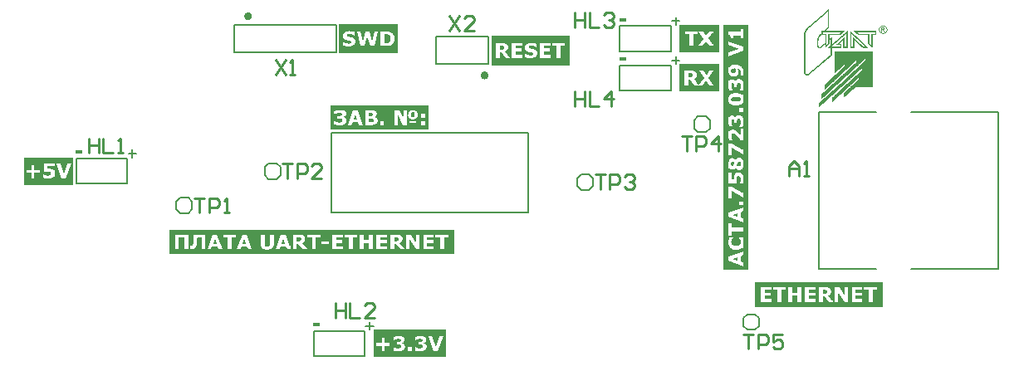
<source format=gto>
G04*
G04 #@! TF.GenerationSoftware,Altium Limited,Altium Designer,22.11.1 (43)*
G04*
G04 Layer_Color=65535*
%FSLAX44Y44*%
%MOMM*%
G71*
G04*
G04 #@! TF.SameCoordinates,8D8AEDD0-DFFB-4D3A-BB57-83E995E82AED*
G04*
G04*
G04 #@! TF.FilePolarity,Positive*
G04*
G01*
G75*
%ADD10C,0.4000*%
%ADD11C,0.2000*%
%ADD12C,0.2500*%
%ADD13C,0.2540*%
%ADD14R,0.8000X0.3000*%
G36*
X878057Y358446D02*
X878886D01*
Y358280D01*
X879218D01*
Y358114D01*
X879550D01*
Y357948D01*
X879882D01*
Y357782D01*
X880213D01*
Y357616D01*
X880379D01*
Y357450D01*
X880545D01*
Y357284D01*
X880711D01*
Y357118D01*
X880877D01*
Y356953D01*
X881043D01*
Y356621D01*
X881208D01*
Y356455D01*
X881374D01*
Y356123D01*
X881540D01*
Y355626D01*
X881706D01*
Y355128D01*
X881872D01*
Y353469D01*
X881706D01*
Y352806D01*
X881540D01*
Y352474D01*
X881374D01*
Y352142D01*
X881208D01*
Y351810D01*
X881043D01*
Y351479D01*
X880877D01*
Y351313D01*
X880711D01*
Y351147D01*
X880545D01*
Y350981D01*
X880379D01*
Y350815D01*
X880213D01*
Y350649D01*
X879882D01*
Y350483D01*
X879550D01*
Y350317D01*
X879218D01*
Y350152D01*
X878720D01*
Y349986D01*
X877891D01*
Y349820D01*
X877062D01*
Y349986D01*
X876232D01*
Y350152D01*
X875900D01*
Y350317D01*
X875403D01*
Y350483D01*
X875237D01*
Y350649D01*
X874905D01*
Y350815D01*
X874739D01*
Y350981D01*
X874574D01*
Y351147D01*
X874408D01*
Y351313D01*
X874242D01*
Y351479D01*
X874076D01*
Y351645D01*
X873910D01*
Y351976D01*
X873744D01*
Y352308D01*
X873578D01*
Y352640D01*
X873412D01*
Y353137D01*
X873246D01*
Y355460D01*
X873412D01*
Y355957D01*
X873578D01*
Y356289D01*
X873744D01*
Y356621D01*
X873910D01*
Y356787D01*
X874076D01*
Y356953D01*
X874242D01*
Y357284D01*
X874408D01*
Y357450D01*
X874739D01*
Y357616D01*
X874905D01*
Y357782D01*
X875071D01*
Y357948D01*
X875403D01*
Y358114D01*
X875735D01*
Y358280D01*
X876232D01*
Y358446D01*
X876896D01*
Y358611D01*
X878057D01*
Y358446D01*
D02*
G37*
G36*
X870592Y348991D02*
X870426D01*
Y348825D01*
X866611D01*
Y335886D01*
X866445D01*
Y336052D01*
X866280D01*
Y336218D01*
X866114D01*
Y336384D01*
X865948D01*
Y336550D01*
X865616D01*
Y336716D01*
X865450D01*
Y336881D01*
X865284D01*
Y337047D01*
X865118D01*
Y337213D01*
X864953D01*
Y337379D01*
X864787D01*
Y337545D01*
X864621D01*
Y337711D01*
X864455D01*
Y337877D01*
X864289D01*
Y338043D01*
X864123D01*
Y338209D01*
X863957D01*
Y338374D01*
X863792D01*
Y338540D01*
X863626D01*
Y338706D01*
X863294D01*
Y339038D01*
X862962D01*
Y339204D01*
X862796D01*
Y339370D01*
X862630D01*
Y339535D01*
X862464D01*
Y339701D01*
X862299D01*
Y339867D01*
X862133D01*
Y340033D01*
X861967D01*
Y348825D01*
X852014D01*
Y348991D01*
X851848D01*
Y349156D01*
X851683D01*
Y349322D01*
X851351D01*
Y349488D01*
X851185D01*
Y349654D01*
X851019D01*
Y349820D01*
X850853D01*
Y349986D01*
X850687D01*
Y350152D01*
X850355D01*
Y350317D01*
X850190D01*
Y350483D01*
X850024D01*
Y350649D01*
X849858D01*
Y350815D01*
X849692D01*
Y350981D01*
X849526D01*
Y351147D01*
X849194D01*
Y351313D01*
X849028D01*
Y351479D01*
X848863D01*
Y351645D01*
X848697D01*
Y351810D01*
X848531D01*
Y351976D01*
X848199D01*
Y352142D01*
X848033D01*
Y352308D01*
X847867D01*
Y352474D01*
X847701D01*
Y352640D01*
X847535D01*
Y352806D01*
X847370D01*
Y352972D01*
X870592D01*
Y348991D01*
D02*
G37*
G36*
X844218Y352640D02*
X844384D01*
Y352474D01*
X844550D01*
Y352308D01*
X844716D01*
Y352142D01*
X844882D01*
Y351976D01*
X845047D01*
Y351810D01*
X845213D01*
Y351645D01*
X845379D01*
Y351479D01*
X845545D01*
Y351313D01*
X845711D01*
Y351147D01*
X845877D01*
Y350981D01*
X846043D01*
Y350815D01*
X846374D01*
Y350649D01*
X846540D01*
Y350483D01*
X846706D01*
Y350317D01*
X846872D01*
Y350152D01*
X847038D01*
Y349986D01*
X847204D01*
Y349820D01*
X847370D01*
Y349654D01*
X847535D01*
Y349488D01*
X847701D01*
Y349322D01*
X847867D01*
Y349156D01*
X848033D01*
Y348991D01*
X848199D01*
Y348825D01*
X848365D01*
Y348659D01*
X848531D01*
Y348493D01*
X848863D01*
Y348327D01*
X849028D01*
Y348161D01*
X849194D01*
Y347995D01*
X849360D01*
Y347829D01*
X849526D01*
Y347663D01*
X849692D01*
Y347498D01*
X849858D01*
Y347332D01*
X850024D01*
Y347166D01*
X850190D01*
Y347000D01*
X850355D01*
Y346834D01*
X850521D01*
Y346668D01*
X850687D01*
Y346502D01*
X850853D01*
Y346337D01*
X851019D01*
Y346171D01*
X851185D01*
Y346005D01*
X851517D01*
Y345839D01*
X851683D01*
Y345673D01*
X851848D01*
Y345507D01*
X852014D01*
Y345341D01*
X852180D01*
Y345175D01*
X852346D01*
Y345009D01*
X852512D01*
Y344844D01*
X852678D01*
Y344678D01*
X852844D01*
Y344512D01*
X853009D01*
Y344346D01*
X853175D01*
Y344180D01*
X853341D01*
Y344014D01*
X853507D01*
Y343848D01*
X853673D01*
Y343683D01*
X853839D01*
Y343517D01*
X854171D01*
Y343351D01*
X854336D01*
Y343185D01*
X854502D01*
Y343019D01*
X854668D01*
Y342853D01*
X854834D01*
Y342687D01*
X855000D01*
Y342521D01*
X855166D01*
Y342355D01*
X855332D01*
Y342190D01*
X855498D01*
Y342024D01*
X855664D01*
Y341858D01*
X855829D01*
Y341692D01*
X855995D01*
Y341526D01*
X856327D01*
Y341360D01*
X856493D01*
Y341194D01*
X856659D01*
Y341029D01*
X856825D01*
Y340863D01*
X856991D01*
Y340697D01*
X857156D01*
Y340531D01*
X857322D01*
Y340365D01*
X857488D01*
Y340199D01*
X857654D01*
Y340033D01*
X857820D01*
Y339867D01*
X857986D01*
Y339701D01*
X858152D01*
Y339535D01*
X858317D01*
Y339370D01*
X858649D01*
Y339038D01*
X858981D01*
Y338872D01*
X859147D01*
Y338706D01*
X859313D01*
Y338540D01*
X859479D01*
Y338374D01*
X859645D01*
Y338209D01*
X859810D01*
Y338043D01*
X859976D01*
Y337877D01*
X860142D01*
Y337711D01*
X860308D01*
Y337545D01*
X860474D01*
Y337379D01*
X860640D01*
Y337213D01*
X860806D01*
Y337047D01*
X860972D01*
Y336881D01*
X861137D01*
Y336716D01*
X861303D01*
Y336550D01*
X861635D01*
Y336384D01*
X861801D01*
Y336218D01*
X861967D01*
Y336052D01*
X862133D01*
Y335886D01*
X862299D01*
Y335720D01*
X856493D01*
Y335886D01*
X856327D01*
Y336052D01*
X856161D01*
Y336218D01*
X855995D01*
Y336384D01*
X855829D01*
Y336550D01*
X855498D01*
Y336716D01*
X855332D01*
Y336881D01*
X855166D01*
Y337047D01*
X855000D01*
Y337213D01*
X854834D01*
Y337379D01*
X854668D01*
Y337545D01*
X854502D01*
Y337711D01*
X854336D01*
Y337877D01*
X854171D01*
Y338043D01*
X854005D01*
Y338209D01*
X853839D01*
Y338374D01*
X853507D01*
Y338540D01*
X853341D01*
Y338706D01*
X853175D01*
Y338872D01*
X853009D01*
Y339038D01*
X852844D01*
Y339204D01*
X852678D01*
Y339370D01*
X852512D01*
Y339535D01*
X852346D01*
Y339701D01*
X852180D01*
Y339867D01*
X851848D01*
Y340033D01*
X851683D01*
Y340199D01*
X851517D01*
Y340365D01*
X851351D01*
Y340531D01*
X851185D01*
Y340697D01*
X851019D01*
Y340863D01*
X850853D01*
Y341029D01*
X850687D01*
Y341194D01*
X850521D01*
Y341360D01*
X850355D01*
Y341526D01*
X850024D01*
Y341692D01*
X849858D01*
Y341858D01*
X849692D01*
Y342024D01*
X849526D01*
Y342190D01*
X849360D01*
Y342355D01*
X849194D01*
Y342521D01*
X849028D01*
Y342687D01*
X848863D01*
Y342853D01*
X848697D01*
Y343019D01*
X848365D01*
Y341194D01*
Y341029D01*
Y335720D01*
X843886D01*
Y352806D01*
X844218D01*
Y352640D01*
D02*
G37*
G36*
X822322Y355957D02*
X822156D01*
Y355792D01*
X821991D01*
Y355626D01*
X821825D01*
Y355460D01*
X821659D01*
Y355128D01*
X821327D01*
Y354796D01*
X821161D01*
Y354630D01*
X820829D01*
Y354299D01*
X820664D01*
Y354133D01*
X820498D01*
Y353967D01*
X820332D01*
Y353801D01*
X820166D01*
Y353635D01*
X820000D01*
Y353469D01*
X819834D01*
Y353303D01*
X819668D01*
Y352972D01*
X838247D01*
Y352640D01*
X837915D01*
Y352474D01*
X837749D01*
Y352308D01*
X837583D01*
Y352142D01*
X837417D01*
Y351976D01*
X837251D01*
Y351810D01*
X837085D01*
Y351645D01*
X836753D01*
Y351479D01*
X836588D01*
Y351313D01*
X836422D01*
Y351147D01*
X836256D01*
Y350981D01*
X836090D01*
Y350815D01*
X835924D01*
Y350649D01*
X835758D01*
Y350483D01*
X835426D01*
Y350317D01*
X835261D01*
Y350152D01*
X835095D01*
Y349986D01*
X834929D01*
Y349820D01*
X834763D01*
Y349654D01*
X834597D01*
Y349488D01*
X834431D01*
Y349322D01*
X834100D01*
Y349156D01*
X833934D01*
Y348991D01*
X833768D01*
Y348825D01*
X822986D01*
Y345009D01*
X823152D01*
Y345175D01*
X823483D01*
Y345341D01*
X823649D01*
Y345507D01*
X823815D01*
Y345673D01*
X823981D01*
Y345839D01*
X824313D01*
Y346005D01*
X824479D01*
Y346171D01*
X824810D01*
Y346337D01*
X824976D01*
Y346502D01*
X825142D01*
Y346668D01*
X825308D01*
Y339204D01*
X825474D01*
Y339370D01*
X825806D01*
Y339535D01*
X825972D01*
Y339701D01*
X826137D01*
Y339867D01*
X826303D01*
Y340033D01*
X826469D01*
Y340199D01*
X826635D01*
Y340365D01*
X826801D01*
Y340531D01*
X827133D01*
Y340697D01*
X827299D01*
Y340863D01*
X827465D01*
Y341029D01*
X827630D01*
Y341194D01*
X827796D01*
Y341360D01*
X827962D01*
Y341526D01*
X828128D01*
Y341692D01*
X828460D01*
Y341858D01*
X828626D01*
Y342024D01*
X828792D01*
Y342190D01*
X828957D01*
Y342355D01*
X829123D01*
Y342521D01*
X829289D01*
Y342687D01*
X829455D01*
Y342853D01*
X829621D01*
Y343019D01*
X829953D01*
Y343185D01*
X830118D01*
Y343351D01*
X830284D01*
Y343517D01*
X830450D01*
Y343683D01*
X830616D01*
Y343848D01*
X830782D01*
Y344014D01*
X830948D01*
Y344180D01*
X831114D01*
Y344346D01*
X831445D01*
Y344512D01*
X831611D01*
Y344678D01*
X831777D01*
Y344844D01*
X831943D01*
Y345009D01*
X832109D01*
Y345175D01*
X832275D01*
Y345341D01*
X832441D01*
Y345507D01*
X832607D01*
Y345673D01*
X832938D01*
Y345839D01*
X833104D01*
Y346005D01*
X833270D01*
Y346171D01*
X833436D01*
Y346337D01*
X833602D01*
Y346502D01*
X833768D01*
Y346668D01*
X833934D01*
Y346834D01*
X834265D01*
Y347000D01*
X834431D01*
Y347166D01*
X834597D01*
Y347332D01*
X834763D01*
Y347498D01*
X834929D01*
Y347663D01*
X835095D01*
Y347829D01*
X835261D01*
Y347995D01*
X835426D01*
Y348161D01*
X835758D01*
Y348327D01*
X835924D01*
Y348493D01*
X836090D01*
Y348659D01*
X836256D01*
Y348825D01*
X836422D01*
Y348991D01*
X836588D01*
Y349156D01*
X836753D01*
Y349322D01*
X836919D01*
Y349488D01*
X837251D01*
Y349654D01*
X837417D01*
Y349820D01*
X837583D01*
Y349986D01*
X837749D01*
Y350152D01*
X837915D01*
Y350317D01*
X838081D01*
Y350483D01*
X838247D01*
Y350649D01*
X838578D01*
Y350815D01*
X838744D01*
Y350981D01*
X838910D01*
Y351147D01*
X839076D01*
Y351313D01*
X839242D01*
Y351479D01*
X839408D01*
Y351645D01*
X839574D01*
Y351810D01*
X839739D01*
Y351976D01*
X840071D01*
Y352142D01*
X840237D01*
Y352308D01*
X840403D01*
Y352474D01*
X840569D01*
Y352640D01*
X840735D01*
Y352806D01*
X840900D01*
Y352972D01*
X841066D01*
Y353137D01*
X841398D01*
Y335886D01*
X841232D01*
Y335720D01*
X836588D01*
Y343185D01*
X836422D01*
Y343019D01*
X836256D01*
Y342853D01*
X836090D01*
Y342687D01*
X835758D01*
Y342521D01*
X835592D01*
Y342355D01*
X835426D01*
Y342190D01*
X835261D01*
Y342024D01*
X835095D01*
Y341858D01*
X834929D01*
Y341692D01*
X834763D01*
Y341526D01*
X834597D01*
Y341360D01*
X834431D01*
Y341194D01*
X834265D01*
Y341029D01*
X834100D01*
Y340863D01*
X833934D01*
Y340697D01*
X833768D01*
Y340531D01*
X833602D01*
Y340365D01*
X833270D01*
Y340199D01*
X833104D01*
Y340033D01*
X832938D01*
Y339867D01*
X834763D01*
Y335720D01*
X825308D01*
Y327758D01*
X825142D01*
Y327592D01*
X824976D01*
Y327426D01*
X824810D01*
Y327261D01*
X824479D01*
Y327095D01*
X824313D01*
Y326929D01*
X824147D01*
Y326763D01*
X823981D01*
Y326597D01*
X823815D01*
Y326431D01*
X823483D01*
Y326265D01*
X823317D01*
Y326100D01*
X823152D01*
Y325934D01*
X822986D01*
Y325768D01*
X822820D01*
Y325602D01*
X822488D01*
Y325436D01*
X822322D01*
Y325270D01*
X822156D01*
Y325104D01*
X821991D01*
Y324938D01*
X821825D01*
Y324772D01*
X821659D01*
Y324607D01*
X821327D01*
Y324441D01*
X821161D01*
Y324275D01*
X820995D01*
Y324109D01*
X820829D01*
Y323943D01*
X820664D01*
Y323777D01*
X820332D01*
Y323611D01*
X820166D01*
Y323446D01*
X820000D01*
Y323280D01*
X819834D01*
Y323114D01*
X819668D01*
Y322948D01*
X819336D01*
Y322782D01*
X819171D01*
Y322616D01*
X819005D01*
Y322450D01*
X818839D01*
Y322284D01*
X818673D01*
Y322118D01*
X818341D01*
Y321953D01*
X818175D01*
Y321787D01*
X818009D01*
Y321621D01*
X817844D01*
Y321455D01*
X817678D01*
Y321289D01*
X817512D01*
Y321123D01*
X817346D01*
Y320957D01*
X817014D01*
Y320792D01*
X816848D01*
Y320626D01*
X816683D01*
Y320460D01*
X816517D01*
Y320294D01*
X816185D01*
Y320128D01*
X816019D01*
Y319962D01*
X815853D01*
Y319796D01*
X815687D01*
Y319630D01*
X815521D01*
Y319464D01*
X815355D01*
Y319299D01*
X815024D01*
Y319133D01*
X814858D01*
Y318967D01*
X814692D01*
Y318801D01*
X814526D01*
Y318635D01*
X814360D01*
Y318469D01*
X814194D01*
Y318303D01*
X813863D01*
Y318137D01*
X813697D01*
Y317972D01*
X813531D01*
Y317806D01*
X813365D01*
Y317640D01*
X813033D01*
Y317474D01*
X812867D01*
Y317308D01*
X812701D01*
Y317142D01*
X812536D01*
Y316976D01*
X812370D01*
Y316810D01*
X812204D01*
Y316645D01*
X811872D01*
Y316479D01*
X811706D01*
Y316313D01*
X811540D01*
Y316147D01*
X811374D01*
Y315981D01*
X811208D01*
Y315815D01*
X810877D01*
Y315649D01*
X810711D01*
Y315483D01*
X810545D01*
Y315318D01*
X810379D01*
Y315152D01*
X810213D01*
Y314986D01*
X810047D01*
Y314820D01*
X809716D01*
Y314654D01*
X809550D01*
Y314488D01*
X809384D01*
Y314322D01*
X809218D01*
Y314156D01*
X809052D01*
Y313990D01*
X808720D01*
Y313825D01*
X808555D01*
Y313659D01*
X808389D01*
Y313493D01*
X808223D01*
Y313327D01*
X808057D01*
Y313161D01*
X807725D01*
Y312995D01*
X807559D01*
Y312829D01*
X807393D01*
Y312663D01*
X807227D01*
Y312498D01*
X807062D01*
Y312332D01*
X806896D01*
Y312166D01*
X806564D01*
Y312000D01*
X806398D01*
Y311834D01*
X806232D01*
Y311668D01*
X806066D01*
Y311502D01*
X805900D01*
Y311336D01*
X805569D01*
Y311171D01*
X805403D01*
Y311005D01*
X805237D01*
Y310839D01*
X805071D01*
Y310673D01*
X804905D01*
Y310507D01*
X804739D01*
Y310341D01*
X804408D01*
Y310175D01*
X804242D01*
Y310009D01*
X804076D01*
Y309844D01*
X803910D01*
Y309678D01*
X803744D01*
Y309512D01*
X803412D01*
Y309346D01*
X803247D01*
Y309180D01*
X803081D01*
Y309014D01*
X802915D01*
Y308848D01*
X802749D01*
Y308682D01*
X802583D01*
Y308517D01*
X802417D01*
Y308351D01*
X802251D01*
Y308185D01*
X801919D01*
Y308019D01*
X801588D01*
Y307853D01*
X801090D01*
Y307687D01*
X799100D01*
Y307853D01*
X798602D01*
Y308019D01*
X798270D01*
Y308185D01*
X797938D01*
Y308351D01*
X797773D01*
Y308517D01*
X797607D01*
Y308682D01*
X797441D01*
Y308848D01*
X797275D01*
Y309014D01*
X797109D01*
Y309180D01*
X796943D01*
Y309512D01*
X796777D01*
Y310009D01*
X796611D01*
Y349488D01*
X796777D01*
Y350317D01*
X796943D01*
Y350815D01*
X797109D01*
Y351479D01*
X797275D01*
Y351810D01*
X797441D01*
Y352142D01*
X797607D01*
Y352474D01*
X797773D01*
Y352806D01*
X797938D01*
Y353137D01*
X798104D01*
Y353469D01*
X798270D01*
Y353635D01*
X798436D01*
Y353967D01*
X798602D01*
Y354133D01*
X798768D01*
Y354464D01*
X798934D01*
Y354630D01*
X799100D01*
Y354796D01*
X799265D01*
Y354962D01*
X799431D01*
Y355294D01*
X799597D01*
Y355460D01*
X799763D01*
Y355626D01*
X799929D01*
Y355792D01*
X800095D01*
Y355957D01*
X800261D01*
Y356123D01*
X800426D01*
Y356289D01*
X800592D01*
Y356455D01*
X800758D01*
Y356621D01*
X800924D01*
Y356787D01*
X801090D01*
Y356953D01*
X801256D01*
Y357118D01*
X801422D01*
Y357284D01*
X801588D01*
Y357450D01*
X801754D01*
Y357616D01*
X801919D01*
Y357782D01*
X802085D01*
Y357948D01*
X802251D01*
Y358114D01*
X802417D01*
Y358280D01*
X802749D01*
Y358446D01*
X802915D01*
Y358611D01*
X803081D01*
Y358777D01*
X803247D01*
Y358943D01*
X803412D01*
Y359109D01*
X803578D01*
Y359275D01*
X803744D01*
Y359441D01*
X804076D01*
Y359607D01*
X804242D01*
Y359772D01*
X804408D01*
Y359938D01*
X804574D01*
Y360104D01*
X804739D01*
Y360270D01*
X805071D01*
Y360436D01*
X805237D01*
Y360602D01*
X805403D01*
Y360768D01*
X805569D01*
Y360934D01*
X805900D01*
Y361100D01*
X806066D01*
Y361265D01*
X806232D01*
Y361431D01*
X806398D01*
Y361597D01*
X806564D01*
Y361763D01*
X806896D01*
Y361929D01*
X807062D01*
Y362095D01*
X807227D01*
Y362261D01*
X807393D01*
Y362427D01*
X807559D01*
Y362592D01*
X807891D01*
Y362758D01*
X808057D01*
Y362924D01*
X808223D01*
Y363090D01*
X808389D01*
Y363256D01*
X808555D01*
Y363422D01*
X808720D01*
Y363588D01*
X809052D01*
Y363754D01*
X809218D01*
Y363919D01*
X809384D01*
Y364085D01*
X809550D01*
Y364251D01*
X809716D01*
Y364417D01*
X810047D01*
Y364583D01*
X810213D01*
Y364749D01*
X810379D01*
Y364915D01*
X810545D01*
Y365081D01*
X810711D01*
Y365247D01*
X811043D01*
Y365412D01*
X811208D01*
Y365578D01*
X811374D01*
Y365744D01*
X811540D01*
Y365910D01*
X811706D01*
Y366076D01*
X811872D01*
Y366242D01*
X812204D01*
Y366408D01*
X812370D01*
Y366573D01*
X812536D01*
Y366739D01*
X812701D01*
Y366905D01*
X812867D01*
Y367071D01*
X813033D01*
Y367237D01*
X813365D01*
Y367403D01*
X813531D01*
Y367569D01*
X813697D01*
Y367735D01*
X813863D01*
Y367901D01*
X814028D01*
Y368066D01*
X814194D01*
Y368232D01*
X814360D01*
Y368398D01*
X814692D01*
Y368564D01*
X814858D01*
Y368730D01*
X815024D01*
Y368896D01*
X815190D01*
Y369062D01*
X815355D01*
Y369227D01*
X815521D01*
Y369393D01*
X815687D01*
Y369559D01*
X815853D01*
Y369725D01*
X816185D01*
Y369891D01*
X816351D01*
Y370057D01*
X816517D01*
Y370223D01*
X816683D01*
Y370389D01*
X816848D01*
Y370555D01*
X817014D01*
Y370720D01*
X817180D01*
Y370886D01*
X817346D01*
Y371052D01*
X817678D01*
Y371218D01*
X817844D01*
Y371384D01*
X818009D01*
Y371550D01*
X818175D01*
Y371716D01*
X818341D01*
Y371881D01*
X818507D01*
Y372047D01*
X818673D01*
Y372213D01*
X818839D01*
Y372379D01*
X819005D01*
Y372545D01*
X819171D01*
Y372711D01*
X819336D01*
Y372877D01*
X819668D01*
Y373043D01*
X819834D01*
Y373209D01*
X820000D01*
Y373374D01*
X820166D01*
Y373540D01*
X820332D01*
Y373706D01*
X820498D01*
Y373872D01*
X820664D01*
Y374038D01*
X820829D01*
Y374204D01*
X820995D01*
Y374370D01*
X821161D01*
Y374535D01*
X821327D01*
Y374701D01*
X821493D01*
Y374867D01*
X821659D01*
Y375033D01*
X821825D01*
Y375199D01*
X821991D01*
Y375365D01*
X822156D01*
Y375531D01*
X822322D01*
Y355957D01*
D02*
G37*
G36*
X866611Y295910D02*
X849692D01*
Y295744D01*
X849526D01*
Y295578D01*
X849360D01*
Y295412D01*
X849194D01*
Y295247D01*
X849028D01*
Y295081D01*
X848863D01*
Y294915D01*
X848531D01*
Y294749D01*
X848365D01*
Y294583D01*
X848199D01*
Y294417D01*
X848033D01*
Y294251D01*
X847867D01*
Y294085D01*
X847701D01*
Y293920D01*
X847535D01*
Y293754D01*
X847370D01*
Y293588D01*
X847204D01*
Y293422D01*
X846872D01*
Y293256D01*
X846706D01*
Y293090D01*
X846540D01*
Y292924D01*
X846374D01*
Y292758D01*
X846208D01*
Y292592D01*
X846043D01*
Y292426D01*
X845877D01*
Y292261D01*
X845711D01*
Y292095D01*
X845545D01*
Y291929D01*
X845213D01*
Y291763D01*
X845047D01*
Y291597D01*
X844882D01*
Y291431D01*
X844716D01*
Y291265D01*
X844550D01*
Y291099D01*
X844384D01*
Y290934D01*
X844218D01*
Y290768D01*
X844052D01*
Y290602D01*
X843720D01*
Y290436D01*
X843555D01*
Y290270D01*
X843389D01*
Y290104D01*
X843223D01*
Y289938D01*
X843057D01*
Y289772D01*
X842891D01*
Y289607D01*
X842725D01*
Y289441D01*
X842559D01*
Y289275D01*
X842393D01*
Y289109D01*
X842062D01*
Y288943D01*
X841896D01*
Y288777D01*
X841730D01*
Y288611D01*
X841564D01*
Y288445D01*
X841398D01*
Y288280D01*
X841232D01*
Y288114D01*
X841066D01*
Y287948D01*
X840900D01*
Y287782D01*
X840735D01*
Y287616D01*
X840403D01*
Y287450D01*
X840237D01*
Y287284D01*
X840071D01*
Y287118D01*
X839905D01*
Y286953D01*
X839739D01*
Y286787D01*
X839574D01*
Y286621D01*
X839408D01*
Y286455D01*
X839242D01*
Y286289D01*
X839076D01*
Y286123D01*
X838744D01*
Y285957D01*
X838578D01*
Y285791D01*
X838412D01*
Y285626D01*
X838247D01*
Y285460D01*
X838081D01*
Y285294D01*
X837915D01*
Y285128D01*
X837749D01*
Y284962D01*
X837583D01*
Y289607D01*
X837749D01*
Y289772D01*
X837915D01*
Y289938D01*
X838081D01*
Y290104D01*
X838247D01*
Y290270D01*
X838412D01*
Y290436D01*
X838578D01*
Y290602D01*
X838744D01*
Y290768D01*
X838910D01*
Y290934D01*
X839242D01*
Y291099D01*
X839408D01*
Y291265D01*
X839574D01*
Y291431D01*
X839739D01*
Y291597D01*
X839905D01*
Y291763D01*
X840071D01*
Y291929D01*
X840237D01*
Y292095D01*
X840403D01*
Y292261D01*
X840569D01*
Y292426D01*
X840735D01*
Y292592D01*
X840900D01*
Y292758D01*
X841232D01*
Y292924D01*
X841398D01*
Y293090D01*
X841564D01*
Y293256D01*
X841730D01*
Y293422D01*
X841896D01*
Y293588D01*
X842062D01*
Y293754D01*
X842227D01*
Y293920D01*
X842393D01*
Y294085D01*
X842559D01*
Y294251D01*
X842725D01*
Y294417D01*
X842891D01*
Y294583D01*
X843057D01*
Y294749D01*
X843223D01*
Y294915D01*
X843555D01*
Y295081D01*
X843720D01*
Y295247D01*
X843886D01*
Y295412D01*
X844052D01*
Y295578D01*
X844218D01*
Y295744D01*
X844384D01*
Y295910D01*
X844550D01*
Y296076D01*
X844716D01*
Y296242D01*
X844882D01*
Y296408D01*
X845047D01*
Y296574D01*
X845213D01*
Y296739D01*
X845379D01*
Y296905D01*
X845711D01*
Y297071D01*
X845877D01*
Y297237D01*
X846043D01*
Y297403D01*
X846208D01*
Y297569D01*
X846374D01*
Y297735D01*
X846540D01*
Y297901D01*
X846706D01*
Y298066D01*
X846872D01*
Y298232D01*
X847038D01*
Y298398D01*
X847204D01*
Y298564D01*
X847535D01*
Y298896D01*
X847867D01*
Y299062D01*
X848033D01*
Y299228D01*
X848199D01*
Y299393D01*
X848365D01*
Y299559D01*
X848531D01*
Y299725D01*
X848697D01*
Y299891D01*
X848863D01*
Y300057D01*
X849028D01*
Y300223D01*
X849194D01*
Y300389D01*
X849360D01*
Y300555D01*
X849526D01*
Y300720D01*
X849858D01*
Y300886D01*
X850024D01*
Y301052D01*
X850190D01*
Y301218D01*
X850355D01*
Y301384D01*
X850521D01*
Y301550D01*
X850687D01*
Y301716D01*
X850853D01*
Y301882D01*
X851019D01*
Y302047D01*
X851185D01*
Y302213D01*
X851351D01*
Y302379D01*
X851517D01*
Y302545D01*
X851848D01*
Y302711D01*
X852014D01*
Y302877D01*
X852180D01*
Y303043D01*
X852346D01*
Y304701D01*
X852180D01*
Y304536D01*
X852014D01*
Y304370D01*
X851848D01*
Y304204D01*
X851683D01*
Y304038D01*
X851517D01*
Y303872D01*
X851351D01*
Y303706D01*
X851185D01*
Y303540D01*
X850853D01*
Y303374D01*
X850687D01*
Y303209D01*
X850521D01*
Y303043D01*
X850355D01*
Y302877D01*
X850190D01*
Y302711D01*
X850024D01*
Y302545D01*
X849858D01*
Y302379D01*
X849692D01*
Y302213D01*
X849526D01*
Y302047D01*
X849360D01*
Y301882D01*
X849194D01*
Y301716D01*
X849028D01*
Y301550D01*
X848697D01*
Y301384D01*
X848531D01*
Y301218D01*
X848365D01*
Y301052D01*
X848199D01*
Y300886D01*
X848033D01*
Y300720D01*
X847867D01*
Y300555D01*
X847701D01*
Y300389D01*
X847535D01*
Y300223D01*
X847370D01*
Y300057D01*
X847038D01*
Y299891D01*
X846872D01*
Y299725D01*
X846706D01*
Y299559D01*
X846540D01*
Y299393D01*
X846374D01*
Y299228D01*
X846208D01*
Y299062D01*
X846043D01*
Y298896D01*
X845877D01*
Y298730D01*
X845711D01*
Y298564D01*
X845545D01*
Y298398D01*
X845213D01*
Y298066D01*
X844882D01*
Y297901D01*
X844716D01*
Y297735D01*
X844550D01*
Y297569D01*
X844384D01*
Y297403D01*
X844218D01*
Y297237D01*
X844052D01*
Y297071D01*
X843886D01*
Y296905D01*
X843720D01*
Y296739D01*
X843555D01*
Y296574D01*
X843223D01*
Y296408D01*
X843057D01*
Y296242D01*
X842891D01*
Y296076D01*
X842725D01*
Y295910D01*
X842559D01*
Y295744D01*
X842393D01*
Y295578D01*
X842227D01*
Y295412D01*
X842062D01*
Y295247D01*
X841896D01*
Y295081D01*
X841730D01*
Y294915D01*
X841564D01*
Y294749D01*
X841232D01*
Y294583D01*
X841066D01*
Y294417D01*
X840900D01*
Y294251D01*
X840735D01*
Y294085D01*
X840569D01*
Y293920D01*
X840403D01*
Y293754D01*
X840237D01*
Y293588D01*
X840071D01*
Y293422D01*
X839905D01*
Y293256D01*
X839739D01*
Y293090D01*
X839574D01*
Y292924D01*
X839242D01*
Y292758D01*
X839076D01*
Y292592D01*
X838910D01*
Y292426D01*
X838744D01*
Y292261D01*
X838578D01*
Y292095D01*
X838412D01*
Y291929D01*
X838247D01*
Y291763D01*
X838081D01*
Y291597D01*
X837915D01*
Y291431D01*
X837749D01*
Y291265D01*
X837583D01*
Y291099D01*
X837251D01*
Y290934D01*
X837085D01*
Y290768D01*
X836919D01*
Y290602D01*
X836753D01*
Y290436D01*
X836588D01*
Y290270D01*
X836422D01*
Y290104D01*
X836256D01*
Y289938D01*
X836090D01*
Y289772D01*
X835924D01*
Y289607D01*
X835758D01*
Y289441D01*
X835592D01*
Y289275D01*
X835261D01*
Y289109D01*
X835095D01*
Y288943D01*
X834929D01*
Y288777D01*
X834763D01*
Y288611D01*
X834597D01*
Y288445D01*
X834431D01*
Y288280D01*
X834265D01*
Y288114D01*
X834100D01*
Y287948D01*
X833934D01*
Y287782D01*
X833768D01*
Y287616D01*
X833436D01*
Y287450D01*
X833270D01*
Y287284D01*
X833104D01*
Y287118D01*
X832938D01*
Y286953D01*
X832773D01*
Y286787D01*
X832607D01*
Y286621D01*
X832441D01*
Y286455D01*
X832275D01*
Y286289D01*
X832109D01*
Y286123D01*
X831943D01*
Y285957D01*
X831611D01*
Y285791D01*
X831445D01*
Y285626D01*
X831280D01*
Y285460D01*
X831114D01*
Y285294D01*
X830948D01*
Y285128D01*
X830782D01*
Y284962D01*
X830616D01*
Y284796D01*
X830450D01*
Y284630D01*
X830284D01*
Y284464D01*
X830118D01*
Y284299D01*
X829787D01*
Y283967D01*
X829455D01*
Y283801D01*
X829289D01*
Y283635D01*
X829123D01*
Y283469D01*
X828957D01*
Y283303D01*
X828792D01*
Y283137D01*
X828626D01*
Y282972D01*
X828460D01*
Y282806D01*
X828294D01*
Y282640D01*
X828128D01*
Y282474D01*
X827796D01*
Y282308D01*
X827630D01*
Y282142D01*
X827465D01*
Y281976D01*
X827299D01*
Y281810D01*
X827133D01*
Y281645D01*
X826967D01*
Y281479D01*
X826801D01*
Y281313D01*
X826635D01*
Y281147D01*
X826469D01*
Y280981D01*
X826303D01*
Y280815D01*
X826137D01*
Y280649D01*
X825972D01*
Y280483D01*
X825640D01*
Y280317D01*
X825474D01*
Y280152D01*
X825308D01*
Y284630D01*
X825474D01*
Y284796D01*
X825640D01*
Y284962D01*
X825806D01*
Y285128D01*
X825972D01*
Y285294D01*
X826137D01*
Y285460D01*
X826303D01*
Y285626D01*
X826469D01*
Y285791D01*
X826801D01*
Y285957D01*
X826967D01*
Y286123D01*
X827133D01*
Y286289D01*
X827299D01*
Y286455D01*
X827465D01*
Y286621D01*
X827630D01*
Y286787D01*
X827796D01*
Y286953D01*
X827962D01*
Y287118D01*
X828128D01*
Y287284D01*
X828294D01*
Y287450D01*
X828460D01*
Y287616D01*
X828626D01*
Y287782D01*
X828792D01*
Y287948D01*
X828957D01*
Y288114D01*
X829289D01*
Y288280D01*
X829455D01*
Y288445D01*
X829621D01*
Y288611D01*
X829787D01*
Y288777D01*
X829953D01*
Y288943D01*
X830118D01*
Y289109D01*
X830284D01*
Y289275D01*
X830450D01*
Y289441D01*
X830616D01*
Y289607D01*
X830782D01*
Y289772D01*
X830948D01*
Y289938D01*
X831114D01*
Y290104D01*
X831280D01*
Y290270D01*
X831611D01*
Y290436D01*
X831777D01*
Y290602D01*
X831943D01*
Y290768D01*
X832109D01*
Y290934D01*
X832275D01*
Y291099D01*
X832441D01*
Y291265D01*
X832607D01*
Y291431D01*
X832773D01*
Y291597D01*
X832938D01*
Y291763D01*
X833104D01*
Y291929D01*
X833270D01*
Y292095D01*
X833436D01*
Y292261D01*
X833768D01*
Y292592D01*
X834100D01*
Y292758D01*
X834265D01*
Y292924D01*
X834431D01*
Y293090D01*
X834597D01*
Y293256D01*
X834763D01*
Y293422D01*
X834929D01*
Y293588D01*
X835095D01*
Y293754D01*
X835261D01*
Y293920D01*
X835426D01*
Y294085D01*
X835592D01*
Y294251D01*
X835758D01*
Y294417D01*
X835924D01*
Y294583D01*
X836256D01*
Y294749D01*
X836422D01*
Y294915D01*
X836588D01*
Y295081D01*
X836753D01*
Y295247D01*
X836919D01*
Y295412D01*
X837085D01*
Y295578D01*
X837251D01*
Y295744D01*
X837417D01*
Y295910D01*
X837583D01*
Y296076D01*
X837749D01*
Y296242D01*
X837915D01*
Y296408D01*
X838081D01*
Y296574D01*
X838412D01*
Y296739D01*
X838578D01*
Y296905D01*
X838744D01*
Y297071D01*
X838910D01*
Y297237D01*
X839076D01*
Y297403D01*
X839242D01*
Y297569D01*
X839408D01*
Y297735D01*
X839574D01*
Y297901D01*
X839739D01*
Y298066D01*
X839905D01*
Y298232D01*
X840071D01*
Y298398D01*
X840237D01*
Y298564D01*
X840403D01*
Y298730D01*
X840569D01*
Y298896D01*
X840900D01*
Y299062D01*
X841066D01*
Y299228D01*
X841232D01*
Y299393D01*
X841398D01*
Y299559D01*
X841564D01*
Y299725D01*
X841730D01*
Y299891D01*
X841896D01*
Y300057D01*
X842062D01*
Y300223D01*
X842227D01*
Y300389D01*
X842393D01*
Y300555D01*
X842559D01*
Y300720D01*
X842725D01*
Y300886D01*
X842891D01*
Y301052D01*
X843223D01*
Y301218D01*
X843389D01*
Y301384D01*
X843555D01*
Y301550D01*
X843720D01*
Y301716D01*
X843886D01*
Y301882D01*
X844052D01*
Y302047D01*
X844218D01*
Y302213D01*
X844384D01*
Y302379D01*
X844550D01*
Y302545D01*
X844716D01*
Y302711D01*
X844882D01*
Y302877D01*
X845047D01*
Y303043D01*
X845213D01*
Y303209D01*
X845379D01*
Y303374D01*
X845711D01*
Y303540D01*
X845877D01*
Y303706D01*
X846043D01*
Y303872D01*
X846208D01*
Y304038D01*
X846374D01*
Y304204D01*
X846540D01*
Y304370D01*
X846706D01*
Y304536D01*
X846872D01*
Y304701D01*
X847038D01*
Y304867D01*
X847204D01*
Y305033D01*
X847370D01*
Y305199D01*
X847535D01*
Y305365D01*
X847867D01*
Y305531D01*
X848033D01*
Y305697D01*
X848199D01*
Y305863D01*
X848365D01*
Y306028D01*
X848531D01*
Y306194D01*
X848697D01*
Y306360D01*
X848863D01*
Y306526D01*
X849028D01*
Y306692D01*
X849194D01*
Y306858D01*
X849360D01*
Y307024D01*
X849526D01*
Y307190D01*
X849692D01*
Y307355D01*
X849858D01*
Y307521D01*
X850190D01*
Y307687D01*
X850355D01*
Y307853D01*
X850521D01*
Y308019D01*
X850687D01*
Y308185D01*
X850853D01*
Y308351D01*
X851019D01*
Y308517D01*
X851185D01*
Y308682D01*
X851351D01*
Y308848D01*
X851517D01*
Y309014D01*
X851683D01*
Y309180D01*
X851848D01*
Y309346D01*
X852014D01*
Y309512D01*
X852180D01*
Y309678D01*
X852346D01*
Y309844D01*
X852678D01*
Y310009D01*
X852844D01*
Y310175D01*
X853009D01*
Y310341D01*
X853175D01*
Y310507D01*
X853341D01*
Y310673D01*
X853507D01*
Y310839D01*
X853673D01*
Y311005D01*
X853839D01*
Y311171D01*
X854005D01*
Y311336D01*
X854171D01*
Y311502D01*
X854336D01*
Y311668D01*
X854668D01*
Y311834D01*
X854834D01*
Y312000D01*
X855000D01*
Y312166D01*
X855166D01*
Y312332D01*
X855332D01*
Y312498D01*
X855498D01*
Y312663D01*
X855664D01*
Y314488D01*
X855498D01*
Y314322D01*
X855332D01*
Y314156D01*
X855166D01*
Y313990D01*
X855000D01*
Y313825D01*
X854834D01*
Y313659D01*
X854668D01*
Y313493D01*
X854502D01*
Y313327D01*
X854336D01*
Y313161D01*
X854171D01*
Y312995D01*
X853839D01*
Y312829D01*
X853673D01*
Y312663D01*
X853507D01*
Y312498D01*
X853341D01*
Y312332D01*
X853175D01*
Y312166D01*
X853009D01*
Y312000D01*
X852844D01*
Y311834D01*
X852678D01*
Y311668D01*
X852512D01*
Y311502D01*
X852180D01*
Y311336D01*
X852014D01*
Y311171D01*
X851848D01*
Y311005D01*
X851683D01*
Y310839D01*
X851517D01*
Y310673D01*
X851351D01*
Y310507D01*
X851185D01*
Y310341D01*
X851019D01*
Y310175D01*
X850853D01*
Y310009D01*
X850687D01*
Y309844D01*
X850355D01*
Y309678D01*
X850190D01*
Y309512D01*
X850024D01*
Y309346D01*
X849858D01*
Y309180D01*
X849692D01*
Y309014D01*
X849526D01*
Y308848D01*
X849360D01*
Y308682D01*
X849194D01*
Y308517D01*
X849028D01*
Y308351D01*
X848863D01*
Y308185D01*
X848531D01*
Y308019D01*
X848365D01*
Y307853D01*
X848199D01*
Y307687D01*
X848033D01*
Y307521D01*
X847867D01*
Y307355D01*
X847701D01*
Y307190D01*
X847535D01*
Y307024D01*
X847370D01*
Y306858D01*
X847204D01*
Y306692D01*
X846872D01*
Y306526D01*
X846706D01*
Y306360D01*
X846540D01*
Y306194D01*
X846374D01*
Y306028D01*
X846208D01*
Y305863D01*
X846043D01*
Y305697D01*
X845877D01*
Y305531D01*
X845711D01*
Y305365D01*
X845545D01*
Y305199D01*
X845379D01*
Y305033D01*
X845213D01*
Y304867D01*
X844882D01*
Y304701D01*
X844716D01*
Y304536D01*
X844550D01*
Y304370D01*
X844384D01*
Y304204D01*
X844218D01*
Y304038D01*
X844052D01*
Y303872D01*
X843886D01*
Y303706D01*
X843720D01*
Y303540D01*
X843555D01*
Y303374D01*
X843389D01*
Y303209D01*
X843057D01*
Y303043D01*
X842891D01*
Y302877D01*
X842725D01*
Y302711D01*
X842559D01*
Y302545D01*
X842393D01*
Y302379D01*
X842227D01*
Y302213D01*
X842062D01*
Y302047D01*
X841896D01*
Y301882D01*
X841730D01*
Y301716D01*
X841564D01*
Y301550D01*
X841232D01*
Y301384D01*
X841066D01*
Y301218D01*
X840900D01*
Y301052D01*
X840735D01*
Y300886D01*
X840569D01*
Y300720D01*
X840403D01*
Y300555D01*
X840237D01*
Y300389D01*
X840071D01*
Y300223D01*
X839905D01*
Y300057D01*
X839574D01*
Y299891D01*
X839408D01*
Y299725D01*
X839242D01*
Y299559D01*
X839076D01*
Y299393D01*
X838910D01*
Y299228D01*
X838744D01*
Y299062D01*
X838578D01*
Y298896D01*
X838412D01*
Y298730D01*
X838247D01*
Y298564D01*
X838081D01*
Y298398D01*
X837749D01*
Y298066D01*
X837417D01*
Y297901D01*
X837251D01*
Y297735D01*
X837085D01*
Y297569D01*
X836919D01*
Y297403D01*
X836753D01*
Y297237D01*
X836588D01*
Y297071D01*
X836422D01*
Y296905D01*
X836090D01*
Y296574D01*
X835758D01*
Y296408D01*
X835592D01*
Y296242D01*
X835426D01*
Y296076D01*
X835261D01*
Y295910D01*
X835095D01*
Y295744D01*
X834929D01*
Y295578D01*
X834763D01*
Y295412D01*
X834597D01*
Y295247D01*
X834265D01*
Y295081D01*
X834100D01*
Y294915D01*
X833934D01*
Y294749D01*
X833768D01*
Y294583D01*
X833602D01*
Y294417D01*
X833436D01*
Y294251D01*
X833270D01*
Y294085D01*
X833104D01*
Y293920D01*
X832938D01*
Y293754D01*
X832773D01*
Y293588D01*
X832607D01*
Y293422D01*
X832275D01*
Y293256D01*
X832109D01*
Y293090D01*
X831943D01*
Y292924D01*
X831777D01*
Y292758D01*
X831611D01*
Y292592D01*
X831445D01*
Y292426D01*
X831280D01*
Y292261D01*
X831114D01*
Y292095D01*
X830948D01*
Y291929D01*
X830616D01*
Y291763D01*
X830450D01*
Y291597D01*
X830284D01*
Y291431D01*
X830118D01*
Y291265D01*
X829953D01*
Y291099D01*
X829787D01*
Y290934D01*
X829621D01*
Y290768D01*
X829455D01*
Y290602D01*
X829289D01*
Y290436D01*
X829123D01*
Y290270D01*
X828957D01*
Y290104D01*
X828792D01*
Y289938D01*
X828460D01*
Y289772D01*
X828294D01*
Y289607D01*
X828128D01*
Y289441D01*
X827962D01*
Y289275D01*
X827796D01*
Y289109D01*
X827630D01*
Y288943D01*
X827465D01*
Y288777D01*
X827299D01*
Y288611D01*
X827133D01*
Y288445D01*
X826801D01*
Y288280D01*
X826635D01*
Y288114D01*
X826469D01*
Y287948D01*
X826303D01*
Y287782D01*
X826137D01*
Y287616D01*
X825972D01*
Y287450D01*
X825806D01*
Y287284D01*
X825640D01*
Y287118D01*
X825474D01*
Y286953D01*
X825142D01*
Y286787D01*
X824976D01*
Y286621D01*
X824810D01*
Y286455D01*
X824645D01*
Y286289D01*
X824479D01*
Y286123D01*
X824313D01*
Y285957D01*
X824147D01*
Y285791D01*
X823981D01*
Y285626D01*
X823815D01*
Y285460D01*
X823649D01*
Y285294D01*
X823483D01*
Y285128D01*
X823152D01*
Y284962D01*
X822986D01*
Y284796D01*
X822820D01*
Y284630D01*
X822654D01*
Y284464D01*
X822488D01*
Y284299D01*
X822322D01*
Y284133D01*
X822156D01*
Y283967D01*
X821991D01*
Y283801D01*
X821825D01*
Y283635D01*
X821493D01*
Y283469D01*
X821327D01*
Y283303D01*
X821161D01*
Y283137D01*
X820995D01*
Y282972D01*
X820829D01*
Y282806D01*
X820664D01*
Y282640D01*
X820498D01*
Y282474D01*
X820332D01*
Y282308D01*
X820166D01*
Y282142D01*
X820000D01*
Y281976D01*
X819668D01*
Y281810D01*
X819502D01*
Y281645D01*
X819336D01*
Y281479D01*
X819171D01*
Y281313D01*
X819005D01*
Y281147D01*
X818839D01*
Y280981D01*
X818673D01*
Y280815D01*
X818507D01*
Y280649D01*
X818341D01*
Y280483D01*
X818009D01*
Y280317D01*
X817844D01*
Y280152D01*
X817678D01*
Y279986D01*
X817512D01*
Y279820D01*
X817346D01*
Y279654D01*
X817180D01*
Y279488D01*
X817014D01*
Y279322D01*
X816848D01*
Y279156D01*
X816683D01*
Y278990D01*
X816517D01*
Y278825D01*
X816351D01*
Y278659D01*
X816185D01*
Y278493D01*
X815853D01*
Y278327D01*
X815687D01*
Y278161D01*
X815521D01*
Y277995D01*
X815355D01*
Y277829D01*
X815190D01*
Y277663D01*
X815024D01*
Y277498D01*
X814858D01*
Y277332D01*
X814692D01*
Y277166D01*
X814526D01*
Y277000D01*
X814194D01*
Y276834D01*
X814028D01*
Y276668D01*
X813863D01*
Y276502D01*
X813697D01*
Y276336D01*
X813531D01*
Y276171D01*
X813365D01*
Y276005D01*
X813199D01*
Y275839D01*
X813033D01*
Y275673D01*
X812867D01*
Y275507D01*
X812536D01*
Y275341D01*
X812370D01*
Y275175D01*
X812204D01*
Y275009D01*
X812038D01*
Y274844D01*
X811872D01*
Y274678D01*
X811706D01*
Y274512D01*
X811540D01*
Y278990D01*
X811706D01*
Y279156D01*
X811872D01*
Y279322D01*
X812038D01*
Y279488D01*
X812204D01*
Y279654D01*
X812370D01*
Y279820D01*
X812536D01*
Y279986D01*
X812701D01*
Y280152D01*
X813033D01*
Y280317D01*
X813199D01*
Y280483D01*
X813365D01*
Y280649D01*
X813531D01*
Y280815D01*
X813697D01*
Y280981D01*
X813863D01*
Y281147D01*
X814028D01*
Y281313D01*
X814194D01*
Y281479D01*
X814526D01*
Y281645D01*
X814692D01*
Y281810D01*
X814858D01*
Y281976D01*
X815024D01*
Y282142D01*
X815190D01*
Y282308D01*
X815355D01*
Y282474D01*
X815521D01*
Y282640D01*
X815687D01*
Y282806D01*
X816019D01*
Y282972D01*
X816185D01*
Y283137D01*
X816351D01*
Y283303D01*
X816517D01*
Y283469D01*
X816683D01*
Y283635D01*
X816848D01*
Y283801D01*
X817014D01*
Y283967D01*
X817180D01*
Y284133D01*
X817346D01*
Y284299D01*
X817678D01*
Y284630D01*
X818009D01*
Y284796D01*
X818175D01*
Y284962D01*
X818341D01*
Y285128D01*
X818507D01*
Y285294D01*
X818673D01*
Y285460D01*
X818839D01*
Y285626D01*
X819005D01*
Y285791D01*
X819171D01*
Y285957D01*
X819502D01*
Y286123D01*
X819668D01*
Y286289D01*
X819834D01*
Y286455D01*
X820000D01*
Y286621D01*
X820166D01*
Y286787D01*
X820332D01*
Y286953D01*
X820498D01*
Y287118D01*
X820664D01*
Y287284D01*
X820829D01*
Y287450D01*
X821161D01*
Y287616D01*
X821327D01*
Y287782D01*
X821493D01*
Y287948D01*
X821659D01*
Y288114D01*
X821825D01*
Y288280D01*
X821991D01*
Y288445D01*
X822156D01*
Y288611D01*
X822322D01*
Y288777D01*
X822488D01*
Y288943D01*
X822654D01*
Y289109D01*
X822986D01*
Y289275D01*
X823152D01*
Y289441D01*
X823317D01*
Y289607D01*
X823483D01*
Y289772D01*
X823649D01*
Y289938D01*
X823815D01*
Y290104D01*
X823981D01*
Y290270D01*
X824147D01*
Y290436D01*
X824313D01*
Y290602D01*
X824645D01*
Y290768D01*
X824810D01*
Y290934D01*
X824976D01*
Y291099D01*
X825142D01*
Y291265D01*
X825308D01*
Y291431D01*
X825474D01*
Y291597D01*
X825640D01*
Y291763D01*
X825806D01*
Y291929D01*
X826137D01*
Y292095D01*
X826303D01*
Y292261D01*
X826469D01*
Y292426D01*
X826635D01*
Y292592D01*
X826801D01*
Y292758D01*
X826967D01*
Y292924D01*
X827133D01*
Y293090D01*
X827299D01*
Y293256D01*
X827465D01*
Y293422D01*
X827796D01*
Y293588D01*
X827962D01*
Y293754D01*
X828128D01*
Y293920D01*
X828294D01*
Y294085D01*
X828460D01*
Y294251D01*
X828626D01*
Y294417D01*
X828792D01*
Y294583D01*
X828957D01*
Y294749D01*
X829123D01*
Y294915D01*
X829455D01*
Y295081D01*
X829621D01*
Y295247D01*
X829787D01*
Y295412D01*
X829953D01*
Y295578D01*
X830118D01*
Y295744D01*
X830284D01*
Y295910D01*
X830450D01*
Y296076D01*
X830616D01*
Y296242D01*
X830782D01*
Y296408D01*
X831114D01*
Y296574D01*
X831280D01*
Y296739D01*
X831445D01*
Y296905D01*
X831611D01*
Y297071D01*
X831777D01*
Y297237D01*
X831943D01*
Y297403D01*
X832109D01*
Y297569D01*
X832275D01*
Y297735D01*
X832441D01*
Y297901D01*
X832607D01*
Y298066D01*
X832938D01*
Y298232D01*
X833104D01*
Y298398D01*
X833270D01*
Y298564D01*
X833436D01*
Y298730D01*
X833602D01*
Y298896D01*
X833768D01*
Y299062D01*
X833934D01*
Y299228D01*
X834265D01*
Y299393D01*
X834431D01*
Y299559D01*
X834597D01*
Y299725D01*
X834763D01*
Y299891D01*
X834929D01*
Y300057D01*
X835095D01*
Y300223D01*
X835261D01*
Y300389D01*
X835426D01*
Y300555D01*
X835592D01*
Y300720D01*
X835758D01*
Y300886D01*
X835924D01*
Y301052D01*
X836090D01*
Y301218D01*
X836256D01*
Y301384D01*
X836588D01*
Y301716D01*
X836919D01*
Y301882D01*
X837085D01*
Y302047D01*
X837251D01*
Y302213D01*
X837417D01*
Y302379D01*
X837583D01*
Y302545D01*
X837749D01*
Y302711D01*
X837915D01*
Y302877D01*
X838081D01*
Y303043D01*
X838247D01*
Y303209D01*
X838412D01*
Y303374D01*
X838578D01*
Y303540D01*
X838910D01*
Y303706D01*
X839076D01*
Y303872D01*
X839242D01*
Y304038D01*
X839408D01*
Y304204D01*
X839574D01*
Y304370D01*
X839739D01*
Y304536D01*
X839905D01*
Y304701D01*
X840071D01*
Y304867D01*
X840237D01*
Y305033D01*
X840403D01*
Y305199D01*
X840569D01*
Y305365D01*
X840735D01*
Y305531D01*
X841066D01*
Y305697D01*
X841232D01*
Y305863D01*
X841398D01*
Y306028D01*
X841564D01*
Y306194D01*
X841730D01*
Y306360D01*
X841896D01*
Y306526D01*
X842062D01*
Y306692D01*
X842227D01*
Y306858D01*
X842393D01*
Y307024D01*
X842559D01*
Y307190D01*
X842725D01*
Y307355D01*
X842891D01*
Y307521D01*
X843057D01*
Y307687D01*
X843223D01*
Y307853D01*
X843555D01*
Y308019D01*
X843720D01*
Y308185D01*
X843886D01*
Y308351D01*
X844052D01*
Y308517D01*
X844218D01*
Y308682D01*
X844384D01*
Y308848D01*
X844550D01*
Y309014D01*
X844716D01*
Y309180D01*
X844882D01*
Y309346D01*
X845047D01*
Y309512D01*
X845213D01*
Y309678D01*
X845379D01*
Y309844D01*
X845545D01*
Y310009D01*
X845877D01*
Y310175D01*
X846043D01*
Y310341D01*
X846208D01*
Y310507D01*
X846374D01*
Y310673D01*
X846540D01*
Y310839D01*
X846706D01*
Y311005D01*
X846872D01*
Y311171D01*
X847038D01*
Y311336D01*
X847204D01*
Y311502D01*
X847370D01*
Y311668D01*
X847535D01*
Y311834D01*
X847701D01*
Y312000D01*
X847867D01*
Y312166D01*
X848033D01*
Y312332D01*
X848365D01*
Y312498D01*
X848531D01*
Y312663D01*
X848697D01*
Y312829D01*
X848863D01*
Y312995D01*
X849028D01*
Y313161D01*
X849194D01*
Y313327D01*
X849360D01*
Y313493D01*
X849526D01*
Y313659D01*
X849692D01*
Y313825D01*
X849858D01*
Y313990D01*
X850024D01*
Y314156D01*
X850190D01*
Y314322D01*
X850521D01*
Y314488D01*
X850687D01*
Y314654D01*
X850853D01*
Y314820D01*
X851019D01*
Y314986D01*
X851185D01*
Y315152D01*
X851351D01*
Y315318D01*
X851517D01*
Y315483D01*
X851683D01*
Y315649D01*
X851848D01*
Y315815D01*
X852014D01*
Y315981D01*
X852180D01*
Y316147D01*
X852346D01*
Y316313D01*
X852678D01*
Y316645D01*
X853009D01*
Y316976D01*
X853341D01*
Y317142D01*
X853507D01*
Y317308D01*
X853673D01*
Y317474D01*
X853839D01*
Y317640D01*
X854005D01*
Y317806D01*
X854171D01*
Y317972D01*
X854336D01*
Y318137D01*
X854502D01*
Y318303D01*
X854668D01*
Y318469D01*
X854834D01*
Y318635D01*
X855000D01*
Y318801D01*
X855166D01*
Y318967D01*
X855498D01*
Y319133D01*
X855664D01*
Y319299D01*
X855829D01*
Y319464D01*
X855995D01*
Y319630D01*
X856161D01*
Y319796D01*
X856327D01*
Y319962D01*
X856493D01*
Y320128D01*
X856659D01*
Y320294D01*
X856825D01*
Y320460D01*
X856991D01*
Y320626D01*
X857156D01*
Y320792D01*
X857322D01*
Y320957D01*
X857654D01*
Y321123D01*
X857820D01*
Y321289D01*
X857986D01*
Y321455D01*
X858152D01*
Y321621D01*
X858317D01*
Y321787D01*
X858483D01*
Y321953D01*
X858649D01*
Y322118D01*
X858815D01*
Y322284D01*
X858981D01*
Y322450D01*
X859147D01*
Y322616D01*
X859313D01*
Y324441D01*
X858981D01*
Y324275D01*
X858815D01*
Y324109D01*
X858649D01*
Y323943D01*
X858483D01*
Y323777D01*
X858317D01*
Y323611D01*
X858152D01*
Y323446D01*
X857986D01*
Y323280D01*
X857654D01*
Y323114D01*
X857488D01*
Y322948D01*
X857322D01*
Y322782D01*
X857156D01*
Y322616D01*
X856991D01*
Y322450D01*
X856825D01*
Y322284D01*
X856659D01*
Y322118D01*
X856493D01*
Y321953D01*
X856327D01*
Y321787D01*
X856161D01*
Y321621D01*
X855995D01*
Y321455D01*
X855829D01*
Y321289D01*
X855664D01*
Y321123D01*
X855498D01*
Y320957D01*
X855166D01*
Y320792D01*
X855000D01*
Y320626D01*
X854834D01*
Y320460D01*
X854668D01*
Y320294D01*
X854502D01*
Y320128D01*
X854336D01*
Y319962D01*
X854171D01*
Y319796D01*
X854005D01*
Y319630D01*
X853839D01*
Y319464D01*
X853673D01*
Y319299D01*
X853507D01*
Y319133D01*
X853341D01*
Y318967D01*
X853009D01*
Y318801D01*
X852844D01*
Y318635D01*
X852678D01*
Y318469D01*
X852512D01*
Y318303D01*
X852346D01*
Y318137D01*
X852180D01*
Y317972D01*
X852014D01*
Y317806D01*
X851848D01*
Y317640D01*
X851683D01*
Y317474D01*
X851517D01*
Y317308D01*
X851351D01*
Y317142D01*
X851019D01*
Y316976D01*
X850853D01*
Y316810D01*
X850687D01*
Y316645D01*
X850521D01*
Y316479D01*
X850355D01*
Y316313D01*
X850190D01*
Y316147D01*
X850024D01*
Y315981D01*
X849858D01*
Y315815D01*
X849692D01*
Y315649D01*
X849526D01*
Y315483D01*
X849360D01*
Y315318D01*
X849194D01*
Y315152D01*
X849028D01*
Y314986D01*
X848863D01*
Y314820D01*
X848697D01*
Y314654D01*
X848365D01*
Y314488D01*
X848199D01*
Y314322D01*
X848033D01*
Y314156D01*
X847867D01*
Y313990D01*
X847701D01*
Y313825D01*
X847535D01*
Y313659D01*
X847370D01*
Y313493D01*
X847204D01*
Y313327D01*
X847038D01*
Y313161D01*
X846872D01*
Y312995D01*
X846706D01*
Y312829D01*
X846540D01*
Y312663D01*
X846208D01*
Y312498D01*
X846043D01*
Y312332D01*
X845877D01*
Y312166D01*
X845711D01*
Y312000D01*
X845545D01*
Y311834D01*
X845379D01*
Y311668D01*
X845213D01*
Y311502D01*
X845047D01*
Y311336D01*
X844882D01*
Y311171D01*
X844716D01*
Y311005D01*
X844550D01*
Y310839D01*
X844384D01*
Y310673D01*
X844218D01*
Y310507D01*
X843886D01*
Y310341D01*
X843720D01*
Y310175D01*
X843555D01*
Y310009D01*
X843389D01*
Y309844D01*
X843223D01*
Y309678D01*
X843057D01*
Y309512D01*
X842891D01*
Y309346D01*
X842725D01*
Y309180D01*
X842559D01*
Y309014D01*
X842393D01*
Y308848D01*
X842227D01*
Y308682D01*
X842062D01*
Y308517D01*
X841730D01*
Y308351D01*
X841564D01*
Y308185D01*
X841398D01*
Y308019D01*
X841232D01*
Y307853D01*
X841066D01*
Y307687D01*
X840900D01*
Y307521D01*
X840735D01*
Y307355D01*
X840569D01*
Y307190D01*
X840403D01*
Y307024D01*
X840237D01*
Y306858D01*
X840071D01*
Y306692D01*
X839739D01*
Y306360D01*
X839408D01*
Y306028D01*
X839076D01*
Y305863D01*
X838910D01*
Y305697D01*
X838744D01*
Y305531D01*
X838578D01*
Y305365D01*
X838412D01*
Y305199D01*
X838247D01*
Y305033D01*
X838081D01*
Y304867D01*
X837915D01*
Y304701D01*
X837749D01*
Y304536D01*
X837583D01*
Y304370D01*
X837417D01*
Y304204D01*
X837085D01*
Y304038D01*
X836919D01*
Y303872D01*
X836753D01*
Y303706D01*
X836588D01*
Y303540D01*
X836422D01*
Y303374D01*
X836256D01*
Y303209D01*
X836090D01*
Y303043D01*
X835924D01*
Y302877D01*
X835758D01*
Y302711D01*
X835592D01*
Y302545D01*
X835426D01*
Y302379D01*
X835261D01*
Y302213D01*
X834929D01*
Y302047D01*
X834763D01*
Y301882D01*
X834597D01*
Y301716D01*
X834431D01*
Y301550D01*
X834265D01*
Y301384D01*
X834100D01*
Y301218D01*
X833934D01*
Y301052D01*
X833768D01*
Y300886D01*
X833602D01*
Y300720D01*
X833436D01*
Y300555D01*
X833270D01*
Y300389D01*
X833104D01*
Y300223D01*
X832938D01*
Y300057D01*
X832607D01*
Y299891D01*
X832441D01*
Y299725D01*
X832275D01*
Y299559D01*
X832109D01*
Y299393D01*
X831943D01*
Y299228D01*
X831777D01*
Y299062D01*
X831611D01*
Y298896D01*
X831445D01*
Y298730D01*
X831280D01*
Y298564D01*
X831114D01*
Y298398D01*
X830948D01*
Y298232D01*
X830782D01*
Y298066D01*
X830616D01*
Y297901D01*
X830284D01*
Y297735D01*
X830118D01*
Y297569D01*
X829953D01*
Y297403D01*
X829787D01*
Y297237D01*
X829621D01*
Y297071D01*
X829455D01*
Y296905D01*
X829289D01*
Y296739D01*
X829123D01*
Y296574D01*
X828957D01*
Y296408D01*
X828792D01*
Y296242D01*
X828626D01*
Y296076D01*
X828460D01*
Y295910D01*
X828294D01*
Y295744D01*
X827962D01*
Y295578D01*
X827796D01*
Y295412D01*
X827630D01*
Y295247D01*
X827465D01*
Y295081D01*
X827299D01*
Y294915D01*
X827133D01*
Y294749D01*
X826967D01*
Y294583D01*
X826801D01*
Y294417D01*
X826635D01*
Y294251D01*
X826469D01*
Y294085D01*
X826303D01*
Y293920D01*
X825972D01*
Y293754D01*
X825806D01*
Y293588D01*
X825640D01*
Y293422D01*
X825474D01*
Y293256D01*
X825308D01*
Y293090D01*
X825142D01*
Y292924D01*
X824976D01*
Y292758D01*
X824810D01*
Y292592D01*
X824645D01*
Y292426D01*
X824479D01*
Y292261D01*
X824313D01*
Y292095D01*
X824147D01*
Y291929D01*
X823981D01*
Y291763D01*
X823649D01*
Y291431D01*
X823317D01*
Y291265D01*
X823152D01*
Y291099D01*
X822986D01*
Y290934D01*
X822820D01*
Y290768D01*
X822654D01*
Y290602D01*
X822488D01*
Y290436D01*
X822322D01*
Y290270D01*
X822156D01*
Y290104D01*
X821991D01*
Y289938D01*
X821825D01*
Y289772D01*
X821659D01*
Y289607D01*
X821493D01*
Y289441D01*
X821161D01*
Y289275D01*
X820995D01*
Y289109D01*
X820829D01*
Y288943D01*
X820664D01*
Y288777D01*
X820498D01*
Y288611D01*
X820332D01*
Y288445D01*
X820166D01*
Y288280D01*
X820000D01*
Y288114D01*
X819834D01*
Y287948D01*
X819668D01*
Y287782D01*
X819502D01*
Y287616D01*
X819171D01*
Y287450D01*
X819005D01*
Y287284D01*
X818839D01*
Y287118D01*
X818673D01*
Y286953D01*
X818507D01*
Y286787D01*
X818341D01*
Y286621D01*
X818175D01*
Y286455D01*
X818009D01*
Y286289D01*
X817844D01*
Y286123D01*
X817678D01*
Y285957D01*
X817512D01*
Y285791D01*
X817346D01*
Y285626D01*
X817180D01*
Y285460D01*
X817014D01*
Y285294D01*
X816683D01*
Y285128D01*
X816517D01*
Y284962D01*
X816351D01*
Y284796D01*
X816185D01*
Y284630D01*
X816019D01*
Y284464D01*
X815853D01*
Y284299D01*
X815687D01*
Y284133D01*
X815521D01*
Y283967D01*
X815355D01*
Y283801D01*
X815190D01*
Y283635D01*
X815024D01*
Y283469D01*
X814692D01*
Y283303D01*
X814526D01*
Y283137D01*
X814360D01*
Y282972D01*
X814194D01*
Y287948D01*
X814360D01*
Y288114D01*
X814526D01*
Y288280D01*
X814858D01*
Y288445D01*
X815024D01*
Y288611D01*
X815190D01*
Y288777D01*
X815355D01*
Y288943D01*
X815521D01*
Y289109D01*
X815687D01*
Y289275D01*
X815853D01*
Y289441D01*
X816019D01*
Y289607D01*
X816185D01*
Y289772D01*
X816351D01*
Y289938D01*
X816517D01*
Y290104D01*
X816848D01*
Y290270D01*
X817014D01*
Y290436D01*
X817180D01*
Y290602D01*
X817346D01*
Y290768D01*
X817512D01*
Y290934D01*
X817678D01*
Y291099D01*
X817844D01*
Y291265D01*
X818009D01*
Y291431D01*
X818175D01*
Y291597D01*
X818341D01*
Y291763D01*
X818507D01*
Y291929D01*
X818839D01*
Y292261D01*
X819171D01*
Y292426D01*
X819336D01*
Y292592D01*
X819502D01*
Y292758D01*
X819668D01*
Y292924D01*
X819834D01*
Y293090D01*
X820000D01*
Y293256D01*
X820166D01*
Y293422D01*
X820332D01*
Y293588D01*
X820498D01*
Y293754D01*
X820664D01*
Y293920D01*
X820829D01*
Y294085D01*
X820995D01*
Y294251D01*
X821327D01*
Y294417D01*
X821493D01*
Y294583D01*
X821659D01*
Y294749D01*
X821825D01*
Y294915D01*
X821991D01*
Y295081D01*
X822156D01*
Y295247D01*
X822322D01*
Y295412D01*
X822488D01*
Y295578D01*
X822654D01*
Y295744D01*
X822820D01*
Y295910D01*
X823152D01*
Y296076D01*
X823317D01*
Y296242D01*
X823483D01*
Y296408D01*
X823649D01*
Y296574D01*
X823815D01*
Y296739D01*
X823981D01*
Y296905D01*
X824147D01*
Y297071D01*
X824313D01*
Y297237D01*
X824479D01*
Y297403D01*
X824645D01*
Y297569D01*
X824810D01*
Y297735D01*
X824976D01*
Y297901D01*
X825308D01*
Y298066D01*
X825474D01*
Y298232D01*
X825640D01*
Y298398D01*
X825806D01*
Y298564D01*
X825972D01*
Y298730D01*
X826137D01*
Y298896D01*
X826303D01*
Y299062D01*
X826469D01*
Y299228D01*
X826635D01*
Y299393D01*
X826801D01*
Y299559D01*
X826967D01*
Y299725D01*
X827133D01*
Y299891D01*
X827465D01*
Y300057D01*
X827630D01*
Y300223D01*
X827796D01*
Y300389D01*
X827962D01*
Y300555D01*
X828128D01*
Y300720D01*
X828294D01*
Y300886D01*
X828460D01*
Y301052D01*
X828626D01*
Y301218D01*
X828792D01*
Y301384D01*
X828957D01*
Y301550D01*
X829123D01*
Y301716D01*
X829455D01*
Y301882D01*
X829621D01*
Y302047D01*
X829787D01*
Y302213D01*
X829953D01*
Y302379D01*
X830118D01*
Y302545D01*
X830284D01*
Y302711D01*
X830450D01*
Y302877D01*
X830616D01*
Y303043D01*
X830782D01*
Y303209D01*
X830948D01*
Y303374D01*
X831114D01*
Y303540D01*
X831280D01*
Y303706D01*
X831611D01*
Y303872D01*
X831777D01*
Y304038D01*
X831943D01*
Y304204D01*
X832109D01*
Y304370D01*
X832275D01*
Y304536D01*
X832441D01*
Y304701D01*
X832607D01*
Y304867D01*
X832773D01*
Y305033D01*
X832938D01*
Y305199D01*
X833104D01*
Y305365D01*
X833436D01*
Y305531D01*
X833602D01*
Y305697D01*
X833768D01*
Y305863D01*
X833934D01*
Y306028D01*
X834100D01*
Y306194D01*
X834265D01*
Y306360D01*
X834431D01*
Y306526D01*
X834597D01*
Y306692D01*
X834763D01*
Y306858D01*
X834929D01*
Y307024D01*
X835095D01*
Y307190D01*
X835261D01*
Y307355D01*
X835426D01*
Y307521D01*
X835758D01*
Y307687D01*
X835924D01*
Y307853D01*
X836090D01*
Y308019D01*
X836256D01*
Y308185D01*
X836422D01*
Y308351D01*
X836588D01*
Y308517D01*
X836753D01*
Y308682D01*
X836919D01*
Y308848D01*
X837085D01*
Y309014D01*
X837251D01*
Y309180D01*
X837417D01*
Y309346D01*
X837583D01*
Y309512D01*
X837915D01*
Y309678D01*
X838081D01*
Y309844D01*
X838247D01*
Y310009D01*
X838412D01*
Y310175D01*
X838578D01*
Y310341D01*
X838744D01*
Y310507D01*
X838910D01*
Y310673D01*
X839076D01*
Y310839D01*
X839242D01*
Y311005D01*
X839408D01*
Y311171D01*
X839574D01*
Y311336D01*
X839739D01*
Y311502D01*
X840071D01*
Y311668D01*
X840237D01*
Y311834D01*
X840403D01*
Y312000D01*
X840569D01*
Y312166D01*
X840735D01*
Y312332D01*
X840900D01*
Y312498D01*
X841066D01*
Y312663D01*
X841232D01*
Y312829D01*
X841398D01*
Y312995D01*
X841564D01*
Y313161D01*
X841896D01*
Y313327D01*
X842062D01*
Y313493D01*
X842227D01*
Y313659D01*
X842393D01*
Y313825D01*
X842559D01*
Y313990D01*
X842725D01*
Y314156D01*
X842891D01*
Y314322D01*
X843057D01*
Y314488D01*
X843223D01*
Y314654D01*
X843389D01*
Y314820D01*
X843555D01*
Y314986D01*
X843720D01*
Y315152D01*
X844052D01*
Y315483D01*
X844384D01*
Y315649D01*
X844550D01*
Y315815D01*
X844716D01*
Y315981D01*
X844882D01*
Y316147D01*
X845047D01*
Y316313D01*
X845213D01*
Y316479D01*
X845379D01*
Y316645D01*
X845545D01*
Y316810D01*
X845711D01*
Y316976D01*
X845877D01*
Y317142D01*
X846208D01*
Y317308D01*
X846374D01*
Y317474D01*
X846540D01*
Y317640D01*
X846706D01*
Y317806D01*
X846872D01*
Y317972D01*
X847038D01*
Y318137D01*
X847204D01*
Y318303D01*
X847370D01*
Y318469D01*
X847535D01*
Y318635D01*
X847701D01*
Y318801D01*
X847867D01*
Y318967D01*
X848199D01*
Y319133D01*
X848365D01*
Y319299D01*
X848531D01*
Y319464D01*
X848697D01*
Y319630D01*
X848863D01*
Y319796D01*
X849028D01*
Y319962D01*
X849194D01*
Y320128D01*
X849360D01*
Y320294D01*
X849526D01*
Y320460D01*
X849692D01*
Y320626D01*
X849858D01*
Y322284D01*
X849526D01*
Y322118D01*
X849360D01*
Y321953D01*
X849194D01*
Y321787D01*
X849028D01*
Y321621D01*
X848863D01*
Y321455D01*
X848697D01*
Y321289D01*
X848531D01*
Y321123D01*
X848199D01*
Y320957D01*
X848033D01*
Y320792D01*
X847867D01*
Y320626D01*
X847701D01*
Y320460D01*
X847535D01*
Y320294D01*
X847370D01*
Y320128D01*
X847204D01*
Y319962D01*
X847038D01*
Y319796D01*
X846872D01*
Y319630D01*
X846706D01*
Y319464D01*
X846540D01*
Y319299D01*
X846208D01*
Y319133D01*
X846043D01*
Y318967D01*
X845877D01*
Y318801D01*
X845711D01*
Y318635D01*
X845545D01*
Y318469D01*
X845379D01*
Y318303D01*
X845213D01*
Y318137D01*
X845047D01*
Y317972D01*
X844882D01*
Y317806D01*
X844716D01*
Y317640D01*
X844550D01*
Y317474D01*
X844384D01*
Y317308D01*
X844052D01*
Y316976D01*
X843720D01*
Y316810D01*
X843555D01*
Y316645D01*
X843389D01*
Y316479D01*
X843223D01*
Y316313D01*
X843057D01*
Y316147D01*
X842891D01*
Y315981D01*
X842725D01*
Y315815D01*
X842559D01*
Y315649D01*
X842393D01*
Y315483D01*
X842227D01*
Y315318D01*
X842062D01*
Y315152D01*
X841730D01*
Y314986D01*
X841564D01*
Y314820D01*
X841398D01*
Y314654D01*
X841232D01*
Y314488D01*
X841066D01*
Y314322D01*
X840900D01*
Y314156D01*
X840735D01*
Y313990D01*
X840569D01*
Y313825D01*
X840403D01*
Y313659D01*
X840237D01*
Y313493D01*
X840071D01*
Y313327D01*
X839739D01*
Y313161D01*
X839574D01*
Y312995D01*
X839408D01*
Y312829D01*
X839242D01*
Y312663D01*
X839076D01*
Y312498D01*
X838910D01*
Y312332D01*
X838744D01*
Y312166D01*
X838578D01*
Y312000D01*
X838412D01*
Y311834D01*
X838247D01*
Y311668D01*
X838081D01*
Y311502D01*
X837915D01*
Y311336D01*
X837749D01*
Y311171D01*
X837417D01*
Y311005D01*
X837251D01*
Y310839D01*
X837085D01*
Y310673D01*
X836919D01*
Y310507D01*
X836753D01*
Y310341D01*
X836588D01*
Y310175D01*
X836422D01*
Y310009D01*
X836256D01*
Y309844D01*
X836090D01*
Y309678D01*
X835924D01*
Y309512D01*
X835758D01*
Y309346D01*
X835592D01*
Y309180D01*
X835426D01*
Y309014D01*
X835095D01*
Y308848D01*
X834929D01*
Y308682D01*
X834763D01*
Y308517D01*
X834597D01*
Y308351D01*
X834431D01*
Y308185D01*
X834265D01*
Y308019D01*
X834100D01*
Y307853D01*
X833934D01*
Y307687D01*
X833768D01*
Y307521D01*
X833602D01*
Y307355D01*
X833436D01*
Y307190D01*
X833270D01*
Y307024D01*
X832938D01*
Y306858D01*
X832773D01*
Y306692D01*
X832607D01*
Y306526D01*
X832441D01*
Y306360D01*
X832275D01*
Y306194D01*
X832109D01*
Y306028D01*
X831943D01*
Y305863D01*
X831777D01*
Y305697D01*
X831611D01*
Y305531D01*
X831445D01*
Y305365D01*
X831280D01*
Y305199D01*
X830948D01*
Y305033D01*
X830782D01*
Y304867D01*
X830616D01*
Y304701D01*
X830450D01*
Y304536D01*
X830284D01*
Y304370D01*
X830118D01*
Y304204D01*
X829953D01*
Y304038D01*
X829787D01*
Y303872D01*
X829621D01*
Y303706D01*
X829455D01*
Y303540D01*
X829289D01*
Y303374D01*
X829123D01*
Y303209D01*
X828792D01*
Y302877D01*
X828460D01*
Y302711D01*
X828294D01*
Y302545D01*
X828128D01*
Y302379D01*
X827962D01*
Y302213D01*
X827796D01*
Y302047D01*
X827630D01*
Y301882D01*
X827465D01*
Y301716D01*
X827299D01*
Y301550D01*
X827133D01*
Y301384D01*
X826967D01*
Y301218D01*
X826801D01*
Y301052D01*
X826469D01*
Y300886D01*
X826303D01*
Y300720D01*
X826137D01*
Y300555D01*
X825972D01*
Y300389D01*
X825806D01*
Y300223D01*
X825640D01*
Y300057D01*
X825474D01*
Y299891D01*
X825308D01*
Y299725D01*
X825142D01*
Y299559D01*
X824976D01*
Y299393D01*
X824810D01*
Y299228D01*
X824479D01*
Y299062D01*
X824313D01*
Y298896D01*
X824147D01*
Y298730D01*
X823981D01*
Y298564D01*
X823815D01*
Y298398D01*
X823649D01*
Y298232D01*
X823483D01*
Y298066D01*
X823317D01*
Y297901D01*
X823152D01*
Y297735D01*
X822986D01*
Y297569D01*
X822820D01*
Y297403D01*
X822654D01*
Y297237D01*
X822488D01*
Y297071D01*
X822156D01*
Y296905D01*
X821991D01*
Y296739D01*
X821825D01*
Y296574D01*
X821659D01*
Y296408D01*
X821493D01*
Y296242D01*
X821327D01*
Y296076D01*
X821161D01*
Y295910D01*
X820995D01*
Y295744D01*
X820829D01*
Y295578D01*
X820664D01*
Y295412D01*
X820498D01*
Y295247D01*
X820332D01*
Y295081D01*
X820000D01*
Y294915D01*
X819834D01*
Y294749D01*
X819668D01*
Y294583D01*
X819502D01*
Y294417D01*
X819336D01*
Y294251D01*
X819171D01*
Y294085D01*
X819005D01*
Y293920D01*
X818839D01*
Y293754D01*
X818673D01*
Y293588D01*
X818507D01*
Y293422D01*
X818341D01*
Y293256D01*
X818175D01*
Y293090D01*
X818009D01*
Y292924D01*
X817678D01*
Y292758D01*
X817512D01*
Y297735D01*
X817678D01*
Y297901D01*
X817844D01*
Y298066D01*
X818009D01*
Y298232D01*
X818175D01*
Y298398D01*
X818341D01*
Y298564D01*
X818507D01*
Y298730D01*
X818673D01*
Y298896D01*
X818839D01*
Y299062D01*
X819005D01*
Y299228D01*
X819171D01*
Y299393D01*
X819336D01*
Y299559D01*
X819668D01*
Y299891D01*
X820000D01*
Y300057D01*
X820166D01*
Y300223D01*
X820332D01*
Y300389D01*
X820498D01*
Y300555D01*
X820664D01*
Y300720D01*
X820829D01*
Y300886D01*
X820995D01*
Y301052D01*
X821161D01*
Y301218D01*
X821327D01*
Y301384D01*
X821493D01*
Y301550D01*
X821659D01*
Y301716D01*
X821991D01*
Y302047D01*
X822322D01*
Y302213D01*
X822488D01*
Y302379D01*
X822654D01*
Y302545D01*
X822820D01*
Y302711D01*
X822986D01*
Y302877D01*
X823152D01*
Y303043D01*
X823317D01*
Y303209D01*
X823483D01*
Y303374D01*
X823649D01*
Y303540D01*
X823815D01*
Y303706D01*
X823981D01*
Y303872D01*
X824147D01*
Y304038D01*
X824479D01*
Y304204D01*
X824645D01*
Y304370D01*
X824810D01*
Y304536D01*
X824976D01*
Y304701D01*
X825142D01*
Y304867D01*
X825308D01*
Y305033D01*
X825474D01*
Y305199D01*
X825640D01*
Y305365D01*
X825806D01*
Y305531D01*
X825972D01*
Y305697D01*
X826137D01*
Y305863D01*
X826303D01*
Y306028D01*
X826635D01*
Y306194D01*
X826801D01*
Y306360D01*
X826967D01*
Y306526D01*
X827133D01*
Y306692D01*
X827299D01*
Y306858D01*
X827465D01*
Y307024D01*
X827630D01*
Y307190D01*
X827796D01*
Y307355D01*
X827962D01*
Y307521D01*
X828128D01*
Y307687D01*
X828294D01*
Y307853D01*
X828460D01*
Y308019D01*
X828626D01*
Y308185D01*
X828792D01*
Y308351D01*
X829123D01*
Y308682D01*
X829455D01*
Y308848D01*
X829621D01*
Y309014D01*
X829787D01*
Y309180D01*
X829953D01*
Y309346D01*
X830118D01*
Y309512D01*
X830284D01*
Y309678D01*
X830450D01*
Y309844D01*
X830616D01*
Y310009D01*
X830782D01*
Y310175D01*
X830948D01*
Y310341D01*
X831114D01*
Y310507D01*
X831280D01*
Y310673D01*
X831611D01*
Y310839D01*
X831777D01*
Y311005D01*
X831943D01*
Y311171D01*
X832109D01*
Y311336D01*
X832275D01*
Y311502D01*
X832441D01*
Y311668D01*
X832607D01*
Y311834D01*
X832773D01*
Y312000D01*
X832938D01*
Y312166D01*
X833104D01*
Y312332D01*
X833270D01*
Y312498D01*
X833436D01*
Y312663D01*
X833602D01*
Y312829D01*
X833768D01*
Y312995D01*
X834100D01*
Y313161D01*
X834265D01*
Y313327D01*
X834431D01*
Y313493D01*
X834597D01*
Y313659D01*
X834763D01*
Y313825D01*
X834929D01*
Y313990D01*
X835095D01*
Y314156D01*
X835261D01*
Y314322D01*
X835426D01*
Y314488D01*
X835592D01*
Y314654D01*
X835758D01*
Y314820D01*
X836090D01*
Y314986D01*
X836256D01*
Y315152D01*
X836422D01*
Y315318D01*
X836588D01*
Y315483D01*
X836753D01*
Y315649D01*
X836919D01*
Y315815D01*
X837085D01*
Y315981D01*
X837251D01*
Y316147D01*
X837417D01*
Y316313D01*
X837583D01*
Y316479D01*
X837749D01*
Y316645D01*
X837915D01*
Y316810D01*
X838081D01*
Y316976D01*
X838247D01*
Y317142D01*
X838412D01*
Y318635D01*
X838081D01*
Y318469D01*
X837749D01*
Y318137D01*
X837417D01*
Y317972D01*
X837251D01*
Y317806D01*
X837085D01*
Y317640D01*
X836919D01*
Y317474D01*
X836753D01*
Y317308D01*
X836588D01*
Y317142D01*
X836422D01*
Y316976D01*
X836256D01*
Y316810D01*
X836090D01*
Y316645D01*
X835758D01*
Y316479D01*
X835592D01*
Y316313D01*
X835426D01*
Y316147D01*
X835261D01*
Y315981D01*
X835095D01*
Y315815D01*
X834929D01*
Y315649D01*
X834763D01*
Y315483D01*
X834597D01*
Y315318D01*
X834431D01*
Y315152D01*
X834100D01*
Y314986D01*
X833934D01*
Y314820D01*
X833768D01*
Y314654D01*
X833602D01*
Y314488D01*
X833436D01*
Y314322D01*
X833270D01*
Y314156D01*
X833104D01*
Y313990D01*
X832938D01*
Y313825D01*
X832773D01*
Y313659D01*
X832607D01*
Y313493D01*
X832275D01*
Y313327D01*
X832109D01*
Y313161D01*
X831943D01*
Y312995D01*
X831777D01*
Y312829D01*
X831611D01*
Y312663D01*
X831445D01*
Y312498D01*
X831280D01*
Y312332D01*
X831114D01*
Y312166D01*
X830948D01*
Y312000D01*
X830782D01*
Y311834D01*
X830450D01*
Y311668D01*
X830284D01*
Y311502D01*
X830118D01*
Y311336D01*
X829953D01*
Y311171D01*
X829787D01*
Y311005D01*
X829621D01*
Y310839D01*
X829455D01*
Y310673D01*
X829289D01*
Y310507D01*
X829123D01*
Y310341D01*
X828957D01*
Y310175D01*
X828626D01*
Y310009D01*
X828460D01*
Y309844D01*
X828294D01*
Y332237D01*
X866611D01*
Y295910D01*
D02*
G37*
G36*
X710000Y359000D02*
Y331000D01*
X670000D01*
Y359000D01*
X710000D01*
D02*
G37*
G36*
X432000Y20000D02*
X358000D01*
Y48000D01*
X432000D01*
Y20000D01*
D02*
G37*
G36*
X740000Y109000D02*
X715000D01*
Y359000D01*
X740000D01*
Y109000D01*
D02*
G37*
G36*
X383000Y360000D02*
Y330000D01*
X323000D01*
Y360000D01*
X383000D01*
D02*
G37*
G36*
X877000Y71000D02*
X747000D01*
Y97000D01*
X877000D01*
Y71000D01*
D02*
G37*
G36*
X52000Y196000D02*
X2000D01*
Y224000D01*
X52000D01*
Y196000D01*
D02*
G37*
G36*
X710000Y319000D02*
Y291000D01*
X670000D01*
Y319000D01*
X710000D01*
D02*
G37*
G36*
X440000Y150000D02*
Y125000D01*
X150000D01*
Y150000D01*
X440000D01*
D02*
G37*
G36*
X414000Y252000D02*
X314000D01*
Y277000D01*
X414000D01*
Y252000D01*
D02*
G37*
G36*
X558000Y318000D02*
X478000D01*
Y348000D01*
X558000D01*
Y318000D01*
D02*
G37*
%LPC*%
G36*
X878389Y357782D02*
X876564D01*
Y357616D01*
X876066D01*
Y357450D01*
X875735D01*
Y357284D01*
X875569D01*
Y357118D01*
X875237D01*
Y356953D01*
X875071D01*
Y356787D01*
X874905D01*
Y356621D01*
X874739D01*
Y356455D01*
X874574D01*
Y356123D01*
X874408D01*
Y355957D01*
X874242D01*
Y355460D01*
X874076D01*
Y354962D01*
X873910D01*
Y354133D01*
Y353967D01*
Y353469D01*
X874076D01*
Y352972D01*
X874242D01*
Y352640D01*
X874408D01*
Y352308D01*
X874574D01*
Y352142D01*
X874739D01*
Y351810D01*
X874905D01*
Y351645D01*
X875071D01*
Y351479D01*
X875237D01*
Y351313D01*
X875569D01*
Y351147D01*
X875900D01*
Y350981D01*
X876232D01*
Y350815D01*
X876564D01*
Y350649D01*
X878389D01*
Y350815D01*
X878886D01*
Y350981D01*
X879218D01*
Y351147D01*
X879550D01*
Y351313D01*
X879716D01*
Y351479D01*
X879882D01*
Y351645D01*
X880047D01*
Y351810D01*
X880213D01*
Y351976D01*
X880379D01*
Y352142D01*
X880545D01*
Y352474D01*
X880711D01*
Y352806D01*
X880877D01*
Y353137D01*
X881043D01*
Y355128D01*
X880877D01*
Y355626D01*
X880711D01*
Y355957D01*
X880545D01*
Y356289D01*
X880379D01*
Y356455D01*
X880213D01*
Y356787D01*
X880047D01*
Y356953D01*
X879716D01*
Y357118D01*
X879550D01*
Y357284D01*
X879218D01*
Y357450D01*
X878886D01*
Y357616D01*
X878389D01*
Y357782D01*
D02*
G37*
%LPD*%
G36*
Y356289D02*
X878720D01*
Y356123D01*
X878886D01*
Y355957D01*
X879052D01*
Y355626D01*
X879218D01*
Y354796D01*
X879052D01*
Y354464D01*
X878886D01*
Y354299D01*
X878720D01*
Y354133D01*
X878389D01*
Y353967D01*
X878057D01*
Y353801D01*
X878223D01*
Y353635D01*
X878389D01*
Y353469D01*
X878555D01*
Y353303D01*
X878720D01*
Y352972D01*
X878886D01*
Y352806D01*
X879052D01*
Y352474D01*
X879218D01*
Y352308D01*
X879384D01*
Y351976D01*
X879550D01*
Y351810D01*
X878555D01*
Y351976D01*
X878389D01*
Y352308D01*
X878223D01*
Y352640D01*
X878057D01*
Y352972D01*
X877891D01*
Y353137D01*
X877725D01*
Y353469D01*
X877559D01*
Y353635D01*
X877227D01*
Y353801D01*
X876398D01*
Y351810D01*
X875569D01*
Y354464D01*
Y354630D01*
Y356455D01*
X878389D01*
Y356289D01*
D02*
G37*
%LPC*%
G36*
X878057Y355792D02*
X876398D01*
Y354464D01*
X877891D01*
Y354630D01*
X878223D01*
Y354796D01*
X878389D01*
Y355460D01*
X878223D01*
Y355626D01*
X878057D01*
Y355792D01*
D02*
G37*
G36*
X869265Y351810D02*
X851019D01*
Y351479D01*
X851185D01*
Y351313D01*
X851517D01*
Y351147D01*
X851683D01*
Y350981D01*
X851848D01*
Y350815D01*
X852014D01*
Y350649D01*
X852180D01*
Y350483D01*
X852512D01*
Y350317D01*
X852678D01*
Y350152D01*
X863294D01*
Y340365D01*
X863460D01*
Y340199D01*
X863626D01*
Y340033D01*
X863792D01*
Y339867D01*
X863957D01*
Y339701D01*
X864123D01*
Y339535D01*
X864289D01*
Y339370D01*
X864455D01*
Y339204D01*
X864621D01*
Y339038D01*
X864787D01*
Y338872D01*
X864953D01*
Y338706D01*
X865118D01*
Y338540D01*
X865450D01*
Y339867D01*
X865284D01*
Y350152D01*
X869265D01*
Y351810D01*
D02*
G37*
G36*
X845379Y349820D02*
X845213D01*
Y340199D01*
Y340033D01*
Y337047D01*
X847038D01*
Y346171D01*
X847370D01*
Y346005D01*
X847535D01*
Y345839D01*
X847701D01*
Y345673D01*
X847867D01*
Y345507D01*
X848033D01*
Y345341D01*
X848199D01*
Y345175D01*
X848365D01*
Y345009D01*
X848531D01*
Y344844D01*
X848697D01*
Y344678D01*
X848863D01*
Y344512D01*
X849194D01*
Y344180D01*
X849526D01*
Y344014D01*
X849692D01*
Y343848D01*
X849858D01*
Y343683D01*
X850024D01*
Y343517D01*
X850190D01*
Y343351D01*
X850355D01*
Y343185D01*
X850521D01*
Y343019D01*
X850687D01*
Y342853D01*
X850853D01*
Y342687D01*
X851019D01*
Y342521D01*
X851185D01*
Y342355D01*
X851351D01*
Y342190D01*
X851517D01*
Y342024D01*
X851848D01*
Y341858D01*
X852014D01*
Y341692D01*
X852180D01*
Y341526D01*
X852346D01*
Y341360D01*
X852512D01*
Y341194D01*
X852678D01*
Y341029D01*
X852844D01*
Y340863D01*
X853009D01*
Y340697D01*
X853175D01*
Y340531D01*
X853341D01*
Y340365D01*
X853507D01*
Y340199D01*
X853839D01*
Y340033D01*
X854005D01*
Y339867D01*
X854171D01*
Y339701D01*
X854336D01*
Y339535D01*
X854502D01*
Y339370D01*
X854668D01*
Y339204D01*
X854834D01*
Y339038D01*
X855000D01*
Y338872D01*
X855166D01*
Y338706D01*
X855332D01*
Y338540D01*
X855498D01*
Y338374D01*
X855829D01*
Y338209D01*
X855995D01*
Y338043D01*
X856161D01*
Y337877D01*
X856327D01*
Y337711D01*
X856493D01*
Y337545D01*
X856659D01*
Y337379D01*
X856825D01*
Y337213D01*
X856991D01*
Y337047D01*
X859147D01*
Y337213D01*
X858981D01*
Y337379D01*
X858815D01*
Y337545D01*
X858649D01*
Y337711D01*
X858483D01*
Y337877D01*
X858152D01*
Y338043D01*
X857986D01*
Y338209D01*
X857820D01*
Y338374D01*
X857654D01*
Y338540D01*
X857488D01*
Y338706D01*
X857322D01*
Y338872D01*
X857156D01*
Y339038D01*
X856991D01*
Y339204D01*
X856825D01*
Y339370D01*
X856659D01*
Y339535D01*
X856493D01*
Y339701D01*
X856161D01*
Y339867D01*
X855995D01*
Y340033D01*
X855829D01*
Y340199D01*
X855664D01*
Y340365D01*
X855498D01*
Y340531D01*
X855332D01*
Y340697D01*
X855166D01*
Y340863D01*
X855000D01*
Y341029D01*
X854834D01*
Y341194D01*
X854668D01*
Y341360D01*
X854336D01*
Y341692D01*
X854005D01*
Y341858D01*
X853839D01*
Y342024D01*
X853673D01*
Y342190D01*
X853507D01*
Y342355D01*
X853341D01*
Y342521D01*
X853175D01*
Y342687D01*
X853009D01*
Y342853D01*
X852844D01*
Y343019D01*
X852678D01*
Y343185D01*
X852512D01*
Y343351D01*
X852346D01*
Y343517D01*
X852014D01*
Y343683D01*
X851848D01*
Y343848D01*
X851683D01*
Y344014D01*
X851517D01*
Y344180D01*
X851351D01*
Y344346D01*
X851185D01*
Y344512D01*
X851019D01*
Y344678D01*
X850853D01*
Y344844D01*
X850687D01*
Y345009D01*
X850355D01*
Y345175D01*
X850190D01*
Y345341D01*
X850024D01*
Y345507D01*
X849858D01*
Y345673D01*
X849692D01*
Y345839D01*
X849526D01*
Y346005D01*
X849360D01*
Y346171D01*
X849194D01*
Y346337D01*
X849028D01*
Y346502D01*
X848863D01*
Y346668D01*
X848697D01*
Y346834D01*
X848365D01*
Y347000D01*
X848199D01*
Y347166D01*
X848033D01*
Y347332D01*
X847867D01*
Y347498D01*
X847701D01*
Y347663D01*
X847535D01*
Y347829D01*
X847370D01*
Y347995D01*
X847204D01*
Y348161D01*
X847038D01*
Y348327D01*
X846872D01*
Y348493D01*
X846706D01*
Y348659D01*
X846540D01*
Y348825D01*
X846208D01*
Y348991D01*
X846043D01*
Y349156D01*
X845877D01*
Y349322D01*
X845711D01*
Y349488D01*
X845545D01*
Y349654D01*
X845379D01*
Y349820D01*
D02*
G37*
G36*
X834763Y351645D02*
X815853D01*
Y350152D01*
X819834D01*
Y342355D01*
Y342190D01*
Y338872D01*
X820000D01*
Y339038D01*
X820166D01*
Y339204D01*
X820332D01*
Y339370D01*
X820498D01*
Y339535D01*
X820829D01*
Y339701D01*
X820995D01*
Y339867D01*
X821161D01*
Y340033D01*
X821327D01*
Y340199D01*
X821493D01*
Y349986D01*
X821659D01*
Y350152D01*
X833104D01*
Y350317D01*
X833270D01*
Y350483D01*
X833602D01*
Y350649D01*
X833768D01*
Y350815D01*
X833934D01*
Y350981D01*
X834100D01*
Y351147D01*
X834265D01*
Y351313D01*
X834597D01*
Y351479D01*
X834763D01*
Y351645D01*
D02*
G37*
G36*
X839905Y349986D02*
X839739D01*
Y349820D01*
X839574D01*
Y349654D01*
X839408D01*
Y349488D01*
X839242D01*
Y349322D01*
X838910D01*
Y349156D01*
X838744D01*
Y348991D01*
X838578D01*
Y348825D01*
X838412D01*
Y348659D01*
X838247D01*
Y348493D01*
X838081D01*
Y348327D01*
X837749D01*
Y348161D01*
X837583D01*
Y347995D01*
X837417D01*
Y347829D01*
X837251D01*
Y347663D01*
X837085D01*
Y347498D01*
X836919D01*
Y347332D01*
X836753D01*
Y347166D01*
X836588D01*
Y347000D01*
X836256D01*
Y346834D01*
X836090D01*
Y346668D01*
X835924D01*
Y346502D01*
X835758D01*
Y346337D01*
X835592D01*
Y346171D01*
X835426D01*
Y346005D01*
X835095D01*
Y345839D01*
X834929D01*
Y345673D01*
X834763D01*
Y345507D01*
X834597D01*
Y345341D01*
X834431D01*
Y345175D01*
X834265D01*
Y345009D01*
X833934D01*
Y344844D01*
X833768D01*
Y344678D01*
X833602D01*
Y344512D01*
X833436D01*
Y344346D01*
X833270D01*
Y344180D01*
X833104D01*
Y344014D01*
X832773D01*
Y343848D01*
X832607D01*
Y343683D01*
X832441D01*
Y343517D01*
X832275D01*
Y343351D01*
X832109D01*
Y343185D01*
X831943D01*
Y343019D01*
X831777D01*
Y342853D01*
X831445D01*
Y342687D01*
X831280D01*
Y342521D01*
X831114D01*
Y342355D01*
X830948D01*
Y342190D01*
X830782D01*
Y342024D01*
X830616D01*
Y341858D01*
X830450D01*
Y341692D01*
X830118D01*
Y341526D01*
X829953D01*
Y341360D01*
X829787D01*
Y341194D01*
X829621D01*
Y341029D01*
X829455D01*
Y340863D01*
X829289D01*
Y340697D01*
X828957D01*
Y340531D01*
X828792D01*
Y340365D01*
X828626D01*
Y340199D01*
X828460D01*
Y340033D01*
X828294D01*
Y339867D01*
X828128D01*
Y339701D01*
X827796D01*
Y339535D01*
X827630D01*
Y339370D01*
X827465D01*
Y339204D01*
X827299D01*
Y339038D01*
X827133D01*
Y338872D01*
X826967D01*
Y338706D01*
X826801D01*
Y338540D01*
X826469D01*
Y338374D01*
X826303D01*
Y338209D01*
X826137D01*
Y338043D01*
X825972D01*
Y337877D01*
X825806D01*
Y337711D01*
X825640D01*
Y337545D01*
X825474D01*
Y337379D01*
X825142D01*
Y337213D01*
X824976D01*
Y337047D01*
X833602D01*
Y338540D01*
X829621D01*
Y338706D01*
X829787D01*
Y338872D01*
X829953D01*
Y339038D01*
X830118D01*
Y339204D01*
X830284D01*
Y339370D01*
X830450D01*
Y339535D01*
X830616D01*
Y339701D01*
X830782D01*
Y339867D01*
X830948D01*
Y340033D01*
X831280D01*
Y340199D01*
X831445D01*
Y340365D01*
X831611D01*
Y340531D01*
X831777D01*
Y340697D01*
X831943D01*
Y340863D01*
X832109D01*
Y341029D01*
X832275D01*
Y341194D01*
X832441D01*
Y341360D01*
X832607D01*
Y341526D01*
X832773D01*
Y341692D01*
X833104D01*
Y341858D01*
X833270D01*
Y342024D01*
X833436D01*
Y342190D01*
X833602D01*
Y342355D01*
X833768D01*
Y342521D01*
X833934D01*
Y342687D01*
X834100D01*
Y342853D01*
X834265D01*
Y343019D01*
X834431D01*
Y343185D01*
X834597D01*
Y343351D01*
X834763D01*
Y343517D01*
X834929D01*
Y343683D01*
X835261D01*
Y343848D01*
X835426D01*
Y344014D01*
X835592D01*
Y344180D01*
X835758D01*
Y344346D01*
X835924D01*
Y344512D01*
X836090D01*
Y344678D01*
X836256D01*
Y344844D01*
X836422D01*
Y345009D01*
X836588D01*
Y345175D01*
X836919D01*
Y345341D01*
X837085D01*
Y345507D01*
X837251D01*
Y345673D01*
X837417D01*
Y345839D01*
X837583D01*
Y346005D01*
X837749D01*
Y346171D01*
X837915D01*
Y346337D01*
X838081D01*
Y337047D01*
X839905D01*
Y349986D01*
D02*
G37*
G36*
X818341Y348825D02*
X814692D01*
Y348659D01*
X814526D01*
Y348493D01*
X814194D01*
Y348327D01*
X814028D01*
Y348161D01*
X813863D01*
Y347995D01*
X813697D01*
Y347829D01*
X813531D01*
Y347663D01*
X813365D01*
Y347498D01*
X813199D01*
Y347332D01*
X813033D01*
Y347166D01*
X812867D01*
Y346834D01*
X812701D01*
Y346668D01*
X812536D01*
Y346337D01*
X812370D01*
Y346005D01*
X812204D01*
Y345673D01*
X812038D01*
Y345341D01*
X811872D01*
Y344844D01*
X811706D01*
Y344180D01*
X811540D01*
Y343351D01*
X811374D01*
Y342190D01*
X811208D01*
Y339204D01*
X811374D01*
Y337711D01*
X811540D01*
Y337047D01*
X811706D01*
Y336716D01*
X811872D01*
Y336550D01*
X812038D01*
Y336384D01*
X813033D01*
Y336550D01*
X813365D01*
Y336716D01*
X813531D01*
Y336881D01*
X813697D01*
Y337047D01*
X813863D01*
Y337213D01*
X814194D01*
Y337379D01*
X814360D01*
Y337545D01*
X814526D01*
Y337711D01*
X814692D01*
Y337877D01*
X814858D01*
Y338043D01*
X815190D01*
Y338209D01*
X815355D01*
Y338374D01*
X815521D01*
Y338540D01*
X815687D01*
Y338706D01*
X816019D01*
Y338872D01*
X816185D01*
Y339038D01*
X816351D01*
Y339204D01*
X816517D01*
Y339370D01*
X816848D01*
Y339535D01*
X817014D01*
Y339701D01*
X817180D01*
Y339867D01*
X817346D01*
Y340033D01*
X817512D01*
Y340199D01*
X817844D01*
Y340365D01*
X818009D01*
Y340531D01*
X818175D01*
Y340697D01*
X818341D01*
Y348825D01*
D02*
G37*
G36*
X821161Y372545D02*
X820829D01*
Y372379D01*
X820664D01*
Y372213D01*
X820498D01*
Y372047D01*
X820332D01*
Y371881D01*
X820166D01*
Y371716D01*
X820000D01*
Y371550D01*
X819834D01*
Y371384D01*
X819668D01*
Y371218D01*
X819502D01*
Y371052D01*
X819336D01*
Y370886D01*
X819171D01*
Y370720D01*
X819005D01*
Y370555D01*
X818839D01*
Y370389D01*
X818507D01*
Y370223D01*
X818341D01*
Y370057D01*
X818175D01*
Y369891D01*
X818009D01*
Y369725D01*
X817844D01*
Y369559D01*
X817678D01*
Y369393D01*
X817512D01*
Y369227D01*
X817180D01*
Y369062D01*
X817014D01*
Y368896D01*
X816848D01*
Y368730D01*
X816683D01*
Y368564D01*
X816517D01*
Y368398D01*
X816351D01*
Y368232D01*
X816185D01*
Y368066D01*
X815853D01*
Y367901D01*
X815687D01*
Y367735D01*
X815521D01*
Y367569D01*
X815355D01*
Y367403D01*
X815190D01*
Y367237D01*
X815024D01*
Y367071D01*
X814858D01*
Y366905D01*
X814526D01*
Y366739D01*
X814360D01*
Y366573D01*
X814194D01*
Y366408D01*
X814028D01*
Y366242D01*
X813863D01*
Y366076D01*
X813697D01*
Y365910D01*
X813531D01*
Y365744D01*
X813199D01*
Y365578D01*
X813033D01*
Y365412D01*
X812867D01*
Y365247D01*
X812701D01*
Y365081D01*
X812536D01*
Y364915D01*
X812370D01*
Y364749D01*
X812038D01*
Y364583D01*
X811872D01*
Y364417D01*
X811706D01*
Y364251D01*
X811540D01*
Y364085D01*
X811374D01*
Y363919D01*
X811208D01*
Y363754D01*
X810877D01*
Y363588D01*
X810711D01*
Y363422D01*
X810545D01*
Y363256D01*
X810379D01*
Y363090D01*
X810213D01*
Y362924D01*
X809882D01*
Y362592D01*
X809550D01*
Y362427D01*
X809384D01*
Y362261D01*
X809218D01*
Y362095D01*
X809052D01*
Y361929D01*
X808886D01*
Y361763D01*
X808555D01*
Y361597D01*
X808389D01*
Y361431D01*
X808223D01*
Y361265D01*
X808057D01*
Y361100D01*
X807891D01*
Y360934D01*
X807559D01*
Y360768D01*
X807393D01*
Y360602D01*
X807227D01*
Y360436D01*
X807062D01*
Y360270D01*
X806896D01*
Y360104D01*
X806564D01*
Y359938D01*
X806398D01*
Y359772D01*
X806232D01*
Y359607D01*
X806066D01*
Y359441D01*
X805735D01*
Y359275D01*
X805569D01*
Y359109D01*
X805403D01*
Y358943D01*
X805237D01*
Y358777D01*
X805071D01*
Y358611D01*
X804905D01*
Y358446D01*
X804574D01*
Y358280D01*
X804408D01*
Y358114D01*
X804242D01*
Y357948D01*
X804076D01*
Y357782D01*
X803910D01*
Y357616D01*
X803744D01*
Y357450D01*
X803412D01*
Y357284D01*
X803247D01*
Y357118D01*
X803081D01*
Y356953D01*
X802915D01*
Y356787D01*
X802749D01*
Y356621D01*
X802583D01*
Y356455D01*
X802417D01*
Y356289D01*
X802251D01*
Y356123D01*
X802085D01*
Y355957D01*
X801919D01*
Y355792D01*
X801754D01*
Y355626D01*
X801588D01*
Y355460D01*
X801422D01*
Y355294D01*
X801256D01*
Y355128D01*
X801090D01*
Y354962D01*
X800924D01*
Y354796D01*
X800758D01*
Y354630D01*
X800592D01*
Y354299D01*
X800426D01*
Y354133D01*
X800261D01*
Y353967D01*
X800095D01*
Y353635D01*
X799929D01*
Y353469D01*
X799763D01*
Y353303D01*
X799597D01*
Y352972D01*
X799431D01*
Y352640D01*
X799265D01*
Y352474D01*
X799100D01*
Y351976D01*
X798934D01*
Y351645D01*
X798768D01*
Y351313D01*
X798602D01*
Y350815D01*
X798436D01*
Y349986D01*
X798270D01*
Y310175D01*
X798436D01*
Y309844D01*
X798602D01*
Y309512D01*
X798934D01*
Y309346D01*
X799265D01*
Y309180D01*
X800758D01*
Y309346D01*
X801588D01*
Y309512D01*
X801754D01*
Y309678D01*
X801919D01*
Y309844D01*
X802085D01*
Y310009D01*
X802251D01*
Y310175D01*
X802417D01*
Y310341D01*
X802749D01*
Y310507D01*
X802915D01*
Y310673D01*
X803081D01*
Y310839D01*
X803247D01*
Y311005D01*
X803412D01*
Y311171D01*
X803744D01*
Y311336D01*
X803910D01*
Y311502D01*
X804076D01*
Y311668D01*
X804242D01*
Y311834D01*
X804408D01*
Y312000D01*
X804574D01*
Y312166D01*
X804739D01*
Y312332D01*
X805071D01*
Y312498D01*
X805237D01*
Y312663D01*
X805403D01*
Y312829D01*
X805569D01*
Y312995D01*
X805735D01*
Y313161D01*
X805900D01*
Y313327D01*
X806232D01*
Y313493D01*
X806398D01*
Y313659D01*
X806564D01*
Y313825D01*
X806730D01*
Y313990D01*
X806896D01*
Y314156D01*
X807227D01*
Y314322D01*
X807393D01*
Y314488D01*
X807559D01*
Y314654D01*
X807725D01*
Y314820D01*
X807891D01*
Y314986D01*
X808057D01*
Y315152D01*
X808223D01*
Y315318D01*
X808555D01*
Y315483D01*
X808720D01*
Y315649D01*
X808886D01*
Y315815D01*
X809052D01*
Y315981D01*
X809218D01*
Y316147D01*
X809384D01*
Y316313D01*
X809716D01*
Y316479D01*
X809882D01*
Y316645D01*
X810047D01*
Y316810D01*
X810213D01*
Y316976D01*
X810379D01*
Y317142D01*
X810545D01*
Y317308D01*
X810877D01*
Y317474D01*
X811043D01*
Y317640D01*
X811208D01*
Y317806D01*
X811374D01*
Y317972D01*
X811540D01*
Y318137D01*
X811872D01*
Y318303D01*
X812038D01*
Y318469D01*
X812204D01*
Y318635D01*
X812370D01*
Y318801D01*
X812536D01*
Y318967D01*
X812701D01*
Y319133D01*
X812867D01*
Y319299D01*
X813199D01*
Y319464D01*
X813365D01*
Y319630D01*
X813531D01*
Y319796D01*
X813697D01*
Y319962D01*
X813863D01*
Y320128D01*
X814194D01*
Y320294D01*
X814360D01*
Y320460D01*
X814526D01*
Y320626D01*
X814692D01*
Y320792D01*
X814858D01*
Y320957D01*
X815024D01*
Y321123D01*
X815355D01*
Y321289D01*
X815521D01*
Y321455D01*
X815687D01*
Y321621D01*
X815853D01*
Y321787D01*
X816019D01*
Y321953D01*
X816185D01*
Y322118D01*
X816351D01*
Y322284D01*
X816683D01*
Y322450D01*
X816848D01*
Y322616D01*
X817014D01*
Y322782D01*
X817180D01*
Y322948D01*
X817346D01*
Y323114D01*
X817512D01*
Y323280D01*
X817844D01*
Y323446D01*
X818009D01*
Y323611D01*
X818175D01*
Y323777D01*
X818341D01*
Y323943D01*
X818507D01*
Y324109D01*
X818673D01*
Y324275D01*
X819005D01*
Y324441D01*
X819171D01*
Y324607D01*
X819336D01*
Y324772D01*
X819502D01*
Y324938D01*
X819668D01*
Y325104D01*
X820000D01*
Y325270D01*
X820166D01*
Y325436D01*
X820332D01*
Y325602D01*
X820498D01*
Y325768D01*
X820664D01*
Y325934D01*
X820829D01*
Y326100D01*
X821161D01*
Y326431D01*
X821493D01*
Y326597D01*
X821659D01*
Y326763D01*
X821825D01*
Y326929D01*
X821991D01*
Y327095D01*
X822156D01*
Y327261D01*
X822488D01*
Y327426D01*
X822654D01*
Y327592D01*
X822820D01*
Y327758D01*
X822986D01*
Y327924D01*
X823152D01*
Y328090D01*
X823483D01*
Y328256D01*
X823649D01*
Y328422D01*
X823815D01*
Y335720D01*
X821493D01*
Y335886D01*
X821659D01*
Y336052D01*
X821825D01*
Y336218D01*
X821991D01*
Y336384D01*
X822156D01*
Y336550D01*
X822488D01*
Y336716D01*
X822654D01*
Y336881D01*
X822820D01*
Y337047D01*
X822986D01*
Y337213D01*
X823152D01*
Y337379D01*
X823317D01*
Y337545D01*
X823483D01*
Y337711D01*
X823649D01*
Y338706D01*
X823815D01*
Y342521D01*
Y342687D01*
Y343683D01*
X823483D01*
Y343517D01*
X823317D01*
Y343351D01*
X823152D01*
Y343185D01*
X822986D01*
Y339370D01*
X822654D01*
Y339204D01*
X822488D01*
Y339038D01*
X822322D01*
Y338872D01*
X822156D01*
Y338706D01*
X821991D01*
Y338540D01*
X821659D01*
Y338374D01*
X821493D01*
Y338209D01*
X821327D01*
Y338043D01*
X821161D01*
Y337877D01*
X820829D01*
Y337711D01*
X820664D01*
Y337545D01*
X820498D01*
Y337379D01*
X820332D01*
Y337213D01*
X820000D01*
Y337047D01*
X819834D01*
Y336881D01*
X819668D01*
Y336716D01*
X819502D01*
Y336550D01*
X819336D01*
Y336384D01*
X819005D01*
Y336218D01*
X818839D01*
Y336052D01*
X818673D01*
Y335886D01*
X818341D01*
Y339038D01*
X818175D01*
Y338872D01*
X818009D01*
Y338706D01*
X817844D01*
Y338540D01*
X817678D01*
Y338374D01*
X817346D01*
Y338209D01*
X817180D01*
Y338043D01*
X817014D01*
Y337877D01*
X816848D01*
Y337711D01*
X816683D01*
Y337545D01*
X816517D01*
Y337379D01*
X816185D01*
Y337213D01*
X816019D01*
Y337047D01*
X815853D01*
Y336881D01*
X815687D01*
Y336716D01*
X815355D01*
Y336550D01*
X815190D01*
Y336384D01*
X814858D01*
Y336218D01*
X814692D01*
Y336052D01*
X814526D01*
Y335886D01*
X814194D01*
Y335720D01*
X814028D01*
Y335555D01*
X813697D01*
Y335389D01*
X813531D01*
Y335223D01*
X812867D01*
Y335057D01*
X811706D01*
Y335223D01*
X811208D01*
Y335389D01*
X811043D01*
Y335555D01*
X810877D01*
Y335720D01*
X810711D01*
Y335886D01*
X810545D01*
Y336218D01*
X810379D01*
Y336716D01*
X810213D01*
Y337213D01*
X810047D01*
Y338209D01*
X809882D01*
Y343351D01*
X810047D01*
Y344180D01*
X810213D01*
Y344844D01*
X810379D01*
Y345341D01*
X810545D01*
Y345839D01*
X810711D01*
Y346171D01*
X810877D01*
Y346502D01*
X811043D01*
Y347000D01*
X811208D01*
Y347332D01*
X811374D01*
Y347498D01*
X811540D01*
Y347829D01*
X811706D01*
Y347995D01*
X811872D01*
Y348327D01*
X812038D01*
Y348493D01*
X812204D01*
Y348659D01*
X812370D01*
Y348825D01*
X812536D01*
Y348991D01*
X812701D01*
Y349156D01*
X812867D01*
Y349322D01*
X813033D01*
Y349488D01*
X813199D01*
Y349654D01*
X813365D01*
Y349820D01*
X813697D01*
Y349986D01*
X813863D01*
Y350152D01*
X814194D01*
Y350317D01*
X814526D01*
Y352972D01*
X817512D01*
Y353137D01*
X817678D01*
Y353303D01*
X817844D01*
Y353469D01*
X818009D01*
Y353635D01*
X818175D01*
Y353801D01*
X818341D01*
Y353967D01*
X818507D01*
Y354133D01*
X818673D01*
Y354299D01*
X818839D01*
Y354464D01*
X819005D01*
Y354630D01*
X819171D01*
Y354796D01*
X819336D01*
Y354962D01*
X819502D01*
Y355128D01*
X819668D01*
Y355460D01*
X820000D01*
Y355792D01*
X820166D01*
Y355957D01*
X820332D01*
Y356123D01*
X820498D01*
Y356289D01*
X820664D01*
Y356455D01*
X820829D01*
Y356621D01*
X820995D01*
Y356787D01*
X821161D01*
Y372545D01*
D02*
G37*
G36*
X704543Y352474D02*
Y337526D01*
X699221Y345208D01*
X704474Y352474D01*
X700193D01*
X696976Y347800D01*
X693853Y352474D01*
X689410D01*
X694593Y345046D01*
X689294Y337526D01*
D01*
X704543D01*
Y352474D01*
D02*
G37*
G36*
X688670D02*
X675457D01*
Y349582D01*
X680131D01*
Y337526D01*
X675457D01*
D01*
X688670D01*
Y352474D01*
D02*
G37*
%LPD*%
G36*
X700054Y337526D02*
X693529D01*
X696838Y342431D01*
X700054Y337526D01*
D02*
G37*
G36*
X688670D02*
X683995D01*
Y349582D01*
X688670D01*
Y337526D01*
D02*
G37*
%LPC*%
G36*
X412007Y41775D02*
X400206D01*
D01*
X405737D01*
X405205Y41752D01*
X404672Y41729D01*
X404186Y41682D01*
X403747Y41613D01*
X403400Y41543D01*
X403238Y41520D01*
X403122Y41497D01*
X403006Y41474D01*
X402937D01*
X402891Y41451D01*
X402867D01*
X402358Y41335D01*
X401919Y41220D01*
X401548Y41127D01*
X401225Y41034D01*
X400970Y40942D01*
X400785Y40872D01*
X400692Y40849D01*
X400646Y40826D01*
Y37587D01*
X401016D01*
X401410Y37795D01*
X401780Y37980D01*
X402127Y38142D01*
X402474Y38281D01*
X402752Y38373D01*
X402960Y38443D01*
X403099Y38489D01*
X403122Y38512D01*
X403145D01*
X403562Y38628D01*
X403932Y38697D01*
X404279Y38767D01*
X404603Y38790D01*
X404857Y38813D01*
X405042Y38836D01*
X405505D01*
X405806Y38813D01*
X405922Y38790D01*
X406014D01*
X406084Y38767D01*
X406107D01*
X406477Y38697D01*
X406639Y38674D01*
X406778Y38628D01*
X406870Y38582D01*
X406963Y38558D01*
X407009Y38535D01*
X407033D01*
X407287Y38396D01*
X407472Y38258D01*
X407588Y38142D01*
X407634Y38119D01*
Y38096D01*
X407773Y37864D01*
X407842Y37633D01*
X407865Y37540D01*
Y37448D01*
Y37401D01*
Y37378D01*
Y37170D01*
X407819Y36985D01*
X407796Y36823D01*
X407750Y36684D01*
X407704Y36592D01*
X407680Y36522D01*
X407634Y36476D01*
Y36453D01*
X407426Y36244D01*
X407218Y36106D01*
X407125Y36036D01*
X407033Y35990D01*
X406986Y35967D01*
X406963D01*
X406639Y35851D01*
X406292Y35782D01*
X406153Y35759D01*
X406037Y35735D01*
X405945D01*
X405482Y35712D01*
X405251D01*
X405019Y35689D01*
X403700D01*
Y33028D01*
X405390D01*
X405552Y33005D01*
X405806D01*
X406061Y32982D01*
X406292Y32959D01*
X406477Y32936D01*
X406662Y32912D01*
X406801Y32866D01*
X406894Y32843D01*
X406963Y32820D01*
X406986D01*
X407310Y32681D01*
X407565Y32519D01*
X407657Y32427D01*
X407727Y32380D01*
X407750Y32334D01*
X407773Y32311D01*
X407889Y32172D01*
X407958Y32010D01*
X408051Y31686D01*
X408074Y31547D01*
X408097Y31432D01*
Y31339D01*
Y31316D01*
Y31061D01*
X408051Y30853D01*
X408027Y30691D01*
X407981Y30529D01*
X407935Y30413D01*
X407912Y30344D01*
X407865Y30298D01*
Y30275D01*
X407680Y30043D01*
X407472Y29835D01*
X407333Y29719D01*
X407287Y29696D01*
X407264Y29673D01*
X406894Y29465D01*
X406523Y29349D01*
X406361Y29303D01*
X406223Y29280D01*
X406130Y29256D01*
X406107D01*
X405621Y29210D01*
X405413Y29187D01*
X405228D01*
X405066Y29164D01*
X404857D01*
X404487Y29187D01*
X404094Y29233D01*
X403724Y29280D01*
X403377Y29349D01*
X403099Y29418D01*
X402867Y29488D01*
X402775Y29511D01*
X402705D01*
X402682Y29534D01*
X402659D01*
X402220Y29696D01*
X401826Y29835D01*
X401479Y29997D01*
X401178Y30136D01*
X400924Y30275D01*
X400739Y30367D01*
X400623Y30436D01*
X400577Y30460D01*
X400206D01*
Y26225D01*
Y27151D01*
X400530Y27035D01*
X400900Y26896D01*
X401248Y26804D01*
X401595Y26711D01*
X401895Y26642D01*
X402150Y26572D01*
X402243Y26549D01*
X402312D01*
X402335Y26526D01*
X402358D01*
X402891Y26433D01*
X403423Y26364D01*
X403955Y26295D01*
X404464Y26271D01*
X404904Y26248D01*
X405089Y26225D01*
X405552D01*
X406130Y26248D01*
X406662Y26271D01*
X407125Y26318D01*
X407542Y26387D01*
X407865Y26457D01*
X408097Y26503D01*
X408190Y26526D01*
X408259D01*
X408282Y26549D01*
X408305D01*
X408722Y26688D01*
X409115Y26850D01*
X409439Y27012D01*
X409740Y27174D01*
X409971Y27313D01*
X410156Y27428D01*
X410249Y27498D01*
X410295Y27521D01*
X410596Y27775D01*
X410850Y28030D01*
X411082Y28308D01*
X411244Y28539D01*
X411383Y28747D01*
X411498Y28932D01*
X411545Y29025D01*
X411568Y29071D01*
X411707Y29418D01*
X411822Y29766D01*
X411892Y30113D01*
X411961Y30413D01*
X411984Y30668D01*
X412007Y30876D01*
Y31061D01*
X411984Y31385D01*
X411961Y31686D01*
X411915Y31941D01*
X411869Y32149D01*
X411799Y32311D01*
X411753Y32450D01*
X411730Y32519D01*
X411707Y32542D01*
X411452Y32936D01*
X411336Y33121D01*
X411198Y33259D01*
X411082Y33375D01*
X411012Y33468D01*
X410943Y33514D01*
X410920Y33537D01*
X410573Y33792D01*
X410226Y33977D01*
X410087Y34046D01*
X409971Y34093D01*
X409902Y34139D01*
X409879D01*
X409462Y34278D01*
X409277Y34324D01*
X409115Y34347D01*
X408976Y34393D01*
X408884D01*
X408814Y34416D01*
X408791D01*
Y34578D01*
X409254Y34694D01*
X409647Y34879D01*
X409994Y35088D01*
X410295Y35296D01*
X410527Y35481D01*
X410689Y35643D01*
X410804Y35759D01*
X410827Y35805D01*
X411082Y36198D01*
X411290Y36569D01*
X411429Y36939D01*
X411521Y37286D01*
X411568Y37587D01*
X411614Y37818D01*
Y37911D01*
Y37980D01*
Y38003D01*
Y38026D01*
X411591Y38373D01*
X411545Y38674D01*
X411475Y38975D01*
X411406Y39206D01*
X411336Y39392D01*
X411267Y39553D01*
X411221Y39646D01*
X411198Y39669D01*
X411036Y39924D01*
X410850Y40155D01*
X410642Y40363D01*
X410434Y40525D01*
X410249Y40664D01*
X410110Y40780D01*
X410018Y40849D01*
X409971Y40872D01*
X409693Y41011D01*
X409416Y41150D01*
X409115Y41243D01*
X408837Y41335D01*
X408583Y41428D01*
X408398Y41474D01*
X408259Y41520D01*
X408213D01*
X407796Y41613D01*
X407380Y41659D01*
X406963Y41705D01*
X406570Y41752D01*
X406246D01*
X405968Y41775D01*
X412007D01*
D01*
D02*
G37*
G36*
X383916D02*
X383685D01*
X383153Y41752D01*
X382620Y41729D01*
X382135Y41682D01*
X381695Y41613D01*
X381348Y41543D01*
X381186Y41520D01*
X381070Y41497D01*
X380954Y41474D01*
X380885D01*
X380839Y41451D01*
X380816D01*
X380307Y41335D01*
X379867Y41220D01*
X379497Y41127D01*
X379173Y41034D01*
X378918Y40942D01*
X378733Y40872D01*
X378640Y40849D01*
X378594Y40826D01*
Y37587D01*
X378964D01*
X379358Y37795D01*
X379728Y37980D01*
X380075Y38142D01*
X380422Y38281D01*
X380700Y38373D01*
X380908Y38443D01*
X381047Y38489D01*
X381070Y38512D01*
X381093D01*
X381510Y38628D01*
X381880Y38697D01*
X382227Y38767D01*
X382551Y38790D01*
X382805Y38813D01*
X382991Y38836D01*
X383453D01*
X383754Y38813D01*
X383870Y38790D01*
X383963D01*
X384032Y38767D01*
X384055D01*
X384425Y38697D01*
X384587Y38674D01*
X384726Y38628D01*
X384819Y38582D01*
X384911Y38558D01*
X384958Y38535D01*
X384981D01*
X385235Y38396D01*
X385420Y38258D01*
X385536Y38142D01*
X385582Y38119D01*
Y38096D01*
X385721Y37864D01*
X385790Y37633D01*
X385814Y37540D01*
Y37448D01*
Y37401D01*
Y37378D01*
Y37170D01*
X385767Y36985D01*
X385744Y36823D01*
X385698Y36684D01*
X385652Y36592D01*
X385629Y36522D01*
X385582Y36476D01*
Y36453D01*
X385374Y36244D01*
X385166Y36106D01*
X385073Y36036D01*
X384981Y35990D01*
X384934Y35967D01*
X384911D01*
X384587Y35851D01*
X384240Y35782D01*
X384101Y35759D01*
X383986Y35735D01*
X383893D01*
X383430Y35712D01*
X383199D01*
X382967Y35689D01*
X381649D01*
Y33028D01*
X383338D01*
X383500Y33005D01*
X383754D01*
X384009Y32982D01*
X384240Y32959D01*
X384425Y32936D01*
X384610Y32912D01*
X384749Y32866D01*
X384842Y32843D01*
X384911Y32820D01*
X384934D01*
X385258Y32681D01*
X385513Y32519D01*
X385605Y32427D01*
X385675Y32380D01*
X385698Y32334D01*
X385721Y32311D01*
X385837Y32172D01*
X385906Y32010D01*
X385999Y31686D01*
X386022Y31547D01*
X386045Y31432D01*
Y31339D01*
Y31316D01*
Y31061D01*
X385999Y30853D01*
X385976Y30691D01*
X385929Y30529D01*
X385883Y30413D01*
X385860Y30344D01*
X385814Y30298D01*
Y30275D01*
X385629Y30043D01*
X385420Y29835D01*
X385281Y29719D01*
X385235Y29696D01*
X385212Y29673D01*
X384842Y29465D01*
X384472Y29349D01*
X384310Y29303D01*
X384171Y29280D01*
X384078Y29256D01*
X384055D01*
X383569Y29210D01*
X383361Y29187D01*
X383176D01*
X383014Y29164D01*
X382805D01*
X382435Y29187D01*
X382042Y29233D01*
X381672Y29280D01*
X381325Y29349D01*
X381047Y29418D01*
X380816Y29488D01*
X380723Y29511D01*
X380654D01*
X380630Y29534D01*
X380607D01*
X380168Y29696D01*
X379774Y29835D01*
X379427Y29997D01*
X379126Y30136D01*
X378872Y30275D01*
X378687Y30367D01*
X378571Y30436D01*
X378525Y30460D01*
X378154D01*
Y26225D01*
Y27151D01*
X378479Y27035D01*
X378849Y26896D01*
X379196Y26804D01*
X379543Y26711D01*
X379844Y26642D01*
X380098Y26572D01*
X380191Y26549D01*
X380260D01*
X380283Y26526D01*
X380307D01*
X380839Y26433D01*
X381371Y26364D01*
X381903Y26295D01*
X382412Y26271D01*
X382852Y26248D01*
X383037Y26225D01*
X378154D01*
X389956D01*
X383500D01*
X384078Y26248D01*
X384610Y26271D01*
X385073Y26318D01*
X385490Y26387D01*
X385814Y26457D01*
X386045Y26503D01*
X386138Y26526D01*
X386207D01*
X386230Y26549D01*
X386253D01*
X386670Y26688D01*
X387063Y26850D01*
X387387Y27012D01*
X387688Y27174D01*
X387919Y27313D01*
X388105Y27428D01*
X388197Y27498D01*
X388243Y27521D01*
X388544Y27775D01*
X388799Y28030D01*
X389030Y28308D01*
X389192Y28539D01*
X389331Y28747D01*
X389446Y28932D01*
X389493Y29025D01*
X389516Y29071D01*
X389655Y29418D01*
X389771Y29766D01*
X389840Y30113D01*
X389909Y30413D01*
X389933Y30668D01*
X389956Y30876D01*
Y31061D01*
X389933Y31385D01*
X389909Y31686D01*
X389863Y31941D01*
X389817Y32149D01*
X389747Y32311D01*
X389701Y32450D01*
X389678Y32519D01*
X389655Y32542D01*
X389400Y32936D01*
X389285Y33121D01*
X389146Y33259D01*
X389030Y33375D01*
X388961Y33468D01*
X388891Y33514D01*
X388868Y33537D01*
X388521Y33792D01*
X388174Y33977D01*
X388035Y34046D01*
X387919Y34093D01*
X387850Y34139D01*
X387827D01*
X387410Y34278D01*
X387225Y34324D01*
X387063Y34347D01*
X386924Y34393D01*
X386832D01*
X386762Y34416D01*
X386739D01*
Y34578D01*
X387202Y34694D01*
X387595Y34879D01*
X387943Y35088D01*
X388243Y35296D01*
X388475Y35481D01*
X388637Y35643D01*
X388752Y35759D01*
X388775Y35805D01*
X389030Y36198D01*
X389238Y36569D01*
X389377Y36939D01*
X389470Y37286D01*
X389516Y37587D01*
X389562Y37818D01*
Y37911D01*
Y37980D01*
Y38003D01*
Y38026D01*
X389539Y38373D01*
X389493Y38674D01*
X389423Y38975D01*
X389354Y39206D01*
X389285Y39392D01*
X389215Y39553D01*
X389169Y39646D01*
X389146Y39669D01*
X388984Y39924D01*
X388799Y40155D01*
X388590Y40363D01*
X388382Y40525D01*
X388197Y40664D01*
X388058Y40780D01*
X387966Y40849D01*
X387919Y40872D01*
X387642Y41011D01*
X387364Y41150D01*
X387063Y41243D01*
X386786Y41335D01*
X386531Y41428D01*
X386346Y41474D01*
X386207Y41520D01*
X386161D01*
X385744Y41613D01*
X385328Y41659D01*
X384911Y41705D01*
X384518Y41752D01*
X384194D01*
X383916Y41775D01*
D02*
G37*
G36*
X428899Y41474D02*
X413650D01*
X419111Y26526D01*
X428899D01*
X423415D01*
X428899Y41474D01*
D02*
G37*
G36*
X396944Y30483D02*
X393195D01*
Y26526D01*
X396944D01*
Y30483D01*
D02*
G37*
G36*
X369200Y39854D02*
X361101D01*
Y26503D01*
D01*
Y31825D01*
X366446D01*
Y26503D01*
X374545D01*
X369200D01*
Y31825D01*
X374545D01*
Y34532D01*
X369200D01*
Y39854D01*
D02*
G37*
%LPD*%
G36*
X421310Y30923D02*
X417677Y41474D01*
X424942D01*
X421310Y30923D01*
D02*
G37*
G36*
X366446Y34532D02*
X361101D01*
Y39854D01*
X366446D01*
Y34532D01*
D02*
G37*
%LPC*%
G36*
X734974Y355239D02*
X732359D01*
Y352161D01*
X719980D01*
Y355239D01*
Y345266D01*
Y348829D01*
X720211Y348806D01*
X720396Y348760D01*
X720581Y348714D01*
X720720Y348644D01*
X720836Y348598D01*
X720928Y348552D01*
X720975Y348529D01*
X720998Y348505D01*
X721137Y348390D01*
X721275Y348274D01*
X721461Y348019D01*
X721553Y347927D01*
X721599Y347834D01*
X721623Y347765D01*
X721646Y347742D01*
X721785Y347395D01*
X721877Y347024D01*
X721900Y346862D01*
X721923Y346747D01*
X721946Y346654D01*
Y346631D01*
X721993Y346145D01*
Y345914D01*
X722016Y345705D01*
Y345266D01*
X719980D01*
X734974D01*
Y355239D01*
D02*
G37*
G36*
X720026Y342350D02*
D01*
Y338393D01*
X730577Y334761D01*
X720026Y331128D01*
Y327101D01*
X734974D01*
Y336866D01*
X720026Y342350D01*
D02*
G37*
G36*
X726991Y318493D02*
X726667D01*
X725973Y318470D01*
X725348Y318424D01*
X724816Y318355D01*
X724330Y318262D01*
X724122Y318216D01*
X723960Y318170D01*
X723798Y318146D01*
X723659Y318100D01*
X723566Y318077D01*
X723497Y318054D01*
X723451Y318031D01*
X723428D01*
X722942Y317846D01*
X722525Y317614D01*
X722132Y317383D01*
X721831Y317175D01*
X721576Y316966D01*
X721391Y316804D01*
X721275Y316689D01*
X721229Y316642D01*
X720952Y316342D01*
X720720Y316018D01*
X720535Y315694D01*
X720373Y315416D01*
X720257Y315161D01*
X720165Y314953D01*
X720118Y314814D01*
X720095Y314791D01*
Y314768D01*
X719980Y314352D01*
X719887Y313935D01*
X719818Y313519D01*
X719771Y313125D01*
X719748Y312801D01*
X719725Y312524D01*
Y318493D01*
D01*
Y306253D01*
X735275D01*
Y310210D01*
X735252Y310973D01*
X735182Y311667D01*
X735090Y312292D01*
X735043Y312570D01*
X734974Y312847D01*
X734928Y313079D01*
X734882Y313287D01*
X734835Y313449D01*
X734789Y313611D01*
X734743Y313727D01*
X734719Y313819D01*
X734696Y313866D01*
Y313889D01*
X734442Y314444D01*
X734164Y314976D01*
X733863Y315416D01*
X733562Y315809D01*
X733308Y316110D01*
X733077Y316342D01*
X733007Y316411D01*
X732938Y316480D01*
X732915Y316504D01*
X732891Y316527D01*
X732452Y316874D01*
X731989Y317175D01*
X731549Y317429D01*
X731110Y317637D01*
X730740Y317799D01*
X730577Y317869D01*
X730439Y317915D01*
X730346Y317961D01*
X730254Y317985D01*
X730207Y318008D01*
X730184D01*
X729559Y318170D01*
X728958Y318285D01*
X728356Y318378D01*
X727824Y318424D01*
X727569Y318447D01*
X727361Y318470D01*
X727153D01*
X726991Y318493D01*
D02*
G37*
G36*
X735275Y303800D02*
X730439D01*
X730115Y303777D01*
X729814Y303754D01*
X729559Y303708D01*
X729351Y303661D01*
X729189Y303592D01*
X729050Y303545D01*
X728981Y303522D01*
X728958Y303499D01*
X728564Y303245D01*
X728379Y303129D01*
X728241Y302990D01*
X728125Y302875D01*
X728032Y302805D01*
X727986Y302736D01*
X727963Y302712D01*
X727708Y302365D01*
X727523Y302018D01*
X727454Y301880D01*
X727407Y301764D01*
X727361Y301694D01*
Y301671D01*
X727222Y301255D01*
X727176Y301070D01*
X727153Y300908D01*
X727107Y300769D01*
Y300676D01*
X727084Y300607D01*
Y300584D01*
X726921D01*
X726806Y301046D01*
X726621Y301440D01*
X726412Y301787D01*
X726204Y302088D01*
X726019Y302319D01*
X725857Y302481D01*
X725741Y302597D01*
X725695Y302620D01*
X725302Y302875D01*
X724931Y303083D01*
X724561Y303221D01*
X724214Y303314D01*
X723913Y303360D01*
X723682Y303407D01*
X723589D01*
X723520D01*
X723497D01*
X723474D01*
X723127Y303384D01*
X722826Y303337D01*
X722525Y303268D01*
X722294Y303198D01*
X722109Y303129D01*
X721946Y303060D01*
X721854Y303013D01*
X721831Y302990D01*
X721576Y302828D01*
X721345Y302643D01*
X721137Y302435D01*
X720975Y302227D01*
X720836Y302041D01*
X720720Y301903D01*
X720651Y301810D01*
X720628Y301764D01*
X720489Y301486D01*
X720350Y301208D01*
X720257Y300908D01*
X720165Y300630D01*
X720072Y300375D01*
X720026Y300190D01*
X719980Y300051D01*
Y300005D01*
X719887Y299589D01*
X719841Y299172D01*
X719795Y298756D01*
X719748Y298362D01*
Y298038D01*
X719725Y297761D01*
Y303800D01*
D01*
Y291999D01*
X734349D01*
X734465Y292323D01*
X734604Y292693D01*
X734696Y293040D01*
X734789Y293387D01*
X734858Y293688D01*
X734928Y293943D01*
X734951Y294035D01*
Y294105D01*
X734974Y294128D01*
Y294151D01*
X735067Y294683D01*
X735136Y295215D01*
X735205Y295748D01*
X735229Y296257D01*
X735252Y296696D01*
X735275Y296881D01*
Y297344D01*
X735252Y297923D01*
X735229Y298455D01*
X735182Y298918D01*
X735113Y299334D01*
X735043Y299658D01*
X734997Y299890D01*
X734974Y299982D01*
Y300051D01*
X734951Y300075D01*
Y300098D01*
X734812Y300514D01*
X734650Y300908D01*
X734488Y301232D01*
X734326Y301532D01*
X734187Y301764D01*
X734072Y301949D01*
X734002Y302041D01*
X733979Y302088D01*
X733725Y302388D01*
X733470Y302643D01*
X733192Y302875D01*
X732961Y303036D01*
X732753Y303175D01*
X732568Y303291D01*
X732475Y303337D01*
X732429Y303360D01*
X732082Y303499D01*
X731734Y303615D01*
X731387Y303684D01*
X731087Y303754D01*
X730832Y303777D01*
X730624Y303800D01*
X735275D01*
D02*
G37*
G36*
Y289454D02*
D01*
Y283275D01*
X735252Y283877D01*
X735205Y284432D01*
X735113Y284918D01*
X735020Y285335D01*
X734951Y285659D01*
X734905Y285798D01*
X734858Y285913D01*
X734835Y286006D01*
X734812Y286075D01*
X734789Y286098D01*
Y286122D01*
X734581Y286538D01*
X734349Y286931D01*
X734118Y287255D01*
X733886Y287533D01*
X733655Y287741D01*
X733493Y287903D01*
X733377Y288019D01*
X733331Y288042D01*
X732938Y288297D01*
X732544Y288505D01*
X732128Y288690D01*
X731734Y288852D01*
X731387Y288968D01*
X731133Y289037D01*
X731017Y289060D01*
X730948Y289083D01*
X730901Y289107D01*
X730878D01*
X730300Y289222D01*
X729721Y289315D01*
X729166Y289361D01*
X728634Y289407D01*
X728402Y289431D01*
X728171D01*
X727986Y289454D01*
X735275D01*
X727986D01*
D01*
X727500D01*
X726829Y289431D01*
X726181Y289407D01*
X725626Y289338D01*
X725140Y289292D01*
X724931Y289245D01*
X724746Y289222D01*
X724584Y289199D01*
X724446Y289153D01*
X724330Y289130D01*
X724260D01*
X724214Y289107D01*
X724191D01*
X723659Y288968D01*
X723196Y288806D01*
X722780Y288621D01*
X722432Y288459D01*
X722155Y288297D01*
X721946Y288158D01*
X721808Y288065D01*
X721761Y288042D01*
X721391Y287741D01*
X721090Y287440D01*
X720836Y287117D01*
X720604Y286816D01*
X720443Y286561D01*
X720327Y286330D01*
X720257Y286191D01*
X720234Y286168D01*
Y286145D01*
X720072Y285682D01*
X719933Y285219D01*
X719841Y284733D01*
X719795Y284270D01*
X719748Y283877D01*
Y283715D01*
X719725Y283553D01*
Y283275D01*
X719748Y282674D01*
X719795Y282118D01*
X719887Y281632D01*
X719980Y281239D01*
X720072Y280892D01*
X720118Y280753D01*
X720165Y280637D01*
X720188Y280545D01*
X720211Y280476D01*
X720234Y280452D01*
Y280429D01*
X720443Y280013D01*
X720674Y279643D01*
X720905Y279295D01*
X721137Y279018D01*
X721368Y278810D01*
X721530Y278647D01*
X721646Y278555D01*
X721692Y278509D01*
X722085Y278254D01*
X722502Y278023D01*
X722895Y277838D01*
X723289Y277699D01*
X723613Y277560D01*
X723890Y277491D01*
X723983Y277467D01*
X724052Y277444D01*
X724099Y277421D01*
X724122D01*
X724677Y277305D01*
X725256Y277236D01*
X725811Y277167D01*
X726343Y277143D01*
X726598Y277120D01*
X726806D01*
X727014Y277097D01*
X719725D01*
D01*
X735275D01*
Y289454D01*
D02*
G37*
G36*
X734974Y274112D02*
X731017D01*
Y270364D01*
X734974D01*
Y274112D01*
D02*
G37*
G36*
X735275Y267124D02*
X730439D01*
X730115Y267101D01*
X729814Y267078D01*
X729559Y267031D01*
X729351Y266985D01*
X729189Y266916D01*
X729050Y266870D01*
X728981Y266846D01*
X728958Y266823D01*
X728564Y266569D01*
X728379Y266453D01*
X728241Y266314D01*
X728125Y266199D01*
X728032Y266129D01*
X727986Y266060D01*
X727963Y266036D01*
X727708Y265689D01*
X727523Y265342D01*
X727454Y265203D01*
X727407Y265088D01*
X727361Y265018D01*
Y264995D01*
X727222Y264579D01*
X727176Y264394D01*
X727153Y264232D01*
X727107Y264093D01*
Y264000D01*
X727084Y263931D01*
Y263908D01*
X726921D01*
X726806Y264370D01*
X726621Y264764D01*
X726412Y265111D01*
X726204Y265412D01*
X726019Y265643D01*
X725857Y265805D01*
X725741Y265921D01*
X725695Y265944D01*
X725302Y266199D01*
X724931Y266407D01*
X724561Y266546D01*
X724214Y266638D01*
X723913Y266684D01*
X723682Y266731D01*
X723589D01*
X723520D01*
X723497D01*
X723474D01*
X723127Y266708D01*
X722826Y266661D01*
X722525Y266592D01*
X722294Y266523D01*
X722109Y266453D01*
X721946Y266384D01*
X721854Y266337D01*
X721831Y266314D01*
X721576Y266152D01*
X721345Y265967D01*
X721137Y265759D01*
X720975Y265551D01*
X720836Y265366D01*
X720720Y265227D01*
X720651Y265134D01*
X720628Y265088D01*
X720489Y264810D01*
X720350Y264533D01*
X720257Y264232D01*
X720165Y263954D01*
X720072Y263699D01*
X720026Y263514D01*
X719980Y263375D01*
Y263329D01*
X719887Y262913D01*
X719841Y262496D01*
X719795Y262080D01*
X719748Y261686D01*
Y261362D01*
X719725Y261085D01*
Y267124D01*
D01*
Y255323D01*
X734349D01*
X734465Y255647D01*
X734604Y256017D01*
X734696Y256364D01*
X734789Y256711D01*
X734858Y257012D01*
X734928Y257267D01*
X734951Y257359D01*
Y257429D01*
X734974Y257452D01*
Y257475D01*
X735067Y258007D01*
X735136Y258539D01*
X735205Y259072D01*
X735229Y259581D01*
X735252Y260020D01*
X735275Y260205D01*
Y260668D01*
X735252Y261247D01*
X735229Y261779D01*
X735182Y262242D01*
X735113Y262658D01*
X735043Y262982D01*
X734997Y263214D01*
X734974Y263306D01*
Y263375D01*
X734951Y263399D01*
Y263422D01*
X734812Y263838D01*
X734650Y264232D01*
X734488Y264556D01*
X734326Y264856D01*
X734187Y265088D01*
X734072Y265273D01*
X734002Y265366D01*
X733979Y265412D01*
X733725Y265713D01*
X733470Y265967D01*
X733192Y266199D01*
X732961Y266360D01*
X732753Y266499D01*
X732568Y266615D01*
X732475Y266661D01*
X732429Y266684D01*
X732082Y266823D01*
X731734Y266939D01*
X731387Y267008D01*
X731087Y267078D01*
X730832Y267101D01*
X730624Y267124D01*
X735275D01*
D02*
G37*
G36*
X734974Y252893D02*
X732105D01*
Y246160D01*
X731989Y246322D01*
X731827Y246530D01*
X731503Y246970D01*
X731364Y247155D01*
X731249Y247340D01*
X731156Y247432D01*
X731133Y247479D01*
X730577Y248150D01*
X730323Y248474D01*
X730092Y248751D01*
X729883Y248983D01*
X729721Y249145D01*
X729629Y249261D01*
X729583Y249307D01*
X729073Y249816D01*
X728587Y250256D01*
X728148Y250626D01*
X727755Y250950D01*
X727407Y251181D01*
X727153Y251343D01*
X727060Y251412D01*
X726991Y251459D01*
X726968Y251482D01*
X726945D01*
X726459Y251713D01*
X725996Y251898D01*
X725533Y252014D01*
X725117Y252107D01*
X724770Y252153D01*
X724631Y252176D01*
X724492Y252199D01*
X724399D01*
X724330D01*
X724284D01*
X724260D01*
X723867Y252176D01*
X723497Y252130D01*
X723150Y252060D01*
X722826Y251968D01*
X722525Y251852D01*
X722247Y251736D01*
X721993Y251597D01*
X721761Y251459D01*
X721576Y251320D01*
X721391Y251181D01*
X721252Y251065D01*
X721114Y250950D01*
X721021Y250857D01*
X720952Y250788D01*
X720928Y250741D01*
X720905Y250718D01*
X720697Y250417D01*
X720512Y250117D01*
X720350Y249769D01*
X720211Y249422D01*
X720003Y248705D01*
X719864Y248011D01*
X719818Y247687D01*
X719795Y247386D01*
X719771Y247108D01*
X719748Y246877D01*
X719725Y246692D01*
Y252893D01*
D01*
Y241138D01*
X734974D01*
Y252893D01*
D02*
G37*
G36*
Y237945D02*
Y231189D01*
X723011Y237945D01*
X720026D01*
Y226237D01*
X734974D01*
Y237945D01*
D02*
G37*
G36*
X730994Y223668D02*
X730809D01*
X730323Y223645D01*
X729860Y223553D01*
X729467Y223437D01*
X729120Y223298D01*
X728842Y223136D01*
X728634Y223020D01*
X728495Y222928D01*
X728449Y222905D01*
X728079Y222581D01*
X727778Y222211D01*
X727500Y221840D01*
X727269Y221470D01*
X727084Y221123D01*
X726968Y220845D01*
X726921Y220730D01*
X726875Y220660D01*
X726852Y220614D01*
Y220591D01*
X726783D01*
X726551Y221077D01*
X726320Y221493D01*
X726088Y221840D01*
X725857Y222118D01*
X725672Y222349D01*
X725510Y222511D01*
X725417Y222604D01*
X725371Y222627D01*
X725047Y222858D01*
X724723Y223020D01*
X724399Y223136D01*
X724099Y223206D01*
X723844Y223275D01*
X723659Y223298D01*
X723520D01*
X723474D01*
X723150Y223275D01*
X722849Y223229D01*
X722571Y223159D01*
X722317Y223043D01*
X721831Y222789D01*
X721438Y222511D01*
X721137Y222211D01*
X720905Y221956D01*
X720836Y221840D01*
X720766Y221771D01*
X720720Y221725D01*
Y221701D01*
X720535Y221401D01*
X720373Y221054D01*
X720118Y220359D01*
X719933Y219642D01*
X719818Y218948D01*
X719771Y218624D01*
X719725Y218323D01*
X719702Y218045D01*
Y217814D01*
X719679Y217629D01*
Y217791D01*
Y217629D01*
Y211034D01*
Y217351D01*
X719702Y216865D01*
X719725Y216402D01*
X719795Y215986D01*
X719864Y215569D01*
X719957Y215199D01*
X720049Y214829D01*
X720142Y214505D01*
X720257Y214227D01*
X720373Y213950D01*
X720466Y213741D01*
X720558Y213533D01*
X720651Y213371D01*
X720720Y213232D01*
X720790Y213140D01*
X720813Y213094D01*
X720836Y213070D01*
X721044Y212793D01*
X721275Y212538D01*
X721530Y212307D01*
X721761Y212122D01*
X722016Y211960D01*
X722247Y211821D01*
X722479Y211728D01*
X722710Y211636D01*
X723103Y211520D01*
X723289Y211474D01*
X723428Y211451D01*
X723566Y211427D01*
X723659D01*
X723705D01*
X723728D01*
X724168Y211451D01*
X724584Y211520D01*
X724955Y211613D01*
X725256Y211728D01*
X725533Y211844D01*
X725718Y211937D01*
X725834Y212006D01*
X725880Y212029D01*
X726204Y212284D01*
X726505Y212584D01*
X726759Y212908D01*
X726968Y213209D01*
X727153Y213510D01*
X727269Y213741D01*
X727315Y213834D01*
X727361Y213904D01*
X727384Y213927D01*
Y213950D01*
X727431D01*
X727685Y213394D01*
X727940Y212908D01*
X728194Y212515D01*
X728426Y212214D01*
X728634Y211983D01*
X728819Y211821D01*
X728912Y211705D01*
X728958Y211682D01*
X729305Y211474D01*
X729629Y211312D01*
X729976Y211196D01*
X730277Y211127D01*
X730554Y211080D01*
X730763Y211034D01*
X719679D01*
X735321D01*
X730948D01*
X731295Y211057D01*
X731596Y211080D01*
X731897Y211150D01*
X732151Y211219D01*
X732359Y211266D01*
X732521Y211335D01*
X732614Y211358D01*
X732660Y211381D01*
X732938Y211543D01*
X733215Y211705D01*
X733447Y211914D01*
X733655Y212099D01*
X733817Y212261D01*
X733933Y212399D01*
X734025Y212492D01*
X734048Y212515D01*
X734257Y212816D01*
X734442Y213163D01*
X734604Y213487D01*
X734743Y213788D01*
X734835Y214065D01*
X734905Y214297D01*
X734951Y214436D01*
X734974Y214459D01*
Y214482D01*
X735090Y214945D01*
X735182Y215431D01*
X735229Y215893D01*
X735275Y216356D01*
X735298Y216750D01*
X735321Y216912D01*
Y217328D01*
X735298Y217860D01*
X735275Y218369D01*
X735205Y218855D01*
X735136Y219295D01*
X735020Y219711D01*
X734928Y220082D01*
X734812Y220429D01*
X734696Y220753D01*
X734581Y221030D01*
X734465Y221262D01*
X734349Y221470D01*
X734257Y221655D01*
X734187Y221771D01*
X734118Y221887D01*
X734095Y221933D01*
X734072Y221956D01*
X733817Y222257D01*
X733562Y222511D01*
X733308Y222743D01*
X733030Y222951D01*
X732753Y223113D01*
X732475Y223252D01*
X732220Y223368D01*
X731966Y223460D01*
X731503Y223576D01*
X731318Y223622D01*
X731133Y223645D01*
X730994Y223668D01*
D02*
G37*
G36*
X735275Y208697D02*
X730115D01*
D01*
X735275D01*
D02*
G37*
G36*
X730115D02*
X729930D01*
X729421Y208674D01*
X728981Y208605D01*
X728587Y208535D01*
X728264Y208443D01*
X727986Y208327D01*
X727801Y208257D01*
X727685Y208188D01*
X727639Y208165D01*
X727315Y207957D01*
X727037Y207725D01*
X726783Y207494D01*
X726574Y207262D01*
X726412Y207077D01*
X726274Y206892D01*
X726204Y206800D01*
X726181Y206753D01*
X726042Y206476D01*
X725903Y206198D01*
X725788Y205897D01*
X725695Y205643D01*
X725626Y205411D01*
X725579Y205226D01*
X725533Y205110D01*
Y205064D01*
X725441Y204694D01*
X725394Y204301D01*
X725348Y203953D01*
X725302Y203606D01*
Y203306D01*
X725279Y203074D01*
Y202311D01*
X725302Y202195D01*
Y202010D01*
X725325Y201686D01*
Y201455D01*
X725348Y201362D01*
Y201246D01*
X722895D01*
Y208257D01*
X720026D01*
Y208697D01*
D01*
Y197058D01*
X735275D01*
X734372D01*
X734488Y197359D01*
X734604Y197706D01*
X734719Y198030D01*
X734812Y198354D01*
X734882Y198631D01*
X734928Y198863D01*
X734951Y198955D01*
Y199025D01*
X734974Y199048D01*
Y199071D01*
X735067Y199557D01*
X735136Y200066D01*
X735182Y200575D01*
X735229Y201061D01*
X735252Y201478D01*
Y201663D01*
X735275Y201802D01*
Y202102D01*
X735252Y202658D01*
X735229Y203190D01*
X735159Y203653D01*
X735090Y204069D01*
X735043Y204393D01*
X734997Y204532D01*
X734974Y204648D01*
X734951Y204740D01*
Y204810D01*
X734928Y204833D01*
Y204856D01*
X734766Y205296D01*
X734604Y205689D01*
X734396Y206059D01*
X734210Y206383D01*
X734048Y206638D01*
X733910Y206823D01*
X733817Y206938D01*
X733794Y206985D01*
X733516Y207286D01*
X733215Y207540D01*
X732938Y207748D01*
X732660Y207934D01*
X732429Y208072D01*
X732244Y208188D01*
X732128Y208234D01*
X732082Y208257D01*
X731711Y208396D01*
X731318Y208512D01*
X730971Y208581D01*
X730624Y208651D01*
X730346Y208674D01*
X730115Y208697D01*
D02*
G37*
G36*
X734974Y194073D02*
Y187316D01*
X723011Y194073D01*
X720026D01*
Y182365D01*
X734974D01*
Y194073D01*
D02*
G37*
G36*
Y178940D02*
X731017D01*
Y175191D01*
X734974D01*
Y178940D01*
D02*
G37*
G36*
Y173132D02*
X720026Y167602D01*
Y157628D01*
X734974D01*
Y161516D01*
X731966Y162557D01*
Y168064D01*
X734974Y169106D01*
Y173132D01*
D02*
G37*
G36*
Y157004D02*
Y152330D01*
X722918D01*
Y157004D01*
X720026D01*
Y143791D01*
X734974D01*
X722918D01*
Y148465D01*
X734974D01*
Y157004D01*
D02*
G37*
G36*
X735275Y142449D02*
D01*
Y137543D01*
X735252Y137914D01*
X735229Y138215D01*
X735205Y138446D01*
Y138654D01*
X735182Y138793D01*
X735159Y138885D01*
Y138909D01*
X735067Y139395D01*
X735020Y139626D01*
X734974Y139857D01*
X734928Y140019D01*
X734882Y140181D01*
X734858Y140274D01*
Y140297D01*
X734743Y140690D01*
X734673Y140876D01*
X734604Y141038D01*
X734557Y141176D01*
X734511Y141269D01*
X734488Y141338D01*
Y141361D01*
X734303Y141755D01*
X734234Y141940D01*
X734164Y142102D01*
X734095Y142241D01*
X734048Y142356D01*
X734002Y142426D01*
Y142449D01*
X729572D01*
X730416D01*
Y142032D01*
X730624Y141801D01*
X730809Y141593D01*
X730878Y141477D01*
X730948Y141408D01*
X730971Y141361D01*
X730994Y141338D01*
X731225Y141014D01*
X731434Y140737D01*
X731503Y140621D01*
X731572Y140528D01*
X731596Y140459D01*
X731619Y140436D01*
X731850Y139996D01*
X731943Y139788D01*
X732035Y139580D01*
X732082Y139418D01*
X732128Y139279D01*
X732174Y139186D01*
Y139163D01*
X732290Y138654D01*
X732336Y138423D01*
X732359Y138215D01*
Y138029D01*
X732382Y137891D01*
Y137775D01*
X732336Y137219D01*
X732313Y136965D01*
X732267Y136757D01*
X732220Y136548D01*
X732197Y136410D01*
X732151Y136317D01*
Y136271D01*
X732058Y135993D01*
X731920Y135739D01*
X731804Y135530D01*
X731665Y135322D01*
X731549Y135160D01*
X731457Y135044D01*
X731387Y134952D01*
X731364Y134929D01*
X731156Y134720D01*
X730901Y134512D01*
X730670Y134350D01*
X730416Y134211D01*
X730207Y134096D01*
X730045Y134003D01*
X729930Y133957D01*
X729883Y133934D01*
X729513Y133795D01*
X729120Y133702D01*
X728726Y133633D01*
X728356Y133587D01*
X728032Y133563D01*
X727778Y133540D01*
X727685D01*
X727616D01*
X727569D01*
X727546D01*
X727060Y133563D01*
X726621Y133587D01*
X726227Y133656D01*
X725880Y133725D01*
X725626Y133772D01*
X725417Y133841D01*
X725302Y133864D01*
X725256Y133887D01*
X724908Y134026D01*
X724608Y134188D01*
X724353Y134350D01*
X724145Y134512D01*
X723960Y134651D01*
X723844Y134767D01*
X723751Y134836D01*
X723728Y134859D01*
X723520Y135091D01*
X723358Y135322D01*
X723219Y135553D01*
X723103Y135762D01*
X723011Y135947D01*
X722942Y136086D01*
X722895Y136178D01*
Y136201D01*
X722803Y136479D01*
X722733Y136757D01*
X722687Y137011D01*
X722641Y137266D01*
Y137451D01*
X722618Y137613D01*
Y137752D01*
X722664Y138284D01*
X722687Y138515D01*
X722733Y138723D01*
X722780Y138885D01*
X722803Y139001D01*
X722849Y139094D01*
Y139117D01*
X723034Y139580D01*
X723127Y139788D01*
X723219Y139973D01*
X723289Y140112D01*
X723358Y140228D01*
X723381Y140297D01*
X723404Y140320D01*
X723636Y140690D01*
X723751Y140852D01*
X723844Y140991D01*
X723936Y141107D01*
X723983Y141200D01*
X724029Y141246D01*
X724052Y141269D01*
X724284Y141570D01*
X724446Y141801D01*
X724515Y141870D01*
X724561Y141940D01*
X724608Y141963D01*
Y142449D01*
X720975D01*
X720836Y142125D01*
X720697Y141801D01*
X720651Y141685D01*
X720604Y141570D01*
X720558Y141500D01*
Y141477D01*
X720373Y141061D01*
X720304Y140852D01*
X720234Y140667D01*
X720188Y140482D01*
X720142Y140366D01*
X720118Y140274D01*
Y140251D01*
X720003Y139765D01*
X719957Y139533D01*
X719910Y139325D01*
X719887Y139140D01*
X719864Y139001D01*
X719841Y138909D01*
Y138862D01*
X719771Y138284D01*
X719748Y137983D01*
Y137729D01*
X719725Y137497D01*
Y137150D01*
X719748Y136525D01*
X719818Y135947D01*
X719910Y135415D01*
X720003Y134952D01*
X720049Y134744D01*
X720095Y134558D01*
X720142Y134396D01*
X720188Y134258D01*
X720234Y134142D01*
X720257Y134073D01*
X720281Y134026D01*
Y134003D01*
X720489Y133494D01*
X720743Y133031D01*
X720998Y132615D01*
X721252Y132268D01*
X721461Y131990D01*
X721646Y131782D01*
X721761Y131643D01*
X721785Y131620D01*
X721808Y131597D01*
X722224Y131250D01*
X722641Y130926D01*
X723057Y130648D01*
X723451Y130440D01*
X723798Y130278D01*
X723936Y130208D01*
X724052Y130139D01*
X724168Y130093D01*
X724237Y130069D01*
X724284Y130046D01*
X724307D01*
X724862Y129884D01*
X725417Y129746D01*
X725950Y129653D01*
X726459Y129607D01*
X726875Y129560D01*
X727060D01*
X727222Y129537D01*
X727523D01*
X728217Y129560D01*
X728865Y129630D01*
X729444Y129722D01*
X729930Y129815D01*
X730138Y129861D01*
X730346Y129907D01*
X730508Y129954D01*
X730647Y130000D01*
X730763Y130046D01*
X730832Y130069D01*
X730878Y130093D01*
X730901D01*
X731434Y130324D01*
X731897Y130578D01*
X732313Y130833D01*
X732660Y131088D01*
X732938Y131296D01*
X733146Y131481D01*
X733285Y131597D01*
X733308Y131643D01*
X733331D01*
X733678Y132036D01*
X733979Y132453D01*
X734210Y132869D01*
X734419Y133239D01*
X734581Y133563D01*
X734696Y133841D01*
X734743Y133934D01*
X734766Y134003D01*
X734789Y134049D01*
Y134073D01*
X734951Y134605D01*
X735067Y135160D01*
X735159Y135669D01*
X735205Y136132D01*
X735252Y136548D01*
Y136710D01*
X735275Y136872D01*
Y130833D01*
Y142449D01*
D02*
G37*
G36*
X726184Y129537D02*
X719725D01*
D01*
X726184D01*
D02*
G37*
G36*
X734974Y128265D02*
X720026Y122734D01*
Y112761D01*
X734974D01*
Y116649D01*
X731966Y117690D01*
Y123197D01*
X734974Y124238D01*
Y128265D01*
D02*
G37*
%LPD*%
G36*
X732359Y345266D02*
X724446D01*
Y348413D01*
X732359D01*
Y345266D01*
D02*
G37*
G36*
X734974Y327101D02*
X720026D01*
X734974Y332562D01*
Y327101D01*
D02*
G37*
G36*
X726690Y314629D02*
X726736D01*
X726875Y314606D01*
X726968D01*
X727014D01*
X727037D01*
X727084Y314490D01*
X727130Y314352D01*
X727222Y314097D01*
X727245Y313958D01*
X727269Y313866D01*
X727292Y313796D01*
Y313773D01*
X727338Y313403D01*
X727361Y313241D01*
Y313079D01*
X727384Y312963D01*
Y312801D01*
X727361Y312385D01*
Y312200D01*
X727338Y312061D01*
X727315Y311922D01*
Y311829D01*
X727292Y311760D01*
Y311737D01*
X727176Y311413D01*
X727060Y311158D01*
X726991Y311066D01*
X726945Y310996D01*
X726898Y310950D01*
Y310927D01*
X726667Y310672D01*
X726412Y310511D01*
X726320Y310441D01*
X726227Y310395D01*
X726181Y310348D01*
X726158D01*
X725764Y310233D01*
X725394Y310163D01*
X725232D01*
X725094Y310140D01*
X725001D01*
X724978D01*
X724700D01*
X724469Y310163D01*
X724260Y310210D01*
X724075Y310233D01*
X723936Y310279D01*
X723821Y310302D01*
X723751Y310325D01*
X723728D01*
X723358Y310487D01*
X723219Y310580D01*
X723103Y310649D01*
X723011Y310719D01*
X722942Y310788D01*
X722895Y310811D01*
X722872Y310834D01*
X722664Y311066D01*
X722525Y311297D01*
X722479Y311390D01*
X722432Y311436D01*
X722409Y311482D01*
Y311505D01*
X722317Y311783D01*
X722294Y312038D01*
X722271Y312130D01*
Y312269D01*
X722294Y312593D01*
X722340Y312847D01*
X722386Y312940D01*
X722409Y313009D01*
X722432Y313056D01*
Y313079D01*
X722548Y313357D01*
X722710Y313565D01*
X722826Y313704D01*
X722849Y313727D01*
X722872Y313750D01*
X723057Y313889D01*
X723242Y314028D01*
X723659Y314236D01*
X723821Y314305D01*
X723960Y314352D01*
X724052Y314398D01*
X724099D01*
X724399Y314490D01*
X724746Y314537D01*
X725070Y314583D01*
X725394Y314629D01*
X725672D01*
X725903Y314652D01*
X725996D01*
X726065D01*
X726088D01*
X726112D01*
X726389D01*
X726574D01*
X726690Y314629D01*
D02*
G37*
G36*
X729328Y314514D02*
X729629Y314444D01*
X729906Y314352D01*
X730161Y314259D01*
X730346Y314190D01*
X730508Y314120D01*
X730601Y314074D01*
X730624Y314051D01*
X730855Y313912D01*
X731087Y313750D01*
X731272Y313588D01*
X731434Y313449D01*
X731549Y313310D01*
X731665Y313195D01*
X731711Y313125D01*
X731734Y313102D01*
X731897Y312894D01*
X732012Y312662D01*
X732128Y312431D01*
X732220Y312246D01*
X732267Y312061D01*
X732313Y311922D01*
X732359Y311806D01*
Y311783D01*
X732475Y311228D01*
X732498Y310973D01*
X732521Y310742D01*
X732544Y310534D01*
Y309909D01*
X732521Y309608D01*
X732498Y309354D01*
X732475Y309122D01*
X732452Y308960D01*
X732429Y308821D01*
X732405Y308752D01*
Y308729D01*
X732336Y308544D01*
X732290Y308358D01*
X732220Y308220D01*
X732174Y308104D01*
X732151Y307988D01*
X732105Y307919D01*
X732082Y307896D01*
Y307479D01*
X735020D01*
X735043Y307595D01*
X735067Y307757D01*
X735136Y308127D01*
X735159Y308312D01*
Y308451D01*
X735182Y308544D01*
Y308590D01*
X735205Y308914D01*
X735229Y309215D01*
X735252Y309492D01*
Y309724D01*
X735275Y309932D01*
Y306253D01*
X725163D01*
X725695Y306276D01*
X726181Y306322D01*
X726598Y306415D01*
X726945Y306507D01*
X727222Y306577D01*
X727431Y306669D01*
X727569Y306716D01*
X727616Y306739D01*
X727963Y306947D01*
X728264Y307155D01*
X728518Y307387D01*
X728749Y307595D01*
X728935Y307780D01*
X729050Y307942D01*
X729143Y308034D01*
X729166Y308081D01*
X729444Y308567D01*
X729559Y308798D01*
X729652Y309006D01*
X729721Y309191D01*
X729768Y309330D01*
X729814Y309446D01*
Y309469D01*
X729930Y310048D01*
X729953Y310325D01*
X729976Y310580D01*
X729999Y310788D01*
Y311089D01*
X729976Y311482D01*
X729953Y311852D01*
X729906Y312153D01*
X729860Y312431D01*
X729814Y312639D01*
X729791Y312801D01*
X729744Y312917D01*
Y312940D01*
X729513Y313519D01*
X729374Y313796D01*
X729259Y314051D01*
X729143Y314259D01*
X729050Y314444D01*
X729004Y314537D01*
X728981Y314583D01*
X729328Y314514D01*
D02*
G37*
G36*
X719748Y311806D02*
X719795Y311320D01*
X719864Y310881D01*
X719957Y310464D01*
X720072Y310071D01*
X720211Y309724D01*
X720350Y309400D01*
X720489Y309099D01*
X720628Y308821D01*
X720766Y308590D01*
X720905Y308382D01*
X721021Y308220D01*
X721114Y308081D01*
X721183Y307988D01*
X721229Y307942D01*
X721252Y307919D01*
X721553Y307618D01*
X721854Y307363D01*
X722178Y307155D01*
X722502Y306947D01*
X722826Y306785D01*
X723150Y306669D01*
X723474Y306554D01*
X723774Y306461D01*
X724052Y306392D01*
X724330Y306345D01*
X724561Y306299D01*
X724770Y306276D01*
X724931D01*
X725047Y306253D01*
X719725D01*
Y312292D01*
X719748Y311806D01*
D02*
G37*
G36*
X730647Y299843D02*
X730809Y299820D01*
X730971Y299774D01*
X731087Y299727D01*
X731156Y299704D01*
X731202Y299658D01*
X731225D01*
X731457Y299473D01*
X731665Y299265D01*
X731781Y299126D01*
X731804Y299080D01*
X731827Y299056D01*
X732035Y298686D01*
X732151Y298316D01*
X732197Y298154D01*
X732220Y298015D01*
X732244Y297923D01*
Y297899D01*
X732290Y297414D01*
X732313Y297205D01*
Y297020D01*
X732336Y296858D01*
Y296650D01*
X732313Y296280D01*
X732267Y295886D01*
X732220Y295516D01*
X732151Y295169D01*
X732082Y294891D01*
X732012Y294660D01*
X731989Y294567D01*
Y294498D01*
X731966Y294475D01*
Y294452D01*
X731804Y294012D01*
X731665Y293619D01*
X731503Y293272D01*
X731364Y292971D01*
X731225Y292716D01*
X731133Y292531D01*
X731064Y292415D01*
X731040Y292369D01*
Y291999D01*
X719725D01*
Y297529D01*
X719748Y296997D01*
X719771Y296465D01*
X719818Y295979D01*
X719887Y295539D01*
X719957Y295192D01*
X719980Y295030D01*
X720003Y294914D01*
X720026Y294799D01*
Y294729D01*
X720049Y294683D01*
Y294660D01*
X720165Y294151D01*
X720281Y293711D01*
X720373Y293341D01*
X720466Y293017D01*
X720558Y292763D01*
X720628Y292577D01*
X720651Y292485D01*
X720674Y292439D01*
X723913D01*
Y292809D01*
X723705Y293202D01*
X723520Y293572D01*
X723358Y293920D01*
X723219Y294267D01*
X723127Y294544D01*
X723057Y294753D01*
X723011Y294891D01*
X722988Y294914D01*
Y294938D01*
X722872Y295354D01*
X722803Y295724D01*
X722733Y296071D01*
X722710Y296395D01*
X722687Y296650D01*
X722664Y296835D01*
Y297298D01*
X722687Y297599D01*
X722710Y297714D01*
Y297807D01*
X722733Y297876D01*
Y297899D01*
X722803Y298270D01*
X722826Y298432D01*
X722872Y298570D01*
X722918Y298663D01*
X722942Y298756D01*
X722965Y298802D01*
Y298825D01*
X723103Y299080D01*
X723242Y299265D01*
X723358Y299380D01*
X723381Y299427D01*
X723404D01*
X723636Y299566D01*
X723867Y299635D01*
X723960Y299658D01*
X724052D01*
X724099D01*
X724122D01*
X724330D01*
X724515Y299612D01*
X724677Y299589D01*
X724816Y299542D01*
X724908Y299496D01*
X724978Y299473D01*
X725024Y299427D01*
X725047D01*
X725256Y299218D01*
X725394Y299010D01*
X725464Y298918D01*
X725510Y298825D01*
X725533Y298779D01*
Y298756D01*
X725649Y298432D01*
X725718Y298085D01*
X725741Y297946D01*
X725764Y297830D01*
Y297738D01*
X725788Y297275D01*
Y297043D01*
X725811Y296812D01*
Y295493D01*
X728472D01*
Y297182D01*
X728495Y297344D01*
Y297599D01*
X728518Y297853D01*
X728541Y298085D01*
X728564Y298270D01*
X728587Y298455D01*
X728634Y298594D01*
X728657Y298686D01*
X728680Y298756D01*
Y298779D01*
X728819Y299103D01*
X728981Y299357D01*
X729073Y299450D01*
X729120Y299519D01*
X729166Y299542D01*
X729189Y299566D01*
X729328Y299681D01*
X729490Y299751D01*
X729814Y299843D01*
X729953Y299866D01*
X730069Y299890D01*
X730161D01*
X730184D01*
X730439D01*
X730647Y299843D01*
D02*
G37*
G36*
X728426Y285543D02*
X728842Y285520D01*
X729235Y285474D01*
X729583Y285427D01*
X729906Y285381D01*
X730184Y285335D01*
X730439Y285289D01*
X730670Y285242D01*
X730855Y285196D01*
X731017Y285150D01*
X731133Y285103D01*
X731225Y285057D01*
X731318Y285034D01*
X731341Y285011D01*
X731364D01*
X731572Y284895D01*
X731734Y284779D01*
X731897Y284664D01*
X732035Y284525D01*
X732244Y284224D01*
X732382Y283946D01*
X732452Y283692D01*
X732498Y283484D01*
X732521Y283322D01*
Y283275D01*
X732498Y283044D01*
X732475Y282859D01*
X732336Y282489D01*
X732151Y282188D01*
X731943Y281933D01*
X731734Y281748D01*
X731549Y281609D01*
X731411Y281540D01*
X731387Y281517D01*
X731364D01*
X731133Y281424D01*
X730855Y281332D01*
X730277Y281216D01*
X729629Y281123D01*
X729004Y281054D01*
X728703Y281031D01*
X728426Y281008D01*
X728171D01*
X727963Y280985D01*
X727778D01*
X727639D01*
X727546D01*
X727523D01*
X727037D01*
X726574Y281008D01*
X726158Y281031D01*
X725764Y281054D01*
X725417Y281100D01*
X725094Y281147D01*
X724816Y281193D01*
X724561Y281239D01*
X724330Y281285D01*
X724145Y281332D01*
X723983Y281378D01*
X723867Y281424D01*
X723751Y281447D01*
X723682Y281471D01*
X723659Y281494D01*
X723636D01*
X723428Y281609D01*
X723242Y281725D01*
X723103Y281864D01*
X722965Y282003D01*
X722756Y282304D01*
X722618Y282581D01*
X722548Y282859D01*
X722502Y283067D01*
X722479Y283160D01*
Y283275D01*
X722502Y283507D01*
X722525Y283715D01*
X722664Y284062D01*
X722849Y284363D01*
X723057Y284618D01*
X723266Y284803D01*
X723451Y284941D01*
X723589Y285011D01*
X723613Y285034D01*
X723636D01*
X723867Y285126D01*
X724122Y285219D01*
X724423Y285289D01*
X724723Y285335D01*
X725371Y285427D01*
X725996Y285497D01*
X726297Y285520D01*
X726574Y285543D01*
X726829D01*
X727060Y285566D01*
X727245D01*
X727384D01*
X727477D01*
X727500D01*
X727986D01*
X728426Y285543D01*
D02*
G37*
G36*
X735275Y277097D02*
X727500D01*
X728194Y277120D01*
X728819Y277143D01*
X729397Y277190D01*
X729883Y277259D01*
X730092Y277282D01*
X730300Y277329D01*
X730462Y277352D01*
X730601Y277375D01*
X730716Y277398D01*
X730786D01*
X730832Y277421D01*
X730855D01*
X731387Y277560D01*
X731850Y277722D01*
X732267Y277907D01*
X732637Y278069D01*
X732915Y278231D01*
X733123Y278370D01*
X733262Y278462D01*
X733285Y278486D01*
X733308D01*
X733655Y278786D01*
X733956Y279110D01*
X734210Y279411D01*
X734419Y279735D01*
X734581Y279990D01*
X734696Y280221D01*
X734766Y280360D01*
X734789Y280383D01*
Y280406D01*
X734951Y280869D01*
X735067Y281355D01*
X735159Y281841D01*
X735205Y282280D01*
X735252Y282674D01*
Y282859D01*
X735275Y282998D01*
Y277097D01*
D02*
G37*
G36*
X730647Y263167D02*
X730809Y263144D01*
X730971Y263098D01*
X731087Y263051D01*
X731156Y263028D01*
X731202Y262982D01*
X731225D01*
X731457Y262797D01*
X731665Y262589D01*
X731781Y262450D01*
X731804Y262404D01*
X731827Y262381D01*
X732035Y262010D01*
X732151Y261640D01*
X732197Y261478D01*
X732220Y261339D01*
X732244Y261247D01*
Y261224D01*
X732290Y260738D01*
X732313Y260529D01*
Y260344D01*
X732336Y260182D01*
Y259974D01*
X732313Y259604D01*
X732267Y259210D01*
X732220Y258840D01*
X732151Y258493D01*
X732082Y258215D01*
X732012Y257984D01*
X731989Y257892D01*
Y257822D01*
X731966Y257799D01*
Y257776D01*
X731804Y257336D01*
X731665Y256943D01*
X731503Y256596D01*
X731364Y256295D01*
X731225Y256040D01*
X731133Y255855D01*
X731064Y255739D01*
X731040Y255693D01*
Y255323D01*
X719725D01*
Y260853D01*
X719748Y260321D01*
X719771Y259789D01*
X719818Y259303D01*
X719887Y258863D01*
X719957Y258516D01*
X719980Y258354D01*
X720003Y258239D01*
X720026Y258123D01*
Y258053D01*
X720049Y258007D01*
Y257984D01*
X720165Y257475D01*
X720281Y257035D01*
X720373Y256665D01*
X720466Y256341D01*
X720558Y256087D01*
X720628Y255902D01*
X720651Y255809D01*
X720674Y255763D01*
X723913D01*
Y256133D01*
X723705Y256526D01*
X723520Y256896D01*
X723358Y257244D01*
X723219Y257591D01*
X723127Y257868D01*
X723057Y258077D01*
X723011Y258215D01*
X722988Y258239D01*
Y258262D01*
X722872Y258678D01*
X722803Y259048D01*
X722733Y259396D01*
X722710Y259720D01*
X722687Y259974D01*
X722664Y260159D01*
Y260622D01*
X722687Y260923D01*
X722710Y261038D01*
Y261131D01*
X722733Y261200D01*
Y261224D01*
X722803Y261594D01*
X722826Y261756D01*
X722872Y261895D01*
X722918Y261987D01*
X722942Y262080D01*
X722965Y262126D01*
Y262149D01*
X723103Y262404D01*
X723242Y262589D01*
X723358Y262705D01*
X723381Y262751D01*
X723404D01*
X723636Y262890D01*
X723867Y262959D01*
X723960Y262982D01*
X724052D01*
X724099D01*
X724122D01*
X724330D01*
X724515Y262936D01*
X724677Y262913D01*
X724816Y262866D01*
X724908Y262820D01*
X724978Y262797D01*
X725024Y262751D01*
X725047D01*
X725256Y262542D01*
X725394Y262334D01*
X725464Y262242D01*
X725510Y262149D01*
X725533Y262103D01*
Y262080D01*
X725649Y261756D01*
X725718Y261409D01*
X725741Y261270D01*
X725764Y261154D01*
Y261062D01*
X725788Y260599D01*
Y260367D01*
X725811Y260136D01*
Y258817D01*
X728472D01*
Y260506D01*
X728495Y260668D01*
Y260923D01*
X728518Y261177D01*
X728541Y261409D01*
X728564Y261594D01*
X728587Y261779D01*
X728634Y261918D01*
X728657Y262010D01*
X728680Y262080D01*
Y262103D01*
X728819Y262427D01*
X728981Y262681D01*
X729073Y262774D01*
X729120Y262843D01*
X729166Y262866D01*
X729189Y262890D01*
X729328Y263005D01*
X729490Y263075D01*
X729814Y263167D01*
X729953Y263190D01*
X730069Y263214D01*
X730161D01*
X730184D01*
X730439D01*
X730647Y263167D01*
D02*
G37*
G36*
X725094Y248219D02*
X725394Y248150D01*
X725695Y248080D01*
X725950Y247988D01*
X726181Y247872D01*
X726343Y247803D01*
X726459Y247733D01*
X726505Y247710D01*
X726829Y247502D01*
X727176Y247224D01*
X727523Y246947D01*
X727847Y246669D01*
X728125Y246414D01*
X728333Y246206D01*
X728426Y246113D01*
X728495Y246044D01*
X728518Y246021D01*
X728541Y245998D01*
X728865Y245674D01*
X729189Y245327D01*
X729490Y244956D01*
X729791Y244609D01*
X730045Y244309D01*
X730254Y244054D01*
X730323Y243962D01*
X730392Y243892D01*
X730416Y243846D01*
X730439Y243823D01*
X730832Y243314D01*
X731225Y242828D01*
X731572Y242388D01*
X731873Y241972D01*
X732128Y241625D01*
X732244Y241486D01*
X732336Y241370D01*
X732405Y241277D01*
X732452Y241208D01*
X732475Y241162D01*
X732498Y241138D01*
X719725D01*
Y246414D01*
X719748Y245905D01*
X719771Y245396D01*
X719818Y244910D01*
X719887Y244494D01*
X719957Y244123D01*
X719980Y243985D01*
X720003Y243869D01*
X720026Y243753D01*
Y243684D01*
X720049Y243638D01*
Y243614D01*
X720165Y243129D01*
X720281Y242712D01*
X720373Y242342D01*
X720466Y242064D01*
X720558Y241833D01*
X720628Y241671D01*
X720651Y241555D01*
X720674Y241532D01*
X723983D01*
Y241833D01*
X723589Y242504D01*
X723428Y242828D01*
X723289Y243105D01*
X723173Y243360D01*
X723080Y243568D01*
X723034Y243684D01*
X723011Y243730D01*
X722872Y244100D01*
X722780Y244471D01*
X722710Y244795D01*
X722664Y245095D01*
X722641Y245327D01*
X722618Y245512D01*
Y245674D01*
X722641Y246113D01*
X722710Y246507D01*
X722803Y246831D01*
X722895Y247085D01*
X723011Y247294D01*
X723103Y247456D01*
X723173Y247548D01*
X723196Y247571D01*
X723428Y247803D01*
X723682Y247965D01*
X723936Y248080D01*
X724191Y248150D01*
X724423Y248219D01*
X724608Y248242D01*
X724723D01*
X724746D01*
X724770D01*
X725094Y248219D01*
D02*
G37*
G36*
X734974Y226885D02*
Y226237D01*
X722895D01*
Y233873D01*
X734974Y226885D01*
D02*
G37*
G36*
X724330Y219526D02*
X724515Y219480D01*
X724677Y219457D01*
X724793Y219411D01*
X724908Y219364D01*
X724955Y219341D01*
X724978D01*
X725140Y219249D01*
X725302Y219156D01*
X725626Y218925D01*
X725741Y218809D01*
X725857Y218717D01*
X725927Y218670D01*
X725950Y218647D01*
X725857Y218393D01*
X725788Y218161D01*
X725718Y217976D01*
X725672Y217791D01*
X725626Y217652D01*
X725579Y217560D01*
X725556Y217490D01*
Y217467D01*
X725441Y217143D01*
X725325Y216912D01*
X725302Y216819D01*
X725279Y216750D01*
X725256Y216726D01*
Y216703D01*
X725117Y216426D01*
X725001Y216217D01*
X724885Y216009D01*
X724793Y215870D01*
X724700Y215755D01*
X724631Y215662D01*
X724608Y215616D01*
X724584Y215593D01*
X724446Y215477D01*
X724307Y215408D01*
X724006Y215315D01*
X723867Y215292D01*
X723751Y215269D01*
X723682D01*
X723659D01*
X723404Y215292D01*
X723219Y215361D01*
X723080Y215431D01*
X723057Y215454D01*
X723034D01*
X722849Y215616D01*
X722710Y215778D01*
X722618Y215893D01*
X722594Y215917D01*
Y215940D01*
X722479Y216171D01*
X722386Y216379D01*
X722363Y216472D01*
X722340Y216541D01*
X722317Y216588D01*
Y216611D01*
X722271Y216888D01*
X722224Y217143D01*
Y217374D01*
X722247Y217722D01*
X722294Y218022D01*
X722363Y218300D01*
X722456Y218531D01*
X722548Y218717D01*
X722618Y218832D01*
X722664Y218925D01*
X722687Y218948D01*
X722872Y219156D01*
X723080Y219295D01*
X723266Y219411D01*
X723451Y219480D01*
X723636Y219526D01*
X723774Y219550D01*
X723867D01*
X723890D01*
X724122D01*
X724330Y219526D01*
D02*
G37*
G36*
X731341Y219781D02*
X731503Y219758D01*
X731619Y219711D01*
X731711Y219665D01*
X731781Y219642D01*
X731827Y219596D01*
X731850D01*
X732058Y219411D01*
X732220Y219226D01*
X732336Y219087D01*
X732382Y219040D01*
Y219017D01*
X732498Y218763D01*
X732591Y218508D01*
X732614Y218416D01*
X732637Y218323D01*
X732660Y218277D01*
Y218254D01*
X732706Y217953D01*
X732729Y217722D01*
X732753Y217629D01*
Y217513D01*
X732729Y217074D01*
X732660Y216703D01*
X732568Y216379D01*
X732452Y216102D01*
X732336Y215870D01*
X732244Y215708D01*
X732174Y215616D01*
X732151Y215569D01*
X731897Y215315D01*
X731619Y215153D01*
X731341Y215014D01*
X731087Y214922D01*
X730855Y214875D01*
X730647Y214852D01*
X730531Y214829D01*
X730485D01*
X730230Y214852D01*
X729999Y214875D01*
X729791Y214922D01*
X729606Y214991D01*
X729444Y215060D01*
X729328Y215107D01*
X729259Y215130D01*
X729235Y215153D01*
X728842Y215431D01*
X728680Y215546D01*
X728541Y215685D01*
X728449Y215778D01*
X728356Y215870D01*
X728310Y215917D01*
X728287Y215940D01*
X728426Y216287D01*
X728541Y216634D01*
X728587Y216773D01*
X728634Y216912D01*
X728680Y216981D01*
Y217004D01*
X728749Y217236D01*
X728819Y217421D01*
X728888Y217583D01*
X728935Y217722D01*
X728981Y217837D01*
X729004Y217907D01*
X729027Y217953D01*
Y217976D01*
X729212Y218369D01*
X729374Y218670D01*
X729513Y218925D01*
X729629Y219133D01*
X729744Y219272D01*
X729814Y219387D01*
X729860Y219434D01*
X729883Y219457D01*
X730045Y219573D01*
X730207Y219665D01*
X730392Y219735D01*
X730577Y219781D01*
X730740Y219804D01*
X730878Y219827D01*
X730971D01*
X730994D01*
X731341Y219781D01*
D02*
G37*
G36*
X730508Y204786D02*
X730670Y204763D01*
X730809Y204717D01*
X730925Y204694D01*
X730994Y204648D01*
X731040Y204625D01*
X731064D01*
X731295Y204463D01*
X731480Y204301D01*
X731642Y204162D01*
X731665Y204116D01*
X731688Y204092D01*
X731827Y203930D01*
X731920Y203745D01*
X732082Y203352D01*
X732128Y203190D01*
X732174Y203051D01*
X732197Y202959D01*
Y202935D01*
X732267Y202403D01*
X732313Y202172D01*
Y201964D01*
X732336Y201802D01*
Y201547D01*
X732313Y201154D01*
X732290Y200783D01*
X732220Y200413D01*
X732151Y200112D01*
X732105Y199835D01*
X732035Y199626D01*
X732012Y199488D01*
X731989Y199464D01*
Y199441D01*
X731850Y199048D01*
X731688Y198678D01*
X731526Y198354D01*
X731387Y198053D01*
X731249Y197822D01*
X731156Y197637D01*
X731087Y197521D01*
X731064Y197474D01*
Y197058D01*
X720026D01*
Y197613D01*
X728472D01*
Y198053D01*
X728356Y198539D01*
X728310Y198793D01*
X728264Y199025D01*
X728217Y199210D01*
X728194Y199372D01*
X728171Y199464D01*
Y199511D01*
X728079Y200135D01*
X728055Y200436D01*
X728032Y200691D01*
X728009Y200922D01*
Y201246D01*
X728032Y201732D01*
X728055Y201964D01*
Y202172D01*
X728079Y202357D01*
X728102Y202496D01*
X728125Y202611D01*
Y202635D01*
X728171Y202912D01*
X728241Y203167D01*
X728310Y203398D01*
X728379Y203583D01*
X728449Y203745D01*
X728518Y203861D01*
X728541Y203930D01*
X728564Y203953D01*
X728749Y204208D01*
X728958Y204393D01*
X729097Y204509D01*
X729143Y204555D01*
X729166D01*
X729305Y204648D01*
X729467Y204694D01*
X729744Y204786D01*
X729883D01*
X729976Y204810D01*
X730045D01*
X730069D01*
X730300D01*
X730508Y204786D01*
D02*
G37*
G36*
X734974Y183012D02*
Y182365D01*
X722895D01*
Y190000D01*
X734974Y183012D01*
D02*
G37*
G36*
X729212Y163483D02*
X723936Y165311D01*
X729212Y167139D01*
Y163483D01*
D02*
G37*
G36*
X734974Y157628D02*
X720026D01*
Y163136D01*
X734974Y157628D01*
D02*
G37*
G36*
X729212Y118615D02*
X723936Y120443D01*
X729212Y122271D01*
Y118615D01*
D02*
G37*
G36*
X734974Y112761D02*
X720026D01*
Y118268D01*
X734974Y112761D01*
D02*
G37*
%LPC*%
G36*
X339406Y352763D02*
X326609D01*
X333389D01*
X332857Y352740D01*
X332325Y352717D01*
X331839Y352648D01*
X331376Y352555D01*
X330960Y352463D01*
X330566Y352347D01*
X330196Y352208D01*
X329872Y352092D01*
X329571Y351977D01*
X329294Y351838D01*
X329085Y351722D01*
X328900Y351629D01*
X328738Y351537D01*
X328646Y351491D01*
X328576Y351444D01*
X328553Y351421D01*
X328229Y351167D01*
X327952Y350889D01*
X327697Y350611D01*
X327489Y350334D01*
X327304Y350056D01*
X327165Y349755D01*
X327026Y349501D01*
X326934Y349223D01*
X326864Y348968D01*
X326795Y348760D01*
X326748Y348552D01*
X326725Y348367D01*
Y348228D01*
X326702Y348112D01*
Y348043D01*
Y348020D01*
X326748Y347464D01*
X326841Y346955D01*
X326957Y346493D01*
X327119Y346122D01*
X327257Y345798D01*
X327396Y345567D01*
X327443Y345498D01*
X327489Y345428D01*
X327512Y345405D01*
Y345382D01*
X327674Y345197D01*
X327859Y345012D01*
X328299Y344688D01*
X328738Y344410D01*
X329201Y344179D01*
X329594Y343993D01*
X329780Y343901D01*
X329942Y343855D01*
X330057Y343808D01*
X330150Y343762D01*
X330219Y343739D01*
X330242D01*
X330867Y343554D01*
X331168Y343461D01*
X331446Y343415D01*
X331654Y343345D01*
X331839Y343299D01*
X331955Y343276D01*
X332001D01*
X332348Y343207D01*
X332695Y343160D01*
X332996Y343091D01*
X333251Y343022D01*
X333482Y342975D01*
X333667Y342952D01*
X333760Y342906D01*
X333806D01*
X334084Y342836D01*
X334338Y342744D01*
X334523Y342651D01*
X334708Y342559D01*
X334847Y342489D01*
X334940Y342420D01*
X334986Y342374D01*
X335009Y342351D01*
X335148Y342212D01*
X335264Y342073D01*
X335333Y341934D01*
X335402Y341795D01*
X335426Y341679D01*
X335449Y341610D01*
Y341541D01*
Y341517D01*
X335426Y341332D01*
X335402Y341170D01*
X335356Y341032D01*
X335310Y340916D01*
X335241Y340823D01*
X335194Y340754D01*
X335171Y340731D01*
X335148Y340708D01*
X334917Y340522D01*
X334685Y340384D01*
X334593Y340314D01*
X334500Y340268D01*
X334454Y340245D01*
X334431D01*
X334130Y340152D01*
X333829Y340083D01*
X333690Y340060D01*
X333574D01*
X333505Y340037D01*
X333482D01*
X333274Y340014D01*
X332927D01*
X332811Y339990D01*
X332556D01*
X332047Y340014D01*
X331538Y340060D01*
X331052Y340152D01*
X330613Y340245D01*
X330242Y340337D01*
X330104Y340384D01*
X329965Y340430D01*
X329849Y340453D01*
X329780Y340476D01*
X329733Y340499D01*
X329710D01*
X329178Y340708D01*
X328669Y340939D01*
X328206Y341194D01*
X327813Y341425D01*
X327489Y341656D01*
X327234Y341818D01*
X327142Y341888D01*
X327072Y341934D01*
X327049Y341980D01*
X326609D01*
Y337237D01*
D01*
Y338371D01*
X327512Y338047D01*
X327952Y337908D01*
X328345Y337792D01*
X328692Y337700D01*
X328947Y337630D01*
X329039Y337584D01*
X329109D01*
X329155Y337561D01*
X329178D01*
X329710Y337445D01*
X330266Y337376D01*
X330821Y337306D01*
X331330Y337283D01*
X331770Y337260D01*
X331955Y337237D01*
X332417D01*
X332996Y337260D01*
X333551Y337306D01*
X334084Y337352D01*
X334570Y337445D01*
X335032Y337561D01*
X335449Y337676D01*
X335819Y337792D01*
X336166Y337931D01*
X336467Y338047D01*
X336745Y338162D01*
X336976Y338278D01*
X337161Y338394D01*
X337323Y338486D01*
X337416Y338532D01*
X337485Y338579D01*
X337508Y338602D01*
X337832Y338880D01*
X338133Y339157D01*
X338387Y339458D01*
X338596Y339759D01*
X338781Y340060D01*
X338943Y340361D01*
X339058Y340638D01*
X339174Y340939D01*
X339244Y341194D01*
X339313Y341425D01*
X339359Y341656D01*
X339383Y341842D01*
Y342004D01*
X339406Y342119D01*
Y342212D01*
X339359Y342767D01*
X339267Y343253D01*
X339151Y343693D01*
X338989Y344063D01*
X338827Y344341D01*
X338711Y344549D01*
X338619Y344688D01*
X338573Y344734D01*
X338226Y345081D01*
X337832Y345382D01*
X337416Y345636D01*
X336999Y345868D01*
X336629Y346030D01*
X336444Y346099D01*
X336305Y346169D01*
X336189Y346215D01*
X336097Y346238D01*
X336050Y346261D01*
X336027D01*
X335703Y346354D01*
X335402Y346446D01*
X335125Y346516D01*
X334870Y346585D01*
X334662Y346631D01*
X334523Y346678D01*
X334431Y346701D01*
X334384D01*
X333829Y346816D01*
X333551Y346886D01*
X333320Y346932D01*
X333112Y346978D01*
X332950Y347025D01*
X332857Y347048D01*
X332811D01*
X332371Y347140D01*
X332024Y347233D01*
X331723Y347326D01*
X331492Y347418D01*
X331307Y347487D01*
X331191Y347557D01*
X331122Y347580D01*
X331099Y347603D01*
X330960Y347742D01*
X330844Y347881D01*
X330775Y348043D01*
X330705Y348182D01*
X330682Y348321D01*
X330659Y348436D01*
Y348506D01*
Y348529D01*
X330682Y348668D01*
X330705Y348806D01*
X330798Y349015D01*
X330844Y349107D01*
X330890Y349177D01*
X330937Y349200D01*
Y349223D01*
X331168Y349431D01*
X331376Y349570D01*
X331469Y349616D01*
X331538Y349663D01*
X331585Y349686D01*
X331608D01*
X331932Y349801D01*
X332232Y349894D01*
X332348Y349917D01*
X332441D01*
X332487Y349940D01*
X332510D01*
X332857Y349986D01*
X333181Y350010D01*
X333482D01*
X333991Y349986D01*
X334477Y349940D01*
X334940Y349848D01*
X335333Y349778D01*
X335680Y349686D01*
X335819Y349640D01*
X335935Y349593D01*
X336027Y349570D01*
X336097Y349547D01*
X336143Y349524D01*
X336166D01*
X336652Y349339D01*
X337068Y349130D01*
X337439Y348922D01*
X337763Y348737D01*
X338040Y348575D01*
X338226Y348436D01*
X338341Y348344D01*
X338387Y348321D01*
X338804D01*
Y351745D01*
X338387Y351907D01*
X337971Y352046D01*
X337531Y352162D01*
X337138Y352277D01*
X336791Y352347D01*
X336652Y352393D01*
X336536Y352416D01*
X336421Y352439D01*
X336351D01*
X336305Y352463D01*
X336282D01*
X335750Y352555D01*
X335217Y352648D01*
X334731Y352694D01*
X334292Y352717D01*
X333922Y352740D01*
X333783Y352763D01*
X339406D01*
D02*
G37*
G36*
X379390Y352463D02*
X365252D01*
Y337514D01*
X370505D01*
X371153Y337538D01*
X371754Y337561D01*
X372287Y337607D01*
X372726Y337653D01*
X372935Y337676D01*
X373097Y337700D01*
X373259D01*
X373374Y337723D01*
X373467Y337746D01*
X373536Y337769D01*
X373606D01*
X374092Y337885D01*
X374531Y338023D01*
X374948Y338186D01*
X375295Y338324D01*
X375596Y338463D01*
X375827Y338579D01*
X375966Y338671D01*
X375989Y338694D01*
X376012D01*
X376544Y339065D01*
X377007Y339458D01*
X377424Y339875D01*
X377771Y340291D01*
X378048Y340661D01*
X378164Y340800D01*
X378257Y340939D01*
X378326Y341055D01*
X378372Y341147D01*
X378419Y341194D01*
Y341217D01*
X378743Y341865D01*
X378974Y342513D01*
X379159Y343137D01*
X379275Y343716D01*
X379321Y343970D01*
X379344Y344225D01*
X379367Y344433D01*
Y344618D01*
X379390Y344757D01*
Y344965D01*
X379344Y345752D01*
X379252Y346469D01*
X379113Y347117D01*
X379020Y347395D01*
X378951Y347673D01*
X378858Y347904D01*
X378766Y348112D01*
X378696Y348297D01*
X378627Y348459D01*
X378581Y348575D01*
X378534Y348668D01*
X378488Y348714D01*
Y348737D01*
X378141Y349315D01*
X377748Y349801D01*
X377331Y350241D01*
X376938Y350611D01*
X376591Y350889D01*
X376452Y351005D01*
X376313Y351120D01*
X376197Y351190D01*
X376128Y351236D01*
X376082Y351282D01*
X376058D01*
X375711Y351491D01*
X375318Y351653D01*
X374948Y351791D01*
X374601Y351930D01*
X374277Y352023D01*
X374045Y352092D01*
X373953Y352115D01*
X373883D01*
X373837Y352138D01*
X373814D01*
X373305Y352254D01*
X372773Y352324D01*
X372240Y352393D01*
X371754Y352416D01*
X371315Y352439D01*
X371130Y352463D01*
X379390D01*
D01*
D02*
G37*
G36*
X362684D02*
X340817D01*
X344820Y337514D01*
X349101D01*
X351693Y347233D01*
X354400Y337514D01*
X358658D01*
X362684Y352463D01*
D01*
D02*
G37*
%LPD*%
G36*
X370875Y349640D02*
X371199Y349616D01*
X371454D01*
X371662Y349593D01*
X371801Y349570D01*
X371893Y349547D01*
X371917D01*
X372379Y349431D01*
X372588Y349362D01*
X372773Y349315D01*
X372911Y349246D01*
X373050Y349200D01*
X373120Y349177D01*
X373143Y349154D01*
X373559Y348922D01*
X373906Y348644D01*
X374184Y348367D01*
X374416Y348112D01*
X374601Y347881D01*
X374739Y347673D01*
X374809Y347557D01*
X374832Y347534D01*
Y347511D01*
X375017Y347094D01*
X375156Y346678D01*
X375248Y346261D01*
X375318Y345868D01*
X375364Y345521D01*
Y345359D01*
X375387Y345243D01*
Y345127D01*
Y345058D01*
Y345012D01*
Y344988D01*
X375364Y344456D01*
X375318Y343970D01*
X375225Y343554D01*
X375133Y343207D01*
X375040Y342906D01*
X374948Y342698D01*
X374901Y342559D01*
X374878Y342536D01*
Y342513D01*
X374670Y342165D01*
X374439Y341842D01*
X374184Y341564D01*
X373930Y341332D01*
X373698Y341170D01*
X373513Y341032D01*
X373397Y340939D01*
X373374Y340916D01*
X373351D01*
X372888Y340708D01*
X372680Y340615D01*
X372472Y340546D01*
X372310Y340499D01*
X372194Y340476D01*
X372102Y340453D01*
X372078D01*
X371824Y340407D01*
X371500Y340384D01*
X371176Y340361D01*
X370829D01*
X370528Y340337D01*
X369117D01*
Y349663D01*
X370505D01*
X370875Y349640D01*
D02*
G37*
G36*
X356367Y342165D02*
X353729Y352463D01*
X358773D01*
X356367Y342165D01*
D02*
G37*
G36*
X347134D02*
X344820Y352463D01*
X349888D01*
X347134Y342165D01*
D02*
G37*
%LPC*%
G36*
X871306Y91474D02*
X858094D01*
Y88582D01*
X862768D01*
Y76526D01*
X866945D01*
X866632D01*
Y88582D01*
X871306D01*
Y76526D01*
Y91474D01*
D02*
G37*
G36*
X856358D02*
X845529D01*
Y76526D01*
X856358D01*
Y91474D01*
D02*
G37*
G36*
X841734D02*
X828105D01*
Y76526D01*
X831645D01*
Y86777D01*
X838009Y76526D01*
X841734D01*
Y91474D01*
D02*
G37*
G36*
X826439D02*
D01*
Y76526D01*
X821441Y82913D01*
X821950Y83190D01*
X822366Y83468D01*
X822760Y83769D01*
X823061Y84046D01*
X823292Y84278D01*
X823477Y84486D01*
X823570Y84602D01*
X823616Y84648D01*
X823870Y85064D01*
X824079Y85527D01*
X824218Y85967D01*
X824310Y86406D01*
X824356Y86777D01*
X824380Y86939D01*
X824403Y87078D01*
Y87193D01*
Y87286D01*
Y87332D01*
Y87355D01*
X824380Y87795D01*
X824333Y88165D01*
X824241Y88512D01*
X824148Y88813D01*
X824056Y89044D01*
X823963Y89206D01*
X823917Y89299D01*
X823894Y89345D01*
X823708Y89646D01*
X823477Y89901D01*
X823246Y90109D01*
X823037Y90317D01*
X822852Y90456D01*
X822690Y90572D01*
X822598Y90641D01*
X822552Y90664D01*
X822228Y90826D01*
X821927Y90965D01*
X821626Y91081D01*
X821348Y91173D01*
X821094Y91243D01*
X820909Y91289D01*
X820793Y91312D01*
X820747D01*
X820377Y91358D01*
X819983Y91405D01*
X819613Y91428D01*
X819266Y91451D01*
X818942Y91474D01*
X826439Y91474D01*
X812023Y91474D01*
Y76526D01*
X815887D01*
Y82010D01*
X817623D01*
X821695Y76526D01*
X826439D01*
Y91474D01*
D02*
G37*
G36*
X808807Y91474D02*
X797978D01*
Y76526D01*
X808807D01*
Y91474D01*
D02*
G37*
G36*
X794183D02*
X780762D01*
Y76526D01*
X784626D01*
Y83121D01*
X790318D01*
Y76526D01*
X794183D01*
Y91474D01*
D02*
G37*
G36*
X778471D02*
X765258D01*
Y88582D01*
X769933D01*
Y76526D01*
X765258D01*
X778471D01*
Y91474D01*
D02*
G37*
G36*
X763523D02*
X752694D01*
Y76526D01*
X763523D01*
Y91474D01*
D02*
G37*
%LPD*%
G36*
X856358Y79418D02*
X849393D01*
Y83121D01*
X855849D01*
Y86013D01*
X849393D01*
Y88582D01*
X856358D01*
Y79418D01*
D02*
G37*
G36*
X838194Y82889D02*
X832710Y91474D01*
X838194D01*
Y82889D01*
D02*
G37*
G36*
X817947Y88697D02*
X818248D01*
X818363Y88674D01*
X818456D01*
X818826Y88628D01*
X818988Y88605D01*
X819127Y88559D01*
X819220Y88535D01*
X819312Y88512D01*
X819358Y88489D01*
X819381D01*
X819567Y88397D01*
X819729Y88281D01*
X819867Y88188D01*
X819983Y88073D01*
X820076Y87980D01*
X820122Y87911D01*
X820168Y87864D01*
Y87841D01*
X820307Y87517D01*
X820377Y87216D01*
X820400Y87101D01*
Y86985D01*
Y86916D01*
Y86892D01*
Y86661D01*
X820377Y86476D01*
X820353Y86291D01*
X820307Y86152D01*
X820284Y86036D01*
X820238Y85944D01*
X820214Y85898D01*
Y85874D01*
X820052Y85620D01*
X819844Y85412D01*
X819752Y85319D01*
X819682Y85250D01*
X819636Y85226D01*
X819613Y85203D01*
X819266Y84995D01*
X818942Y84879D01*
X818803Y84833D01*
X818687Y84810D01*
X818595Y84787D01*
X818572D01*
X818340Y84764D01*
X818086Y84740D01*
X817831D01*
X817577Y84717D01*
X815887D01*
Y88720D01*
X817739D01*
X817947Y88697D01*
D02*
G37*
G36*
X808807Y79418D02*
X801842D01*
Y83121D01*
X808298D01*
Y86013D01*
X801842D01*
Y88582D01*
X808807D01*
Y79418D01*
D02*
G37*
G36*
X790318Y86013D02*
X784626D01*
Y91474D01*
X790318D01*
Y86013D01*
D02*
G37*
G36*
X778471Y76526D02*
X773797D01*
Y88582D01*
X778471D01*
Y76526D01*
D02*
G37*
G36*
X763523Y79418D02*
X756558D01*
Y83121D01*
X763014D01*
Y86013D01*
X756558D01*
Y88582D01*
X763523D01*
Y79418D01*
D02*
G37*
%LPC*%
G36*
X21412Y212210D02*
Y212117D01*
D01*
Y212210D01*
D02*
G37*
G36*
Y210683D02*
D01*
D01*
D01*
D02*
G37*
G36*
Y209479D02*
Y209456D01*
D01*
Y209479D01*
D02*
G37*
G36*
X33051Y217624D02*
Y207721D01*
X33028Y208230D01*
X32958Y208669D01*
X32889Y209063D01*
X32796Y209387D01*
X32681Y209664D01*
X32611Y209850D01*
X32542Y209965D01*
X32519Y210012D01*
X32311Y210336D01*
X32079Y210613D01*
X31848Y210868D01*
X31616Y211076D01*
X31431Y211238D01*
X31246Y211377D01*
X31154Y211446D01*
X31107Y211469D01*
X30830Y211608D01*
X30552Y211747D01*
X30251Y211863D01*
X29997Y211955D01*
X29765Y212025D01*
X29580Y212071D01*
X29464Y212117D01*
X29418D01*
X29048Y212210D01*
X28654Y212256D01*
X28307Y212302D01*
X27960Y212349D01*
X27659D01*
X27428Y212372D01*
X26665D01*
X26549Y212349D01*
X26364D01*
X26040Y212325D01*
X25808D01*
X25716Y212302D01*
X25600D01*
Y214755D01*
X32611D01*
Y217624D01*
X33051D01*
X21967D01*
Y209179D01*
X22407D01*
X22893Y209294D01*
X23147Y209340D01*
X23379Y209387D01*
X23564Y209433D01*
X23726Y209456D01*
X23818Y209479D01*
X23865D01*
X24489Y209572D01*
X24790Y209595D01*
X25045Y209618D01*
X25276Y209641D01*
X25600D01*
X26086Y209618D01*
X26317Y209595D01*
X26526D01*
X26711Y209572D01*
X26850Y209549D01*
X26965Y209526D01*
X26988D01*
X27266Y209479D01*
X27521Y209410D01*
X27752Y209340D01*
X27937Y209271D01*
X28099Y209202D01*
X28215Y209132D01*
X28284Y209109D01*
X28307Y209086D01*
X28562Y208901D01*
X28747Y208693D01*
X28863Y208554D01*
X28909Y208507D01*
Y208484D01*
X29002Y208346D01*
X29048Y208184D01*
X29140Y207906D01*
Y207767D01*
X29163Y207675D01*
Y207605D01*
Y207582D01*
Y207351D01*
X29140Y207142D01*
X29117Y206980D01*
X29071Y206842D01*
X29048Y206726D01*
X29002Y206656D01*
X28978Y206610D01*
Y206587D01*
X28816Y206355D01*
X28654Y206170D01*
X28516Y206008D01*
X28469Y205985D01*
X28446Y205962D01*
X28284Y205823D01*
X28099Y205731D01*
X27706Y205569D01*
X27544Y205522D01*
X27405Y205476D01*
X27312Y205453D01*
X27289D01*
X26757Y205384D01*
X26526Y205337D01*
X26317D01*
X26155Y205314D01*
X25901D01*
X25508Y205337D01*
X25137Y205361D01*
X24767Y205430D01*
X24466Y205499D01*
X24189Y205546D01*
X23980Y205615D01*
X23842Y205638D01*
X23818Y205661D01*
X23795D01*
X23402Y205800D01*
X23032Y205962D01*
X22708Y206124D01*
X22407Y206263D01*
X22175Y206402D01*
X21990Y206494D01*
X21875Y206564D01*
X21828Y206587D01*
X21412D01*
Y203278D01*
X21713Y203162D01*
X22060Y203047D01*
X22384Y202931D01*
X22708Y202838D01*
X22985Y202769D01*
X23217Y202723D01*
X23309Y202700D01*
X23379D01*
X23402Y202676D01*
X23425D01*
X23911Y202584D01*
X24420Y202514D01*
X24929Y202468D01*
X25415Y202422D01*
X25831Y202399D01*
X26017D01*
X26155Y202376D01*
X26456D01*
X27012Y202399D01*
X27544Y202422D01*
X28007Y202491D01*
X28423Y202561D01*
X28747Y202607D01*
X28886Y202653D01*
X29002Y202676D01*
X29094Y202700D01*
X29163D01*
X29187Y202723D01*
X29210D01*
X29650Y202885D01*
X30043Y203047D01*
X30413Y203255D01*
X30737Y203440D01*
X30992Y203602D01*
X31177Y203741D01*
X31292Y203833D01*
X31339Y203857D01*
X31639Y204134D01*
X31894Y204435D01*
X32102Y204713D01*
X32287Y204990D01*
X32426Y205222D01*
X32542Y205407D01*
X32588Y205522D01*
X32611Y205569D01*
X32750Y205939D01*
X32866Y206332D01*
X32935Y206679D01*
X33005Y207027D01*
X33028Y207304D01*
X33051Y207536D01*
Y202700D01*
Y217624D01*
D02*
G37*
G36*
X21412Y207767D02*
Y207721D01*
D01*
Y207767D01*
D02*
G37*
G36*
X49873Y217624D02*
X45917D01*
X42284Y207073D01*
X38651Y217624D01*
X34624D01*
X40085Y202676D01*
X34624D01*
D01*
X49873D01*
D01*
X44389D01*
X49873Y217624D01*
D02*
G37*
G36*
X21412Y206587D02*
D01*
D01*
D01*
D02*
G37*
G36*
X12226Y216005D02*
X4127D01*
X9472D01*
Y210683D01*
X4127D01*
Y207975D01*
X9472D01*
Y202653D01*
X17571D01*
X12226D01*
Y207975D01*
X17571D01*
Y210683D01*
X12226D01*
Y216005D01*
D02*
G37*
G36*
X704763Y312474D02*
X700482D01*
X697266Y307800D01*
X694142Y312474D01*
X689699D01*
X694882Y305046D01*
X689584Y297526D01*
X684585Y303912D01*
X685094Y304190D01*
X685511Y304468D01*
X685904Y304769D01*
X686205Y305046D01*
X686436Y305278D01*
X686622Y305486D01*
X686714Y305602D01*
X686760Y305648D01*
X687015Y306064D01*
X687223Y306527D01*
X687362Y306967D01*
X687455Y307407D01*
X687501Y307777D01*
X687524Y307939D01*
X687547Y308078D01*
Y308193D01*
Y308286D01*
Y308332D01*
Y308355D01*
X687524Y308795D01*
X687478Y309165D01*
X687385Y309512D01*
X687293Y309813D01*
X687200Y310044D01*
X687108Y310206D01*
X687061Y310299D01*
X687038Y310345D01*
X686853Y310646D01*
X686622Y310900D01*
X686390Y311109D01*
X686182Y311317D01*
X685997Y311456D01*
X685835Y311572D01*
X685742Y311641D01*
X685696Y311664D01*
X685372Y311826D01*
X685071Y311965D01*
X684771Y312081D01*
X684493Y312173D01*
X684238Y312243D01*
X684053Y312289D01*
X683938Y312312D01*
X683891D01*
X683521Y312358D01*
X683128Y312405D01*
X682757Y312428D01*
X682410Y312451D01*
X682086Y312474D01*
X675168D01*
Y297526D01*
X704832D01*
D01*
X699510Y305208D01*
X704763Y312474D01*
D02*
G37*
%LPD*%
G36*
X681091Y309697D02*
X681392D01*
X681508Y309674D01*
X681600D01*
X681971Y309628D01*
X682133Y309605D01*
X682271Y309559D01*
X682364Y309535D01*
X682457Y309512D01*
X682503Y309489D01*
X682526D01*
X682711Y309396D01*
X682873Y309281D01*
X683012Y309188D01*
X683128Y309072D01*
X683220Y308980D01*
X683266Y308911D01*
X683313Y308864D01*
Y308841D01*
X683452Y308517D01*
X683521Y308216D01*
X683544Y308101D01*
Y307985D01*
Y307916D01*
Y307892D01*
Y307661D01*
X683521Y307476D01*
X683498Y307291D01*
X683452Y307152D01*
X683428Y307036D01*
X683382Y306944D01*
X683359Y306897D01*
Y306874D01*
X683197Y306620D01*
X682989Y306411D01*
X682896Y306319D01*
X682827Y306250D01*
X682781Y306226D01*
X682757Y306203D01*
X682410Y305995D01*
X682086Y305879D01*
X681947Y305833D01*
X681832Y305810D01*
X681739Y305787D01*
X681716D01*
X681485Y305764D01*
X681230Y305741D01*
X680976D01*
X680721Y305717D01*
X679032D01*
Y309720D01*
X680883D01*
X681091Y309697D01*
D02*
G37*
G36*
X700343Y297526D02*
X693818D01*
X697127Y302432D01*
X700343Y297526D01*
D02*
G37*
G36*
X684840D02*
X679032D01*
Y303010D01*
X680767D01*
X684840Y297526D01*
D02*
G37*
%LPC*%
G36*
X357303Y145125D02*
X353439D01*
Y139664D01*
X347746D01*
Y145125D01*
X343882D01*
Y130176D01*
X357303D01*
Y145125D01*
D02*
G37*
G36*
X404854Y145125D02*
X401314D01*
Y136540D01*
X395830Y145125D01*
X391225D01*
Y130176D01*
X404854D01*
Y145125D01*
D02*
G37*
G36*
X312806Y138275D02*
X305147D01*
Y135383D01*
X312806D01*
Y138275D01*
D02*
G37*
G36*
X186372Y145124D02*
X174640D01*
X174617Y144546D01*
Y144014D01*
X174594Y143528D01*
X174571Y143111D01*
Y142764D01*
Y142625D01*
X174548Y142510D01*
Y142417D01*
Y142348D01*
Y142325D01*
Y142301D01*
Y141862D01*
X174525Y141422D01*
Y141052D01*
X174502Y140705D01*
Y140427D01*
X174478Y140219D01*
Y140080D01*
Y140057D01*
Y140034D01*
X174455Y139548D01*
X174409Y139108D01*
X174386Y138669D01*
X174340Y138275D01*
X174317Y137905D01*
X174270Y137581D01*
X174224Y137280D01*
X174201Y137002D01*
X174154Y136748D01*
X174131Y136540D01*
X174108Y136355D01*
X174085Y136216D01*
X174062Y136100D01*
Y136007D01*
X174039Y135961D01*
Y135938D01*
X173923Y135429D01*
X173761Y134989D01*
X173599Y134619D01*
X173414Y134318D01*
X173252Y134110D01*
X173113Y133948D01*
X173021Y133832D01*
X172997Y133809D01*
X172836Y133717D01*
X172674Y133624D01*
X172558Y133601D01*
X172535Y133578D01*
X172512D01*
X172396Y133555D01*
X172257Y133532D01*
X172003Y133509D01*
X171401D01*
X171262Y133532D01*
X171077D01*
Y130176D01*
X171239D01*
X171470Y130153D01*
X171563D01*
X171655Y130130D01*
X171748D01*
X172141Y130107D01*
X172303D01*
X172465Y130084D01*
X171077D01*
D01*
X186372D01*
Y145124D01*
D02*
G37*
G36*
X256276Y145125D02*
X252412D01*
Y135799D01*
X252389Y135244D01*
X252296Y134758D01*
X252204Y134341D01*
X252065Y134018D01*
X251949Y133763D01*
X251833Y133578D01*
X251741Y133485D01*
X251718Y133439D01*
X251440Y133208D01*
X251093Y133023D01*
X250746Y132907D01*
X250399Y132814D01*
X250075Y132768D01*
X249820Y132745D01*
X249728Y132722D01*
X249589D01*
X249080Y132745D01*
X248640Y132837D01*
X248270Y132953D01*
X247969Y133092D01*
X247738Y133231D01*
X247576Y133347D01*
X247483Y133439D01*
X247460Y133462D01*
X247252Y133786D01*
X247090Y134156D01*
X246974Y134527D01*
X246905Y134920D01*
X246859Y135267D01*
X246812Y135545D01*
Y135660D01*
Y135730D01*
Y135776D01*
Y135799D01*
Y145125D01*
X242948D01*
Y135568D01*
X242971Y135059D01*
X243017Y134596D01*
X243110Y134156D01*
X243202Y133740D01*
X243341Y133370D01*
X243480Y133023D01*
X243619Y132699D01*
X243781Y132421D01*
X243943Y132166D01*
X244082Y131958D01*
X244221Y131773D01*
X244359Y131611D01*
X244452Y131495D01*
X244545Y131403D01*
X244591Y131356D01*
X244614Y131333D01*
X244938Y131079D01*
X245308Y130848D01*
X245702Y130662D01*
X246095Y130500D01*
X246511Y130361D01*
X246928Y130223D01*
X247738Y130061D01*
X248108Y129991D01*
X248455Y129945D01*
X248779Y129922D01*
X249057Y129899D01*
X249265Y129876D01*
X242948D01*
D01*
X256276D01*
Y145125D01*
D02*
G37*
G36*
X434426Y145125D02*
X421214D01*
Y130176D01*
Y142232D01*
X425888D01*
Y130176D01*
X421214D01*
X434426D01*
X429752D01*
Y142232D01*
X434426D01*
Y145125D01*
D02*
G37*
G36*
X419478D02*
X408649D01*
Y130176D01*
X419478D01*
Y133069D01*
X412513D01*
Y136771D01*
X418969D01*
Y139664D01*
X412513D01*
Y142232D01*
X419478D01*
Y145125D01*
D02*
G37*
G36*
X382062D02*
X375143D01*
Y130176D01*
X389559D01*
D01*
X384561Y136563D01*
X385070Y136841D01*
X385487Y137118D01*
X385880Y137419D01*
X386181Y137697D01*
X386412Y137928D01*
X386597Y138136D01*
X386690Y138252D01*
X386736Y138298D01*
X386991Y138715D01*
X387199Y139178D01*
X387338Y139617D01*
X387430Y140057D01*
X387477Y140427D01*
X387500Y140589D01*
X387523Y140728D01*
Y140844D01*
Y140936D01*
Y140983D01*
Y141006D01*
X387500Y141445D01*
X387453Y141816D01*
X387361Y142163D01*
X387268Y142464D01*
X387176Y142695D01*
X387083Y142857D01*
X387037Y142949D01*
X387014Y142996D01*
X386829Y143296D01*
X386597Y143551D01*
X386366Y143759D01*
X386158Y143968D01*
X385973Y144106D01*
X385811Y144222D01*
X385718Y144291D01*
X385672Y144315D01*
X385348Y144477D01*
X385047Y144615D01*
X384746Y144731D01*
X384468Y144824D01*
X384214Y144893D01*
X384029Y144939D01*
X383913Y144963D01*
X383867D01*
X383497Y145009D01*
X383103Y145055D01*
X382733Y145078D01*
X382386Y145101D01*
X382062Y145125D01*
D02*
G37*
G36*
X371927D02*
X361098Y145125D01*
Y130176D01*
X371927Y130176D01*
Y133069D01*
D01*
X364962Y133069D01*
Y136771D01*
X371418Y136771D01*
Y139664D01*
X364962Y139664D01*
Y142232D01*
X371927Y142232D01*
Y145125D01*
D02*
G37*
G36*
X341591Y145125D02*
X328379D01*
Y130176D01*
Y142232D01*
X333053D01*
Y130176D01*
X328379D01*
X341591D01*
X336917D01*
Y142232D01*
X341591D01*
Y145125D01*
D02*
G37*
G36*
X326643D02*
X315814D01*
Y130176D01*
X326643D01*
Y133069D01*
X319678D01*
Y136771D01*
X326134D01*
Y139664D01*
X319678D01*
Y142232D01*
X326643D01*
Y145125D01*
D02*
G37*
G36*
X303643D02*
X290430D01*
Y130176D01*
Y142232D01*
X295104D01*
Y130176D01*
X290430D01*
X303643D01*
X298968D01*
Y142232D01*
X303643D01*
Y145125D01*
D02*
G37*
G36*
X290245D02*
X275829D01*
Y130176D01*
X279693D01*
Y135660D01*
X281429D01*
X285501Y130176D01*
X290245D01*
X285247Y136563D01*
X285756Y136841D01*
X286172Y137118D01*
X286566Y137419D01*
X286866Y137697D01*
X287098Y137928D01*
X287283Y138136D01*
X287376Y138252D01*
X287422Y138298D01*
X287676Y138715D01*
X287885Y139178D01*
X288023Y139617D01*
X288116Y140057D01*
X288162Y140427D01*
X288186Y140589D01*
X288209Y140728D01*
Y140844D01*
Y140936D01*
Y140983D01*
Y141006D01*
X288186Y141445D01*
X288139Y141816D01*
X288047Y142163D01*
X287954Y142463D01*
X287861Y142695D01*
X287769Y142857D01*
X287723Y142949D01*
X287700Y142996D01*
X287514Y143296D01*
X287283Y143551D01*
X287052Y143759D01*
X286843Y143968D01*
X286658Y144106D01*
X286496Y144222D01*
X286404Y144291D01*
X286357Y144315D01*
X286033Y144477D01*
X285733Y144615D01*
X285432Y144731D01*
X285154Y144824D01*
X284900Y144893D01*
X284715Y144939D01*
X284599Y144963D01*
X284553D01*
X284182Y145009D01*
X283789Y145055D01*
X283419Y145078D01*
X283072Y145101D01*
X282748Y145125D01*
X290245D01*
D02*
G37*
G36*
X273700D02*
Y130176D01*
X268170Y145125D01*
X263704D01*
X258197Y130176D01*
D01*
X273700D01*
Y145125D01*
D02*
G37*
G36*
X228463D02*
X223997D01*
X218490Y130176D01*
D01*
X233993Y130176D01*
D01*
X228463Y145125D01*
D02*
G37*
G36*
X217865Y145124D02*
X204652D01*
Y142232D01*
X209326D01*
Y130176D01*
X204652D01*
D01*
X217865D01*
Y145124D01*
D02*
G37*
G36*
X198474D02*
X194008D01*
X188501Y130176D01*
D01*
X204004D01*
X198474Y145124D01*
D02*
G37*
G36*
X168994D02*
X155574D01*
Y130176D01*
X162284D01*
X159438D01*
Y142232D01*
X165130D01*
Y130176D01*
X168994D01*
Y145124D01*
D02*
G37*
%LPD*%
G36*
X353439Y130176D02*
X347746D01*
Y136771D01*
X353439D01*
Y130176D01*
D02*
G37*
G36*
X401129Y130176D02*
X394766D01*
Y140427D01*
X401129Y130176D01*
D02*
G37*
G36*
X182508Y130176D02*
X186372D01*
Y130084D01*
X172789D01*
X173090Y130107D01*
X173391Y130130D01*
X173645Y130176D01*
X173877Y130223D01*
X174062Y130269D01*
X174224Y130315D01*
X174317Y130361D01*
X174340D01*
X174594Y130477D01*
X174849Y130593D01*
X175057Y130709D01*
X175242Y130847D01*
X175381Y130940D01*
X175473Y131033D01*
X175543Y131079D01*
X175566Y131102D01*
X175844Y131403D01*
X176098Y131704D01*
X176191Y131842D01*
X176260Y131935D01*
X176306Y132004D01*
X176330Y132028D01*
X176468Y132259D01*
X176607Y132514D01*
X176723Y132745D01*
X176839Y132976D01*
X176931Y133184D01*
X177001Y133370D01*
X177024Y133462D01*
X177047Y133509D01*
X177163Y133856D01*
X177278Y134249D01*
X177394Y134619D01*
X177487Y134989D01*
X177556Y135290D01*
X177602Y135545D01*
X177625Y135637D01*
X177649Y135707D01*
Y135753D01*
Y135776D01*
X177741Y136332D01*
X177834Y136887D01*
X177903Y137465D01*
X177949Y138021D01*
X177973Y138252D01*
X177996Y138483D01*
X178019Y138692D01*
Y138854D01*
Y139016D01*
X178042Y139108D01*
Y139178D01*
Y139201D01*
X178065Y139525D01*
X178088Y139802D01*
X178111Y140057D01*
Y140265D01*
X178134Y140427D01*
Y140566D01*
Y140635D01*
Y140659D01*
Y140890D01*
X178158Y141145D01*
X178181Y141422D01*
Y141653D01*
X178204Y141885D01*
X178227Y142070D01*
Y142186D01*
Y142232D01*
X182508D01*
Y130176D01*
D02*
G37*
G36*
X256276Y129876D02*
X249589D01*
X250191Y129899D01*
X250746Y129945D01*
X251278Y130014D01*
X251764Y130107D01*
X252204Y130223D01*
X252597Y130338D01*
X252967Y130477D01*
X253314Y130616D01*
X253592Y130732D01*
X253847Y130871D01*
X254078Y130986D01*
X254240Y131102D01*
X254379Y131195D01*
X254494Y131264D01*
X254541Y131310D01*
X254564Y131333D01*
X254865Y131634D01*
X255119Y131935D01*
X255351Y132282D01*
X255559Y132629D01*
X255721Y132976D01*
X255860Y133323D01*
X255975Y133671D01*
X256068Y134018D01*
X256137Y134341D01*
X256184Y134642D01*
X256230Y134897D01*
X256253Y135128D01*
X256276Y135337D01*
Y129876D01*
D02*
G37*
G36*
X381067Y142348D02*
X381368D01*
X381483Y142325D01*
X381576D01*
X381946Y142278D01*
X382108Y142255D01*
X382247Y142209D01*
X382340Y142186D01*
X382432Y142163D01*
X382478Y142140D01*
X382502D01*
X382687Y142047D01*
X382849Y141931D01*
X382988Y141839D01*
X383103Y141723D01*
X383196Y141630D01*
X383242Y141561D01*
X383288Y141515D01*
Y141492D01*
X383427Y141168D01*
X383497Y140867D01*
X383520Y140751D01*
Y140635D01*
Y140566D01*
Y140543D01*
Y140311D01*
X383497Y140126D01*
X383474Y139941D01*
X383427Y139802D01*
X383404Y139687D01*
X383358Y139594D01*
X383335Y139548D01*
Y139525D01*
X383173Y139270D01*
X382964Y139062D01*
X382872Y138969D01*
X382803Y138900D01*
X382756Y138877D01*
X382733Y138854D01*
X382386Y138645D01*
X382062Y138530D01*
X381923Y138483D01*
X381808Y138460D01*
X381715Y138437D01*
X381692D01*
X381460Y138414D01*
X381206Y138391D01*
X380951D01*
X380697Y138368D01*
X379008D01*
Y142371D01*
X380859D01*
X381067Y142348D01*
D02*
G37*
G36*
X384816Y130176D02*
X379008D01*
Y135660D01*
X380743D01*
X384816Y130176D01*
D02*
G37*
G36*
X281753Y142348D02*
X282054D01*
X282169Y142325D01*
X282262D01*
X282632Y142278D01*
X282794Y142255D01*
X282933Y142209D01*
X283025Y142186D01*
X283118Y142163D01*
X283164Y142140D01*
X283187D01*
X283372Y142047D01*
X283534Y141931D01*
X283673Y141839D01*
X283789Y141723D01*
X283881Y141630D01*
X283928Y141561D01*
X283974Y141515D01*
Y141492D01*
X284113Y141168D01*
X284182Y140867D01*
X284205Y140751D01*
Y140635D01*
Y140566D01*
Y140543D01*
Y140311D01*
X284182Y140126D01*
X284159Y139941D01*
X284113Y139802D01*
X284090Y139687D01*
X284044Y139594D01*
X284020Y139548D01*
Y139525D01*
X283858Y139270D01*
X283650Y139062D01*
X283558Y138969D01*
X283488Y138900D01*
X283442Y138877D01*
X283419Y138854D01*
X283072Y138645D01*
X282748Y138530D01*
X282609Y138483D01*
X282493Y138460D01*
X282401Y138437D01*
X282377D01*
X282146Y138414D01*
X281891Y138391D01*
X281637D01*
X281383Y138368D01*
X279693D01*
Y142371D01*
X281544D01*
X281753Y142348D01*
D02*
G37*
G36*
X267707Y135938D02*
X264051D01*
X265879Y141214D01*
X267707Y135938D01*
D02*
G37*
G36*
X269674Y130176D02*
X262084D01*
X263125Y133184D01*
X268633D01*
X269674Y130176D01*
D02*
G37*
G36*
X228000Y135938D02*
X224344D01*
X226172Y141214D01*
X228000Y135938D01*
D02*
G37*
G36*
X229967Y130176D02*
X222377Y130176D01*
X223418Y133184D01*
X228925D01*
X229967Y130176D01*
D02*
G37*
G36*
X217865Y130176D02*
X213191D01*
Y142232D01*
X217865D01*
Y130176D01*
D02*
G37*
G36*
X198011Y135938D02*
X194355D01*
X196183Y141214D01*
X198011Y135938D01*
D02*
G37*
G36*
X199978Y130176D02*
X192388D01*
X193430Y133184D01*
X198937D01*
X199978Y130176D01*
D02*
G37*
%LPC*%
G36*
X391628Y271974D02*
X388204D01*
Y263598D01*
X383993Y271974D01*
X379503D01*
D01*
Y257026D01*
X402967Y257026D01*
X391628D01*
Y271974D01*
D02*
G37*
G36*
X398316Y272275D02*
X379503Y272275D01*
X398084Y272275D01*
X397668Y272252D01*
X397275Y272229D01*
X396904Y272159D01*
X396557Y272067D01*
X396233Y271974D01*
X395932Y271858D01*
X395678Y271743D01*
X395423Y271627D01*
X395215Y271511D01*
X395030Y271396D01*
X394868Y271280D01*
X394729Y271187D01*
X394637Y271095D01*
X394567Y271025D01*
X394521Y271002D01*
X394498Y270979D01*
X394266Y270725D01*
X394081Y270470D01*
X393919Y270192D01*
X393757Y269891D01*
X393526Y269313D01*
X393387Y268758D01*
X393341Y268503D01*
X393294Y268249D01*
X393271Y268040D01*
X393248Y267855D01*
X393225Y267693D01*
Y267578D01*
Y267508D01*
Y267485D01*
X393248Y267092D01*
X393271Y266698D01*
X393341Y266328D01*
X393433Y266004D01*
X393526Y265680D01*
X393618Y265403D01*
X393734Y265125D01*
X393873Y264893D01*
X393989Y264685D01*
X394104Y264500D01*
X394197Y264338D01*
X394290Y264199D01*
X394382Y264107D01*
X394451Y264037D01*
X394475Y263991D01*
X394498Y263968D01*
X394752Y263736D01*
X395007Y263551D01*
X395308Y263389D01*
X395585Y263227D01*
X396187Y262996D01*
X396765Y262857D01*
X397043Y262811D01*
X397275Y262765D01*
X397506Y262741D01*
X397714Y262718D01*
X397853Y262695D01*
X398084D01*
X398501Y262718D01*
X398894Y262741D01*
X399264Y262811D01*
X399612Y262903D01*
X399935Y262996D01*
X400236Y263088D01*
X400514Y263204D01*
X400745Y263343D01*
X400954Y263459D01*
X401139Y263575D01*
X401301Y263667D01*
X401440Y263760D01*
X401532Y263852D01*
X401601Y263922D01*
X401648Y263945D01*
X401671Y263968D01*
X401902Y264222D01*
X402111Y264500D01*
X402273Y264778D01*
X402411Y265055D01*
X402643Y265657D01*
X402805Y266212D01*
X402851Y266467D01*
X402897Y266721D01*
X402920Y266930D01*
X402944Y267115D01*
X402967Y267277D01*
Y267485D01*
X402944Y267878D01*
X402920Y268272D01*
X402851Y268619D01*
X402758Y268966D01*
X402666Y269267D01*
X402573Y269568D01*
X402458Y269822D01*
X402342Y270054D01*
X402203Y270262D01*
X402088Y270447D01*
X401995Y270609D01*
X401902Y270748D01*
X401810Y270840D01*
X401740Y270910D01*
X401717Y270956D01*
X401694Y270979D01*
X401440Y271210D01*
X401185Y271419D01*
X400884Y271581D01*
X400583Y271719D01*
X400005Y271951D01*
X399403Y272113D01*
X399149Y272159D01*
X398894Y272206D01*
X398663Y272229D01*
X398478Y272252D01*
X398316Y272275D01*
D02*
G37*
G36*
X324154Y272275D02*
X323853D01*
X323275Y272252D01*
X322696Y272229D01*
X322187Y272182D01*
X321724Y272113D01*
X321331Y272043D01*
X321169Y272020D01*
X321030Y271997D01*
X320914Y271974D01*
X320845D01*
X320799Y271951D01*
X320776D01*
X320243Y271835D01*
X319757Y271719D01*
X319341Y271604D01*
X318971Y271511D01*
X318670Y271419D01*
X318462Y271349D01*
X318323Y271303D01*
X318300Y271280D01*
X318277D01*
Y268156D01*
X318647D01*
X318948Y268295D01*
X319202Y268411D01*
X319318Y268457D01*
X319387Y268503D01*
X319433Y268526D01*
X319457D01*
X319619Y268596D01*
X319781Y268688D01*
X320128Y268804D01*
X320290Y268873D01*
X320405Y268897D01*
X320498Y268943D01*
X320521D01*
X320961Y269082D01*
X321192Y269151D01*
X321377Y269197D01*
X321539Y269244D01*
X321655Y269267D01*
X321748Y269290D01*
X321771D01*
X322280Y269382D01*
X322534Y269406D01*
X322743Y269429D01*
X322951Y269452D01*
X323228D01*
X323691Y269429D01*
X324085Y269406D01*
X324432Y269336D01*
X324732Y269290D01*
X324964Y269220D01*
X325126Y269151D01*
X325242Y269128D01*
X325265Y269105D01*
X325519Y268966D01*
X325704Y268781D01*
X325843Y268619D01*
X325936Y268434D01*
X325982Y268272D01*
X326028Y268133D01*
Y268040D01*
Y268017D01*
X326005Y267716D01*
X325959Y267485D01*
X325936Y267392D01*
X325913Y267323D01*
X325889Y267300D01*
Y267277D01*
X325774Y267069D01*
X325635Y266907D01*
X325519Y266791D01*
X325496Y266768D01*
X325473Y266744D01*
X325357Y266675D01*
X325218Y266606D01*
X324964Y266513D01*
X324825Y266467D01*
X324732Y266444D01*
X324663Y266421D01*
X324640D01*
X324223Y266374D01*
X323992Y266351D01*
X323784D01*
X323622Y266328D01*
X320683D01*
Y263667D01*
X323714D01*
X323969Y263644D01*
X324200D01*
X324385Y263621D01*
X324547Y263598D01*
X324663D01*
X324732Y263574D01*
X324756D01*
X325126Y263505D01*
X325288Y263459D01*
X325427Y263389D01*
X325542Y263343D01*
X325612Y263320D01*
X325658Y263274D01*
X325681D01*
X325936Y263088D01*
X326098Y262880D01*
X326213Y262741D01*
X326236Y262695D01*
Y262672D01*
X326352Y262371D01*
X326399Y262070D01*
X326422Y261955D01*
Y261839D01*
Y261770D01*
Y261746D01*
Y261538D01*
X326375Y261330D01*
X326352Y261168D01*
X326306Y261029D01*
X326260Y260913D01*
X326213Y260821D01*
X326190Y260775D01*
X326167Y260751D01*
X326074Y260613D01*
X325959Y260474D01*
X325704Y260266D01*
X325612Y260196D01*
X325519Y260127D01*
X325450Y260103D01*
X325427Y260080D01*
X325079Y259895D01*
X324709Y259780D01*
X324571Y259733D01*
X324455Y259687D01*
X324362Y259664D01*
X324339D01*
X323830Y259594D01*
X323599Y259571D01*
X323367D01*
X323182Y259548D01*
X322580D01*
X322326Y259571D01*
X322071Y259594D01*
X321863Y259618D01*
X321678Y259641D01*
X321562Y259664D01*
X321470Y259687D01*
X321447D01*
X320984Y259826D01*
X320752Y259895D01*
X320544Y259965D01*
X320382Y260011D01*
X320220Y260057D01*
X320128Y260103D01*
X320105D01*
X319688Y260266D01*
X319480Y260358D01*
X319318Y260427D01*
X319156Y260497D01*
X319040Y260566D01*
X318971Y260589D01*
X318948Y260613D01*
X318762Y260728D01*
X318577Y260821D01*
X318438Y260890D01*
X318323Y260960D01*
X318230Y261006D01*
X318161Y261052D01*
X318138Y261075D01*
X317768D01*
Y272275D01*
X323111D01*
X317768D01*
Y256725D01*
D01*
Y257697D01*
X318647Y257396D01*
X319086Y257281D01*
X319480Y257188D01*
X319804Y257118D01*
X320081Y257049D01*
X320174Y257026D01*
X320243D01*
X320290Y257003D01*
X320313D01*
X320845Y256910D01*
X321377Y256841D01*
X321886Y256795D01*
X322349Y256771D01*
X322743Y256748D01*
X322904Y256725D01*
X323321D01*
X323969Y256748D01*
X324571Y256771D01*
X325103Y256818D01*
X325565Y256887D01*
X325751Y256910D01*
X325913Y256957D01*
X326074Y256980D01*
X326190Y257003D01*
X326283Y257026D01*
X326375D01*
X326399Y257049D01*
X326422D01*
X326884Y257188D01*
X327324Y257327D01*
X327694Y257489D01*
X328018Y257651D01*
X328273Y257790D01*
X328481Y257905D01*
X328597Y257975D01*
X328643Y257998D01*
X328944Y258229D01*
X329221Y258484D01*
X329453Y258738D01*
X329638Y258970D01*
X329777Y259178D01*
X329869Y259363D01*
X329939Y259456D01*
X329962Y259502D01*
X330124Y259849D01*
X330240Y260196D01*
X330309Y260520D01*
X330378Y260821D01*
X330402Y261075D01*
X330425Y261284D01*
Y261469D01*
X330402Y261816D01*
X330378Y262117D01*
X330332Y262394D01*
X330263Y262626D01*
X330193Y262811D01*
X330147Y262927D01*
X330124Y263019D01*
X330101Y263042D01*
X329962Y263274D01*
X329846Y263482D01*
X329684Y263644D01*
X329569Y263806D01*
X329453Y263945D01*
X329360Y264037D01*
X329291Y264083D01*
X329268Y264107D01*
X328898Y264384D01*
X328550Y264569D01*
X328388Y264639D01*
X328273Y264685D01*
X328203Y264731D01*
X328180D01*
X327741Y264870D01*
X327556Y264940D01*
X327393Y264986D01*
X327255Y265009D01*
X327139Y265032D01*
X327070Y265055D01*
X327046D01*
Y265217D01*
X327509Y265356D01*
X327949Y265541D01*
X328319Y265749D01*
X328620Y265935D01*
X328874Y266143D01*
X329059Y266305D01*
X329152Y266397D01*
X329198Y266444D01*
X329476Y266814D01*
X329684Y267184D01*
X329823Y267554D01*
X329939Y267901D01*
X329985Y268202D01*
X330008Y268434D01*
X330031Y268526D01*
Y268596D01*
Y268619D01*
Y268642D01*
X330008Y268966D01*
X329962Y269244D01*
X329893Y269521D01*
X329800Y269776D01*
X329545Y270239D01*
X329268Y270609D01*
X328967Y270910D01*
X328736Y271118D01*
X328620Y271210D01*
X328550Y271257D01*
X328504Y271303D01*
X328481D01*
X328180Y271465D01*
X327833Y271627D01*
X327116Y271858D01*
X326329Y272043D01*
X325589Y272159D01*
X325242Y272205D01*
X324918Y272229D01*
X324617Y272252D01*
X324362D01*
X324154Y272275D01*
D02*
G37*
G36*
X401625Y260913D02*
X394567D01*
Y258785D01*
X401625D01*
Y260913D01*
D02*
G37*
G36*
X410233Y268295D02*
X406484D01*
Y257026D01*
X410233D01*
Y260983D01*
X406484D01*
Y264338D01*
X410233D01*
Y268295D01*
D02*
G37*
G36*
X368720Y260983D02*
X364972D01*
Y257026D01*
X368720D01*
Y260983D01*
D02*
G37*
G36*
X355785Y271974D02*
X349376D01*
Y257026D01*
X362172D01*
X355901D01*
X356480Y257049D01*
X357012Y257072D01*
X357452Y257118D01*
X357845Y257165D01*
X358169Y257211D01*
X358400Y257257D01*
X358470Y257281D01*
X358539Y257304D01*
X358585D01*
X358979Y257419D01*
X359349Y257558D01*
X359673Y257720D01*
X359951Y257882D01*
X360205Y258021D01*
X360367Y258113D01*
X360483Y258206D01*
X360529Y258229D01*
X360807Y258461D01*
X361038Y258692D01*
X361246Y258923D01*
X361408Y259155D01*
X361547Y259340D01*
X361663Y259502D01*
X361709Y259594D01*
X361732Y259641D01*
X361871Y259965D01*
X361987Y260312D01*
X362056Y260636D01*
X362126Y260937D01*
X362149Y261191D01*
X362172Y261399D01*
Y261584D01*
X362126Y262117D01*
X362033Y262603D01*
X361894Y263019D01*
X361732Y263343D01*
X361570Y263621D01*
X361432Y263829D01*
X361339Y263945D01*
X361293Y263991D01*
X360946Y264315D01*
X360575Y264569D01*
X360182Y264778D01*
X359812Y264940D01*
X359488Y265055D01*
X359210Y265148D01*
X359118Y265171D01*
X359048D01*
X359002Y265194D01*
X358979D01*
Y265287D01*
X359349Y265472D01*
X359673Y265680D01*
X359951Y265912D01*
X360182Y266120D01*
X360367Y266305D01*
X360483Y266444D01*
X360575Y266536D01*
X360598Y266583D01*
X360784Y266907D01*
X360923Y267230D01*
X361038Y267554D01*
X361108Y267855D01*
X361154Y268110D01*
X361177Y268295D01*
Y268434D01*
Y268480D01*
X361154Y268827D01*
X361108Y269151D01*
X361038Y269429D01*
X360969Y269660D01*
X360876Y269868D01*
X360807Y270030D01*
X360760Y270123D01*
X360737Y270146D01*
X360575Y270401D01*
X360367Y270632D01*
X360159Y270840D01*
X359951Y271002D01*
X359766Y271141D01*
X359627Y271234D01*
X359534Y271280D01*
X359488Y271303D01*
X359187Y271442D01*
X358886Y271558D01*
X358585Y271650D01*
X358354Y271719D01*
X358123Y271789D01*
X357961Y271812D01*
X357868Y271835D01*
X357822D01*
X357660Y271858D01*
X357475Y271882D01*
X357058Y271928D01*
X356618Y271951D01*
X356179D01*
X355785Y271974D01*
D02*
G37*
G36*
X341717D02*
X337251D01*
X331744Y257026D01*
X335631D01*
X336672Y260034D01*
X342180D01*
X343221Y257026D01*
X347247D01*
D01*
X341717Y271974D01*
D02*
G37*
G36*
X343221Y257026D02*
X342436D01*
X343221D01*
D01*
D02*
G37*
G36*
X331744Y271974D02*
Y257026D01*
D01*
Y271974D01*
D02*
G37*
%LPD*%
G36*
X388111Y257026D02*
X382928Y257026D01*
Y267230D01*
X388111Y257026D01*
D02*
G37*
G36*
X398431Y270239D02*
X398709Y270146D01*
X398964Y270054D01*
X399172Y269915D01*
X399311Y269799D01*
X399426Y269683D01*
X399496Y269591D01*
X399519Y269568D01*
X399681Y269267D01*
X399797Y268943D01*
X399889Y268596D01*
X399935Y268249D01*
X399982Y267925D01*
X400005Y267670D01*
Y267578D01*
Y267508D01*
Y267462D01*
Y267439D01*
X399982Y266953D01*
X399935Y266513D01*
X399843Y266166D01*
X399773Y265865D01*
X399681Y265634D01*
X399588Y265495D01*
X399542Y265379D01*
X399519Y265356D01*
X399311Y265148D01*
X399103Y264986D01*
X398871Y264870D01*
X398640Y264801D01*
X398431Y264755D01*
X398270Y264708D01*
X398107D01*
X397760Y264731D01*
X397460Y264801D01*
X397228Y264916D01*
X397020Y265032D01*
X396858Y265148D01*
X396742Y265264D01*
X396673Y265333D01*
X396650Y265356D01*
X396488Y265634D01*
X396372Y265958D01*
X396303Y266305D01*
X396256Y266652D01*
X396210Y266953D01*
X396187Y267207D01*
Y267300D01*
Y267369D01*
Y267416D01*
Y267439D01*
X396210Y267948D01*
X396256Y268387D01*
X396326Y268734D01*
X396418Y269035D01*
X396511Y269267D01*
X396580Y269429D01*
X396627Y269544D01*
X396650Y269568D01*
X396835Y269799D01*
X397066Y269961D01*
X397298Y270100D01*
X397552Y270169D01*
X397760Y270215D01*
X397922Y270262D01*
X398084D01*
X398431Y270239D01*
D02*
G37*
G36*
X355068Y269197D02*
X355323D01*
X355554Y269174D01*
X355739Y269151D01*
X355924Y269128D01*
X356086Y269105D01*
X356202Y269058D01*
X356295Y269035D01*
X356341Y269012D01*
X356364D01*
X356526Y268943D01*
X356665Y268850D01*
X356781Y268781D01*
X356873Y268688D01*
X356989Y268549D01*
X357035Y268503D01*
Y268480D01*
X357151Y268202D01*
X357197Y267971D01*
X357220Y267878D01*
Y267809D01*
Y267763D01*
Y267740D01*
X357197Y267392D01*
X357151Y267138D01*
X357104Y267022D01*
X357081Y266953D01*
X357058Y266907D01*
Y266883D01*
X356989Y266744D01*
X356873Y266629D01*
X356642Y266444D01*
X356549Y266374D01*
X356457Y266328D01*
X356387Y266282D01*
X356364D01*
X356225Y266236D01*
X356040Y266189D01*
X355716Y266120D01*
X355577D01*
X355462Y266097D01*
X355091D01*
X354837Y266073D01*
X353240D01*
Y269220D01*
X354883D01*
X355068Y269197D01*
D02*
G37*
G36*
X355415Y263459D02*
X355994D01*
X356248Y263436D01*
X356457Y263412D01*
X356618Y263389D01*
X356757Y263366D01*
X356873Y263343D01*
X356919Y263320D01*
X356942D01*
X357174Y263251D01*
X357382Y263158D01*
X357544Y263065D01*
X357660Y262973D01*
X357775Y262880D01*
X357845Y262811D01*
X357868Y262764D01*
X357891Y262741D01*
X357984Y262579D01*
X358053Y262418D01*
X358146Y262070D01*
Y261908D01*
X358169Y261770D01*
Y261677D01*
Y261654D01*
X358123Y261284D01*
X358100Y261122D01*
X358053Y260983D01*
X358007Y260867D01*
X357984Y260775D01*
X357938Y260728D01*
Y260705D01*
X357845Y260566D01*
X357706Y260427D01*
X357428Y260219D01*
X357313Y260127D01*
X357197Y260080D01*
X357128Y260057D01*
X357104Y260034D01*
X356873Y259942D01*
X356665Y259895D01*
X356433Y259849D01*
X356248Y259803D01*
X356063D01*
X355924Y259780D01*
X353240D01*
Y263482D01*
X355207D01*
X355415Y263459D01*
D02*
G37*
G36*
X341254Y262788D02*
X337598D01*
X339426Y268064D01*
X341254Y262788D01*
D02*
G37*
%LPC*%
G36*
X524849Y340763D02*
X512053D01*
X518833D01*
X518301Y340740D01*
X517769Y340717D01*
X517283Y340648D01*
X516820Y340555D01*
X516403Y340462D01*
X516010Y340347D01*
X515640Y340208D01*
X515316Y340092D01*
X515015Y339977D01*
X514737Y339838D01*
X514529Y339722D01*
X514344Y339629D01*
X514182Y339537D01*
X514089Y339491D01*
X514020Y339444D01*
X513997Y339421D01*
X513673Y339167D01*
X513395Y338889D01*
X513141Y338611D01*
X512933Y338334D01*
X512747Y338056D01*
X512608Y337755D01*
X512470Y337501D01*
X512377Y337223D01*
X512308Y336968D01*
X512238Y336760D01*
X512192Y336552D01*
X512169Y336367D01*
Y336228D01*
X512146Y336112D01*
Y336043D01*
Y336020D01*
X512192Y335464D01*
X512285Y334955D01*
X512400Y334492D01*
X512562Y334122D01*
X512701Y333798D01*
X512840Y333567D01*
X512886Y333498D01*
X512933Y333428D01*
X512956Y333405D01*
Y333382D01*
X513118Y333197D01*
X513303Y333012D01*
X513742Y332688D01*
X514182Y332410D01*
X514645Y332179D01*
X515038Y331993D01*
X515223Y331901D01*
X515385Y331855D01*
X515501Y331808D01*
X515593Y331762D01*
X515663Y331739D01*
X515686D01*
X516311Y331554D01*
X516612Y331461D01*
X516889Y331415D01*
X517098Y331345D01*
X517283Y331299D01*
X517398Y331276D01*
X517445D01*
X517792Y331207D01*
X518139Y331160D01*
X518440Y331091D01*
X518694Y331022D01*
X518926Y330975D01*
X519111Y330952D01*
X519203Y330906D01*
X519249D01*
X519527Y330836D01*
X519782Y330744D01*
X519967Y330651D01*
X520152Y330559D01*
X520291Y330489D01*
X520383Y330420D01*
X520430Y330374D01*
X520453Y330350D01*
X520592Y330212D01*
X520707Y330073D01*
X520777Y329934D01*
X520846Y329795D01*
X520869Y329679D01*
X520892Y329610D01*
Y329541D01*
Y329518D01*
X520869Y329332D01*
X520846Y329170D01*
X520800Y329032D01*
X520754Y328916D01*
X520684Y328823D01*
X520638Y328754D01*
X520615Y328731D01*
X520592Y328708D01*
X520360Y328522D01*
X520129Y328384D01*
X520036Y328314D01*
X519944Y328268D01*
X519897Y328245D01*
X519874D01*
X519574Y328152D01*
X519273Y328083D01*
X519134Y328060D01*
X519018D01*
X518949Y328037D01*
X518926D01*
X518717Y328013D01*
X518370D01*
X518255Y327990D01*
X518000D01*
X517491Y328013D01*
X516982Y328060D01*
X516496Y328152D01*
X516056Y328245D01*
X515686Y328337D01*
X515547Y328384D01*
X515408Y328430D01*
X515293Y328453D01*
X515223Y328476D01*
X515177Y328499D01*
X515154D01*
X514622Y328708D01*
X514113Y328939D01*
X513650Y329194D01*
X513256Y329425D01*
X512933Y329656D01*
X512678Y329818D01*
X512585Y329888D01*
X512516Y329934D01*
X512493Y329980D01*
X512053D01*
Y325237D01*
D01*
Y326371D01*
X512956Y326047D01*
X513395Y325908D01*
X513789Y325792D01*
X514136Y325700D01*
X514390Y325630D01*
X514483Y325584D01*
X514552D01*
X514599Y325561D01*
X514622D01*
X515154Y325445D01*
X515709Y325376D01*
X516264Y325306D01*
X516774Y325283D01*
X517213Y325260D01*
X517398Y325237D01*
X517861D01*
X518440Y325260D01*
X518995Y325306D01*
X519527Y325352D01*
X520013Y325445D01*
X520476Y325561D01*
X520892Y325676D01*
X521263Y325792D01*
X521610Y325931D01*
X521911Y326047D01*
X522188Y326162D01*
X522420Y326278D01*
X522605Y326394D01*
X522767Y326486D01*
X522859Y326533D01*
X522929Y326579D01*
X522952Y326602D01*
X523276Y326880D01*
X523577Y327157D01*
X523831Y327458D01*
X524039Y327759D01*
X524225Y328060D01*
X524386Y328361D01*
X524502Y328638D01*
X524618Y328939D01*
X524687Y329194D01*
X524757Y329425D01*
X524803Y329656D01*
X524826Y329841D01*
Y330004D01*
X524849Y330119D01*
Y330212D01*
X524803Y330767D01*
X524710Y331253D01*
X524595Y331693D01*
X524433Y332063D01*
X524271Y332341D01*
X524155Y332549D01*
X524062Y332688D01*
X524016Y332734D01*
X523669Y333081D01*
X523276Y333382D01*
X522859Y333636D01*
X522443Y333868D01*
X522072Y334030D01*
X521887Y334099D01*
X521749Y334169D01*
X521633Y334215D01*
X521540Y334238D01*
X521494Y334261D01*
X521471D01*
X521147Y334354D01*
X520846Y334446D01*
X520569Y334516D01*
X520314Y334585D01*
X520106Y334631D01*
X519967Y334678D01*
X519874Y334701D01*
X519828D01*
X519273Y334817D01*
X518995Y334886D01*
X518764Y334932D01*
X518555Y334978D01*
X518393Y335025D01*
X518301Y335048D01*
X518255D01*
X517815Y335140D01*
X517468Y335233D01*
X517167Y335326D01*
X516936Y335418D01*
X516750Y335488D01*
X516635Y335557D01*
X516565Y335580D01*
X516542Y335603D01*
X516403Y335742D01*
X516288Y335881D01*
X516218Y336043D01*
X516149Y336182D01*
X516126Y336320D01*
X516102Y336436D01*
Y336506D01*
Y336529D01*
X516126Y336668D01*
X516149Y336806D01*
X516241Y337015D01*
X516288Y337107D01*
X516334Y337177D01*
X516380Y337200D01*
Y337223D01*
X516612Y337431D01*
X516820Y337570D01*
X516912Y337616D01*
X516982Y337663D01*
X517028Y337686D01*
X517051D01*
X517375Y337801D01*
X517676Y337894D01*
X517792Y337917D01*
X517884D01*
X517931Y337940D01*
X517954D01*
X518301Y337986D01*
X518625Y338010D01*
X518926D01*
X519435Y337986D01*
X519921Y337940D01*
X520383Y337848D01*
X520777Y337778D01*
X521124Y337686D01*
X521263Y337640D01*
X521378Y337593D01*
X521471Y337570D01*
X521540Y337547D01*
X521587Y337524D01*
X521610D01*
X522096Y337339D01*
X522512Y337130D01*
X522882Y336922D01*
X523206Y336737D01*
X523484Y336575D01*
X523669Y336436D01*
X523785Y336344D01*
X523831Y336320D01*
X524248D01*
Y339745D01*
X523831Y339907D01*
X523415Y340046D01*
X522975Y340162D01*
X522582Y340277D01*
X522234Y340347D01*
X522096Y340393D01*
X521980Y340416D01*
X521864Y340439D01*
X521795D01*
X521749Y340462D01*
X521725D01*
X521193Y340555D01*
X520661Y340648D01*
X520175Y340694D01*
X519735Y340717D01*
X519365Y340740D01*
X519226Y340763D01*
X524849D01*
D02*
G37*
G36*
X553264Y340462D02*
X540052Y340462D01*
Y325514D01*
Y337570D01*
X544726D01*
Y325514D01*
X548903D01*
X548590D01*
Y337570D01*
X553264Y337570D01*
Y340462D01*
D02*
G37*
G36*
X538316Y340462D02*
X527487D01*
Y325514D01*
X538316D01*
Y328407D01*
D01*
X531351D01*
Y332109D01*
X537807D01*
Y335002D01*
X531351D01*
Y337570D01*
X538316D01*
Y340462D01*
D02*
G37*
G36*
X509647D02*
X498817D01*
Y325514D01*
X509647D01*
Y328407D01*
X502682D01*
Y332109D01*
X509138D01*
Y335002D01*
X502682D01*
Y337570D01*
X509647D01*
Y340462D01*
D02*
G37*
G36*
X497151D02*
X482735D01*
Y325514D01*
X486600D01*
Y330998D01*
X488335D01*
X492408Y325514D01*
X497151D01*
X492153Y331901D01*
X492662Y332179D01*
X493079Y332456D01*
X493472Y332757D01*
X493773Y333035D01*
X494004Y333266D01*
X494189Y333474D01*
X494282Y333590D01*
X494328Y333636D01*
X494583Y334053D01*
X494791Y334516D01*
X494930Y334955D01*
X495023Y335395D01*
X495069Y335765D01*
X495092Y335927D01*
X495115Y336066D01*
Y336182D01*
Y336274D01*
Y336320D01*
Y336344D01*
X495092Y336783D01*
X495046Y337154D01*
X494953Y337501D01*
X494861Y337801D01*
X494768Y338033D01*
X494675Y338195D01*
X494629Y338287D01*
X494606Y338334D01*
X494421Y338634D01*
X494189Y338889D01*
X493958Y339097D01*
X493750Y339305D01*
X493565Y339444D01*
X493403Y339560D01*
X493310Y339629D01*
X493264Y339653D01*
X492940Y339815D01*
X492639Y339953D01*
X492338Y340069D01*
X492061Y340162D01*
X491806Y340231D01*
X491621Y340277D01*
X491505Y340300D01*
X491459D01*
X491089Y340347D01*
X490695Y340393D01*
X490325Y340416D01*
X489978Y340439D01*
X489654Y340462D01*
X497151D01*
D02*
G37*
%LPD*%
G36*
X488659Y337686D02*
X488960D01*
X489076Y337663D01*
X489168D01*
X489538Y337616D01*
X489701Y337593D01*
X489839Y337547D01*
X489932Y337524D01*
X490024Y337501D01*
X490071Y337477D01*
X490094D01*
X490279Y337385D01*
X490441Y337269D01*
X490580Y337177D01*
X490695Y337061D01*
X490788Y336968D01*
X490834Y336899D01*
X490881Y336853D01*
Y336830D01*
X491019Y336506D01*
X491089Y336205D01*
X491112Y336089D01*
Y335973D01*
Y335904D01*
Y335881D01*
Y335649D01*
X491089Y335464D01*
X491066Y335279D01*
X491019Y335140D01*
X490996Y335025D01*
X490950Y334932D01*
X490927Y334886D01*
Y334863D01*
X490765Y334608D01*
X490557Y334400D01*
X490464Y334307D01*
X490395Y334238D01*
X490348Y334215D01*
X490325Y334192D01*
X489978Y333983D01*
X489654Y333868D01*
X489515Y333821D01*
X489400Y333798D01*
X489307Y333775D01*
X489284D01*
X489053Y333752D01*
X488798Y333729D01*
X488544D01*
X488289Y333706D01*
X486600D01*
Y337709D01*
X488451D01*
X488659Y337686D01*
D02*
G37*
D10*
X473160Y307600D02*
G03*
X473160Y307600I-2000J0D01*
G01*
X232000Y367860D02*
G03*
X232000Y367860I-2000J0D01*
G01*
D11*
X475000Y319000D02*
Y347000D01*
X421600D02*
X475000D01*
X421600Y319000D02*
Y347000D01*
Y319000D02*
X475000D01*
X995000Y110000D02*
Y270000D01*
X906000D02*
X995000D01*
X906000Y110000D02*
X995000D01*
X812000Y270000D02*
X870000D01*
X812000Y110000D02*
Y270000D01*
Y110000D02*
X870000D01*
X216030Y331030D02*
Y358970D01*
Y331030D02*
X320170D01*
Y358970D01*
X216030D02*
X320170D01*
X581720Y194720D02*
Y202720D01*
X577720Y190720D02*
X581720Y194720D01*
X569720Y190720D02*
X577720D01*
Y206720D02*
X581720Y202720D01*
X569720Y206720D02*
X577720D01*
X565720Y202720D02*
X569720Y206720D01*
X565720Y194720D02*
Y202720D01*
Y194720D02*
X569720Y190720D01*
X751000Y52000D02*
Y60000D01*
X747000Y48000D02*
X751000Y52000D01*
X739000Y48000D02*
X747000D01*
Y64000D02*
X751000Y60000D01*
X739000Y64000D02*
X747000D01*
X735000Y60000D02*
X739000Y64000D01*
X735000Y52000D02*
Y60000D01*
Y52000D02*
X739000Y48000D01*
X700681Y253564D02*
Y261564D01*
X696681Y249564D02*
X700681Y253564D01*
X688681Y249564D02*
X696681D01*
Y265564D02*
X700681Y261564D01*
X688681Y265564D02*
X696681D01*
X684681Y261564D02*
X688681Y265564D01*
X684681Y253564D02*
Y261564D01*
Y253564D02*
X688681Y249564D01*
X263000Y206000D02*
Y214000D01*
X259000Y202000D02*
X263000Y206000D01*
X251000Y202000D02*
X259000D01*
Y218000D02*
X263000Y214000D01*
X251000Y218000D02*
X259000D01*
X247000Y214000D02*
X251000Y218000D01*
X247000Y206000D02*
Y214000D01*
Y206000D02*
X251000Y202000D01*
X609000Y332000D02*
Y358000D01*
Y332000D02*
X661000D01*
Y358000D01*
X609000D02*
X661000D01*
X665982Y367000D02*
X666000Y359000D01*
X662000Y363000D02*
X670000D01*
X609000Y292000D02*
Y318000D01*
Y292000D02*
X661000D01*
Y318000D01*
X609000D02*
X661000D01*
X665982Y327000D02*
X666000Y319000D01*
X662000Y323000D02*
X670000D01*
X297000Y21000D02*
Y47000D01*
Y21000D02*
X349000D01*
Y47000D01*
X297000D02*
X349000D01*
X353982Y56000D02*
X354000Y48000D01*
X350000Y52000D02*
X358000D01*
X55000Y197000D02*
Y223000D01*
Y197000D02*
X107000D01*
Y223000D01*
X55000D02*
X107000D01*
X111982Y232000D02*
X112000Y224000D01*
X108000Y228000D02*
X116000D01*
X157000Y179000D02*
X161000Y183000D01*
X169000D01*
X173000Y179000D01*
Y171000D02*
Y179000D01*
X169000Y167000D02*
X173000Y171000D01*
X157000D02*
Y179000D01*
Y171000D02*
X161000Y167000D01*
X169000D01*
X315000Y249000D02*
X516000D01*
X315000Y168000D02*
Y249000D01*
X516000Y168000D02*
Y249000D01*
X315000Y168000D02*
X516000D01*
D12*
X435504Y368498D02*
X445501Y353502D01*
Y368498D02*
X435504Y353502D01*
X460496D02*
X450499D01*
X460496Y363499D01*
Y365998D01*
X457997Y368498D01*
X452998D01*
X450499Y365998D01*
X735006Y43498D02*
X745003D01*
X740005D01*
Y28502D01*
X750002D02*
Y43498D01*
X757499D01*
X759998Y40998D01*
Y36000D01*
X757499Y33501D01*
X750002D01*
X774994Y43498D02*
X764997D01*
Y36000D01*
X769995Y38499D01*
X772494D01*
X774994Y36000D01*
Y31002D01*
X772494Y28502D01*
X767496D01*
X764997Y31002D01*
X672007Y245498D02*
X682003D01*
X677005D01*
Y230502D01*
X687002D02*
Y245498D01*
X694499D01*
X696998Y242998D01*
Y238000D01*
X694499Y235501D01*
X687002D01*
X709494Y230502D02*
Y245498D01*
X701997Y238000D01*
X711993D01*
X584007Y206498D02*
X594003D01*
X589005D01*
Y191502D01*
X599002D02*
Y206498D01*
X606499D01*
X608998Y203998D01*
Y199000D01*
X606499Y196501D01*
X599002D01*
X613997Y203998D02*
X616496Y206498D01*
X621494D01*
X623993Y203998D01*
Y201499D01*
X621494Y199000D01*
X618995D01*
X621494D01*
X623993Y196501D01*
Y194002D01*
X621494Y191502D01*
X616496D01*
X613997Y194002D01*
X265007Y217498D02*
X275003D01*
X270005D01*
Y202502D01*
X280002D02*
Y217498D01*
X287499D01*
X289998Y214998D01*
Y210000D01*
X287499Y207501D01*
X280002D01*
X304993Y202502D02*
X294997D01*
X304993Y212499D01*
Y214998D01*
X302494Y217498D01*
X297496D01*
X294997Y214998D01*
X175506Y182498D02*
X185502D01*
X180504D01*
Y167502D01*
X190501D02*
Y182498D01*
X197998D01*
X200498Y179998D01*
Y175000D01*
X197998Y172501D01*
X190501D01*
X205496Y167502D02*
X210494D01*
X207995D01*
Y182498D01*
X205496Y179998D01*
X563007Y291498D02*
Y276502D01*
Y284000D01*
X573003D01*
Y291498D01*
Y276502D01*
X578002Y291498D02*
Y276502D01*
X587998D01*
X600494D02*
Y291498D01*
X592997Y284000D01*
X602994D01*
X563007Y371498D02*
Y356502D01*
Y364000D01*
X573003D01*
Y371498D01*
Y356502D01*
X578002Y371498D02*
Y356502D01*
X587998D01*
X592997Y368998D02*
X595496Y371498D01*
X600494D01*
X602994Y368998D01*
Y366499D01*
X600494Y364000D01*
X597995D01*
X600494D01*
X602994Y361501D01*
Y359002D01*
X600494Y356502D01*
X595496D01*
X592997Y359002D01*
X319007Y75498D02*
Y60502D01*
Y68000D01*
X329003D01*
Y75498D01*
Y60502D01*
X334002Y75498D02*
Y60502D01*
X343998D01*
X358993D02*
X348997D01*
X358993Y70499D01*
Y72998D01*
X356494Y75498D01*
X351496D01*
X348997Y72998D01*
X67506Y243498D02*
Y228502D01*
Y236000D01*
X77502D01*
Y243498D01*
Y228502D01*
X82501Y243498D02*
Y228502D01*
X92498D01*
X97496D02*
X102494D01*
X99995D01*
Y243498D01*
X97496Y240998D01*
X258003Y323498D02*
X268000Y308502D01*
Y323498D02*
X258003Y308502D01*
X272998D02*
X277997D01*
X275498D01*
Y323498D01*
X272998Y320998D01*
D13*
X781843Y205382D02*
Y215539D01*
X786922Y220618D01*
X792000Y215539D01*
Y205382D01*
Y213000D01*
X781843D01*
X797078Y205382D02*
X802157D01*
X799618D01*
Y220618D01*
X797078Y218078D01*
D14*
X612000Y364500D02*
D03*
Y324500D02*
D03*
X300000Y53500D02*
D03*
X58000Y229500D02*
D03*
M02*

</source>
